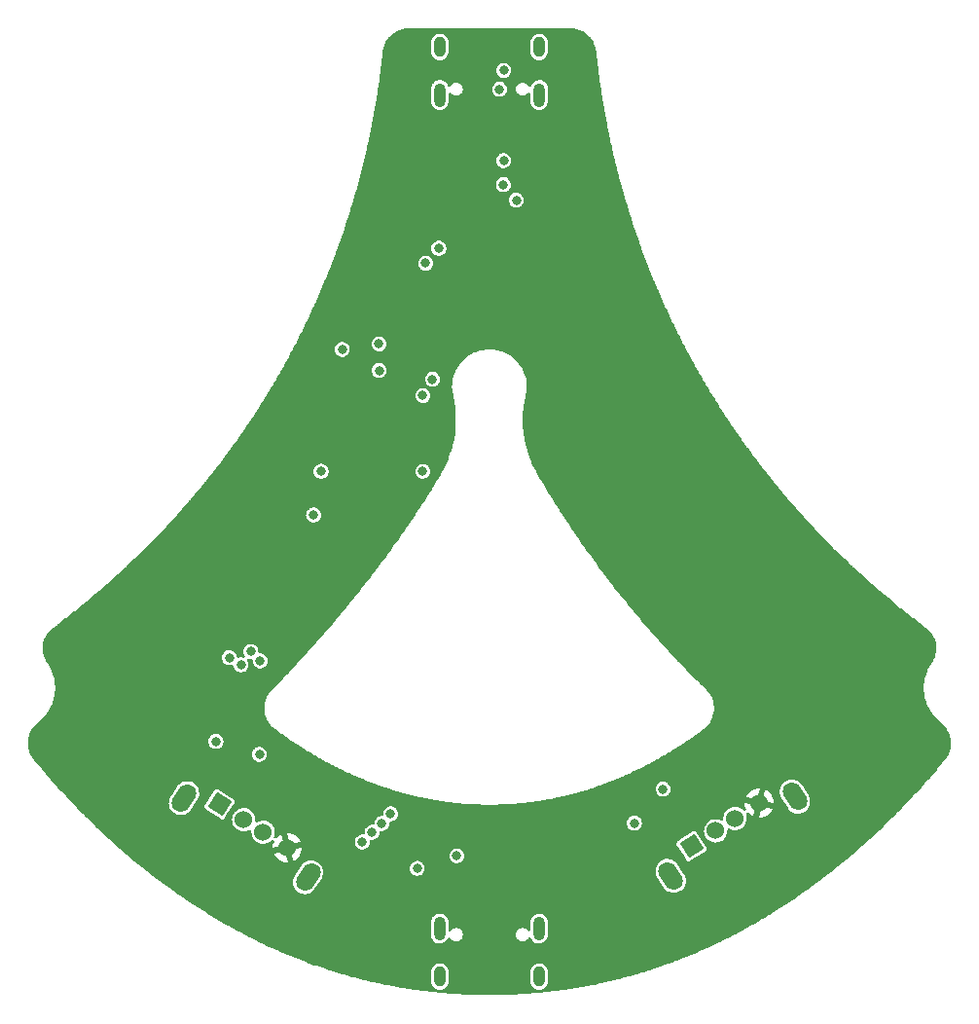
<source format=gbr>
%TF.GenerationSoftware,KiCad,Pcbnew,(6.0.8)*%
%TF.CreationDate,2022-12-04T22:26:40-08:00*%
%TF.ProjectId,Anduril USB Hub,416e6475-7269-46c2-9055-534220487562,rev?*%
%TF.SameCoordinates,Original*%
%TF.FileFunction,Copper,L2,Inr*%
%TF.FilePolarity,Positive*%
%FSLAX46Y46*%
G04 Gerber Fmt 4.6, Leading zero omitted, Abs format (unit mm)*
G04 Created by KiCad (PCBNEW (6.0.8)) date 2022-12-04 22:26:40*
%MOMM*%
%LPD*%
G01*
G04 APERTURE LIST*
G04 Aperture macros list*
%AMHorizOval*
0 Thick line with rounded ends*
0 $1 width*
0 $2 $3 position (X,Y) of the first rounded end (center of the circle)*
0 $4 $5 position (X,Y) of the second rounded end (center of the circle)*
0 Add line between two ends*
20,1,$1,$2,$3,$4,$5,0*
0 Add two circle primitives to create the rounded ends*
1,1,$1,$2,$3*
1,1,$1,$4,$5*%
%AMRotRect*
0 Rectangle, with rotation*
0 The origin of the aperture is its center*
0 $1 length*
0 $2 width*
0 $3 Rotation angle, in degrees counterclockwise*
0 Add horizontal line*
21,1,$1,$2,0,0,$3*%
G04 Aperture macros list end*
%TA.AperFunction,ComponentPad*%
%ADD10RotRect,1.524000X1.524000X32.500000*%
%TD*%
%TA.AperFunction,ComponentPad*%
%ADD11C,1.524000*%
%TD*%
%TA.AperFunction,ComponentPad*%
%ADD12HorizOval,1.600000X-0.268650X0.421696X0.268650X-0.421696X0*%
%TD*%
%TA.AperFunction,ComponentPad*%
%ADD13O,1.000000X2.100000*%
%TD*%
%TA.AperFunction,ComponentPad*%
%ADD14O,1.000000X1.800000*%
%TD*%
%TA.AperFunction,ComponentPad*%
%ADD15RotRect,1.524000X1.524000X327.500000*%
%TD*%
%TA.AperFunction,ComponentPad*%
%ADD16HorizOval,1.600000X-0.268650X-0.421696X0.268650X0.421696X0*%
%TD*%
%TA.AperFunction,ViaPad*%
%ADD17C,0.800000*%
%TD*%
%TA.AperFunction,ViaPad*%
%ADD18C,0.700000*%
%TD*%
G04 APERTURE END LIST*
D10*
%TO.N,Net-(F4-Pad1)*%
%TO.C,J4*%
X129968048Y-102118948D03*
D11*
%TO.N,Net-(J4-Pad2)*%
X132076527Y-100775699D03*
%TO.N,Net-(J4-Pad3)*%
X133763310Y-99701100D03*
%TO.N,GND*%
X135871788Y-98357851D03*
D12*
%TO.N,unconnected-(J4-Pad5)*%
X138962383Y-97811752D03*
X128166972Y-104689187D03*
%TD*%
D13*
%TO.N,unconnected-(J3-PadS1)*%
%TO.C,J3*%
X116708342Y-109276379D03*
X108068342Y-109276379D03*
D14*
X108068342Y-113456379D03*
X116708342Y-113456379D03*
%TD*%
D15*
%TO.N,Net-(F2-Pad1)*%
%TO.C,J2*%
X88904897Y-98473916D03*
D11*
%TO.N,Net-(J2-Pad2)*%
X91013376Y-99817165D03*
%TO.N,Net-(J2-Pad3)*%
X92700159Y-100891764D03*
%TO.N,GND*%
X94808637Y-102235013D03*
D16*
%TO.N,unconnected-(J2-Pad5)*%
X85814302Y-97927817D03*
X96609713Y-104805252D03*
%TD*%
D14*
%TO.N,unconnected-(J1-PadS1)*%
%TO.C,J1*%
X116708342Y-32606379D03*
D13*
X116708342Y-36786379D03*
X108068342Y-36786379D03*
D14*
X108068342Y-32606379D03*
%TD*%
D17*
%TO.N,+5V*%
X106838342Y-51406379D03*
X109550000Y-102950000D03*
X107988342Y-50106379D03*
X113600000Y-44575000D03*
X114725000Y-45925000D03*
X92375000Y-94125000D03*
X106100000Y-104050000D03*
X97088342Y-73306379D03*
X113625000Y-42475000D03*
X125000000Y-100100000D03*
X127500000Y-97150000D03*
X88600000Y-93000000D03*
%TO.N,P2 D-*%
X89775000Y-85725000D03*
X101325000Y-101750000D03*
%TO.N,P2 D+*%
X90775000Y-86350000D03*
X102175000Y-100900000D03*
%TO.N,P3 D-*%
X91625000Y-85175000D03*
X103025000Y-100125000D03*
%TO.N,P3 D+*%
X92450000Y-86000000D03*
X103800000Y-99300000D03*
%TO.N,VDD12*%
X107438342Y-61506379D03*
X99584578Y-58902614D03*
%TO.N,VDD33*%
X106588342Y-69506379D03*
X102788342Y-60731879D03*
X102776195Y-58419732D03*
X97738342Y-69506379D03*
X106588342Y-62906379D03*
D18*
%TO.N,GND*%
X100750000Y-66425000D03*
D17*
X108288342Y-55606379D03*
D18*
X102075000Y-67750000D03*
D17*
X106825000Y-107350000D03*
X93038342Y-66006379D03*
X103838342Y-53606379D03*
X115625000Y-106975000D03*
X87675000Y-94675000D03*
X107625000Y-40400000D03*
X113888342Y-54556379D03*
X93513342Y-76206379D03*
X107288342Y-57756379D03*
D18*
X102075000Y-65100000D03*
D17*
X106050000Y-105950000D03*
D18*
X103400000Y-66450000D03*
D17*
X110938342Y-53456379D03*
X105688342Y-72206379D03*
D18*
X102075000Y-63775000D03*
D17*
X91438342Y-76206379D03*
X134900000Y-96900000D03*
X101238342Y-53806379D03*
D18*
X100750000Y-65100000D03*
X102075000Y-66425000D03*
D17*
X116100000Y-38900000D03*
D18*
X100725000Y-67750000D03*
X99425000Y-63775000D03*
D17*
X93488342Y-70956879D03*
X92550000Y-99250000D03*
D18*
X99425000Y-66450000D03*
D17*
X116600000Y-45925000D03*
X108438342Y-63406379D03*
X89388342Y-76156379D03*
X110550000Y-43625000D03*
D18*
X103400000Y-63775000D03*
D17*
X108138342Y-68256379D03*
X132300000Y-99200000D03*
X95638342Y-76206379D03*
X117750000Y-44575000D03*
X96204428Y-66432419D03*
D18*
X103400000Y-65100000D03*
X99425000Y-67750000D03*
X103400000Y-67750000D03*
D17*
X90138342Y-69456379D03*
X109060342Y-38956379D03*
X111738342Y-54556379D03*
X114700000Y-104550000D03*
D18*
X100750000Y-63775000D03*
D17*
X126100000Y-101700000D03*
D18*
X99425000Y-65125000D03*
D17*
%TO.N,Net-(J1-PadA5)*%
X113632342Y-34640879D03*
X113269958Y-36278879D03*
%TD*%
%TA.AperFunction,Conductor*%
%TO.N,GND*%
G36*
X119444100Y-30986205D02*
G01*
X119444501Y-30986285D01*
X119444503Y-30986285D01*
X119456672Y-30988701D01*
X119468840Y-30986276D01*
X119481252Y-30986272D01*
X119481252Y-30986659D01*
X119491814Y-30985940D01*
X119672716Y-30996991D01*
X119724271Y-31000140D01*
X119739612Y-31002027D01*
X119995591Y-31049603D01*
X120010586Y-31053355D01*
X120258797Y-31131912D01*
X120273221Y-31137471D01*
X120509962Y-31245838D01*
X120523596Y-31253122D01*
X120745278Y-31389657D01*
X120757917Y-31398555D01*
X120961213Y-31561206D01*
X120972668Y-31571585D01*
X121154520Y-31757908D01*
X121164617Y-31769611D01*
X121322285Y-31976798D01*
X121330871Y-31989645D01*
X121429538Y-32158916D01*
X121461984Y-32214580D01*
X121468933Y-32228382D01*
X121571523Y-32467698D01*
X121576724Y-32482234D01*
X121626647Y-32654398D01*
X121649236Y-32732297D01*
X121652622Y-32747379D01*
X121689591Y-32977226D01*
X121689918Y-32987893D01*
X121690292Y-32987856D01*
X121691508Y-33000208D01*
X121690290Y-33012558D01*
X121693892Y-33024435D01*
X121694106Y-33025142D01*
X121698897Y-33049102D01*
X121716126Y-33220426D01*
X121716085Y-33220869D01*
X121718585Y-33244876D01*
X121721019Y-33269080D01*
X121721149Y-33269504D01*
X121721152Y-33269524D01*
X121740251Y-33452930D01*
X121740259Y-33453011D01*
X121740260Y-33453038D01*
X121740221Y-33453479D01*
X121742830Y-33477707D01*
X121745326Y-33501673D01*
X121745457Y-33502097D01*
X121765204Y-33685445D01*
X121765166Y-33685884D01*
X121767827Y-33709800D01*
X121770440Y-33734065D01*
X121770573Y-33734487D01*
X121770575Y-33734502D01*
X121790950Y-33917645D01*
X121790913Y-33918090D01*
X121793689Y-33942266D01*
X121796211Y-33964935D01*
X121796357Y-33966251D01*
X121796491Y-33966673D01*
X121812120Y-34102798D01*
X121817498Y-34149644D01*
X121817499Y-34149650D01*
X121817499Y-34149652D01*
X121817464Y-34150092D01*
X121820313Y-34174168D01*
X121823077Y-34198239D01*
X121823212Y-34198659D01*
X121844846Y-34381456D01*
X121844813Y-34381895D01*
X121847738Y-34405894D01*
X121850594Y-34430024D01*
X121850728Y-34430436D01*
X121850733Y-34430465D01*
X121872987Y-34613043D01*
X121872989Y-34613065D01*
X121872958Y-34613498D01*
X121875971Y-34637521D01*
X121878907Y-34661609D01*
X121879044Y-34662027D01*
X121901925Y-34844461D01*
X121901895Y-34844902D01*
X121905022Y-34869152D01*
X121908012Y-34892993D01*
X121908147Y-34893400D01*
X121908150Y-34893417D01*
X121931649Y-35075657D01*
X121931651Y-35075677D01*
X121931623Y-35076107D01*
X121931785Y-35077328D01*
X121931785Y-35077331D01*
X121931908Y-35078256D01*
X121934801Y-35100098D01*
X121937906Y-35124179D01*
X121938046Y-35124594D01*
X121962165Y-35306682D01*
X121962139Y-35307114D01*
X121965381Y-35330958D01*
X121968588Y-35355167D01*
X121968729Y-35355580D01*
X121968731Y-35355594D01*
X121987664Y-35494834D01*
X121993462Y-35537472D01*
X121993464Y-35537492D01*
X121993439Y-35537926D01*
X121996812Y-35562106D01*
X122000055Y-35585957D01*
X122000196Y-35586365D01*
X122000196Y-35586367D01*
X122025544Y-35768096D01*
X122025546Y-35768113D01*
X122025523Y-35768538D01*
X122025696Y-35769748D01*
X122025697Y-35769759D01*
X122025703Y-35769798D01*
X122028955Y-35792544D01*
X122032304Y-35816551D01*
X122032442Y-35816947D01*
X122032446Y-35816969D01*
X122058405Y-35998526D01*
X122058406Y-35998533D01*
X122058384Y-35998956D01*
X122058557Y-36000136D01*
X122058558Y-36000148D01*
X122061846Y-36022593D01*
X122061907Y-36023020D01*
X122065151Y-36045709D01*
X122065155Y-36045728D01*
X122065329Y-36046947D01*
X122065474Y-36047358D01*
X122092043Y-36228747D01*
X122092022Y-36229179D01*
X122095632Y-36253254D01*
X122098381Y-36272017D01*
X122099132Y-36277147D01*
X122099276Y-36277552D01*
X122126453Y-36458779D01*
X122126434Y-36459205D01*
X122130081Y-36482971D01*
X122133707Y-36507154D01*
X122133851Y-36507553D01*
X122133854Y-36507569D01*
X122161631Y-36688601D01*
X122161633Y-36688617D01*
X122161615Y-36689041D01*
X122161801Y-36690228D01*
X122161802Y-36690235D01*
X122163451Y-36700745D01*
X122165395Y-36713131D01*
X122169052Y-36736965D01*
X122169198Y-36737366D01*
X122197581Y-36918251D01*
X122197565Y-36918680D01*
X122201426Y-36942755D01*
X122205165Y-36966583D01*
X122205310Y-36966978D01*
X122205313Y-36966990D01*
X122234293Y-37147689D01*
X122234295Y-37147705D01*
X122234280Y-37148129D01*
X122238225Y-37172209D01*
X122242042Y-37196008D01*
X122242188Y-37196402D01*
X122242190Y-37196412D01*
X122271769Y-37376951D01*
X122271771Y-37376967D01*
X122271758Y-37377384D01*
X122275759Y-37401301D01*
X122279681Y-37425240D01*
X122279830Y-37425637D01*
X122310006Y-37606024D01*
X122309994Y-37606450D01*
X122314092Y-37630455D01*
X122318078Y-37654280D01*
X122318228Y-37654675D01*
X122348998Y-37834899D01*
X122348988Y-37835324D01*
X122353180Y-37859392D01*
X122357233Y-37883131D01*
X122357383Y-37883522D01*
X122359092Y-37893334D01*
X122388742Y-38063573D01*
X122388745Y-38063595D01*
X122388736Y-38064008D01*
X122392984Y-38087928D01*
X122397140Y-38111789D01*
X122397291Y-38112180D01*
X122429241Y-38292082D01*
X122429234Y-38292502D01*
X122430918Y-38301806D01*
X122433519Y-38316175D01*
X122433593Y-38316585D01*
X122437797Y-38340257D01*
X122437949Y-38340647D01*
X122470487Y-38520393D01*
X122470481Y-38520808D01*
X122470694Y-38521964D01*
X122470695Y-38521970D01*
X122474095Y-38540404D01*
X122474852Y-38544509D01*
X122479202Y-38568538D01*
X122479354Y-38568923D01*
X122479359Y-38568946D01*
X122480500Y-38575130D01*
X122512477Y-38748512D01*
X122512473Y-38748926D01*
X122516923Y-38772616D01*
X122521352Y-38796630D01*
X122521505Y-38797016D01*
X122521509Y-38797031D01*
X122555210Y-38976441D01*
X122555207Y-38976858D01*
X122559777Y-39000753D01*
X122564244Y-39024534D01*
X122564399Y-39024919D01*
X122598684Y-39204188D01*
X122598682Y-39204602D01*
X122598906Y-39205755D01*
X122598907Y-39205759D01*
X122600342Y-39213132D01*
X122603330Y-39228481D01*
X122607876Y-39252252D01*
X122608031Y-39252634D01*
X122642894Y-39431751D01*
X122642894Y-39432160D01*
X122647562Y-39455735D01*
X122652243Y-39479782D01*
X122652398Y-39480160D01*
X122652404Y-39480184D01*
X122675125Y-39594921D01*
X122687839Y-39659124D01*
X122687840Y-39659532D01*
X122692604Y-39683184D01*
X122697345Y-39707127D01*
X122697503Y-39707509D01*
X122733515Y-39886312D01*
X122733517Y-39886721D01*
X122738371Y-39910424D01*
X122743177Y-39934287D01*
X122743332Y-39934659D01*
X122743338Y-39934682D01*
X122779915Y-40113297D01*
X122779918Y-40113316D01*
X122779922Y-40113725D01*
X122784909Y-40137684D01*
X122789737Y-40161261D01*
X122789894Y-40161634D01*
X122827050Y-40340145D01*
X122827055Y-40340552D01*
X122832045Y-40364141D01*
X122837022Y-40388054D01*
X122837183Y-40388433D01*
X122874911Y-40566794D01*
X122874917Y-40567205D01*
X122879986Y-40590788D01*
X122885037Y-40614667D01*
X122885201Y-40615049D01*
X122923506Y-40793261D01*
X122923514Y-40793674D01*
X122928689Y-40817373D01*
X122933790Y-40841105D01*
X122933952Y-40841480D01*
X122933956Y-40841495D01*
X122972836Y-41019546D01*
X122972845Y-41019962D01*
X122978129Y-41043785D01*
X122983276Y-41067357D01*
X122983439Y-41067730D01*
X122983442Y-41067740D01*
X122986721Y-41082522D01*
X123022902Y-41245653D01*
X123022912Y-41246067D01*
X123028268Y-41269850D01*
X123033498Y-41293429D01*
X123033662Y-41293804D01*
X123033665Y-41293813D01*
X123073697Y-41471565D01*
X123073700Y-41471583D01*
X123073712Y-41471988D01*
X123073972Y-41473123D01*
X123073974Y-41473137D01*
X123079075Y-41495442D01*
X123079168Y-41495851D01*
X123084193Y-41518167D01*
X123084197Y-41518180D01*
X123084452Y-41519314D01*
X123084618Y-41519688D01*
X123084621Y-41519700D01*
X123125232Y-41697310D01*
X123125234Y-41697322D01*
X123125247Y-41697728D01*
X123130718Y-41721302D01*
X123136141Y-41745018D01*
X123136309Y-41745393D01*
X123136312Y-41745405D01*
X123177501Y-41922872D01*
X123177515Y-41923285D01*
X123180987Y-41938025D01*
X123183075Y-41946890D01*
X123183169Y-41947295D01*
X123187524Y-41966058D01*
X123188564Y-41970541D01*
X123188734Y-41970918D01*
X123230502Y-42148249D01*
X123230518Y-42148660D01*
X123236146Y-42172210D01*
X123241721Y-42195879D01*
X123241891Y-42196250D01*
X123241896Y-42196268D01*
X123284235Y-42373434D01*
X123284237Y-42373446D01*
X123284254Y-42373851D01*
X123289939Y-42397301D01*
X123295611Y-42421034D01*
X123295784Y-42421411D01*
X123338706Y-42598450D01*
X123338724Y-42598861D01*
X123344497Y-42622340D01*
X123350235Y-42646006D01*
X123350406Y-42646376D01*
X123350411Y-42646392D01*
X123370156Y-42726689D01*
X123393907Y-42823276D01*
X123393927Y-42823688D01*
X123394211Y-42824826D01*
X123399723Y-42846930D01*
X123399822Y-42847332D01*
X123405308Y-42869642D01*
X123405311Y-42869651D01*
X123405592Y-42870795D01*
X123405767Y-42871170D01*
X123449843Y-43047921D01*
X123449864Y-43048331D01*
X123455788Y-43071761D01*
X123461683Y-43095402D01*
X123461859Y-43095776D01*
X123506510Y-43272383D01*
X123506533Y-43272795D01*
X123512559Y-43296304D01*
X123518505Y-43319824D01*
X123518682Y-43320197D01*
X123563911Y-43496661D01*
X123563935Y-43497075D01*
X123570069Y-43520687D01*
X123576061Y-43544065D01*
X123576236Y-43544429D01*
X123576242Y-43544448D01*
X123576789Y-43546554D01*
X123622046Y-43720762D01*
X123622071Y-43721171D01*
X123628219Y-43744524D01*
X123634350Y-43768124D01*
X123634529Y-43768493D01*
X123634533Y-43768507D01*
X123680908Y-43944659D01*
X123680912Y-43944679D01*
X123680938Y-43945085D01*
X123687183Y-43968498D01*
X123693370Y-43991997D01*
X123693551Y-43992368D01*
X123740510Y-44168406D01*
X123740538Y-44168818D01*
X123746869Y-44192245D01*
X123753123Y-44215689D01*
X123753303Y-44216054D01*
X123753308Y-44216071D01*
X123768264Y-44271412D01*
X123800842Y-44391957D01*
X123800871Y-44392369D01*
X123807291Y-44415820D01*
X123813609Y-44439199D01*
X123813792Y-44439568D01*
X123861905Y-44615323D01*
X123861936Y-44615735D01*
X123868443Y-44639203D01*
X123874827Y-44662525D01*
X123875010Y-44662891D01*
X123923701Y-44838513D01*
X123923733Y-44838920D01*
X123930241Y-44862099D01*
X123936775Y-44885667D01*
X123936959Y-44886032D01*
X123936966Y-44886053D01*
X123986228Y-45061511D01*
X123986261Y-45061923D01*
X123992921Y-45085352D01*
X123996100Y-45096673D01*
X123999456Y-45108627D01*
X123999640Y-45108989D01*
X123999644Y-45109001D01*
X124002729Y-45119853D01*
X124049486Y-45284331D01*
X124049521Y-45284743D01*
X124049843Y-45285862D01*
X124049847Y-45285879D01*
X124056188Y-45307910D01*
X124056301Y-45308305D01*
X124057706Y-45313245D01*
X124062868Y-45331404D01*
X124063053Y-45331765D01*
X124063059Y-45331783D01*
X124113475Y-45506965D01*
X124113477Y-45506975D01*
X124113513Y-45507381D01*
X124120313Y-45530723D01*
X124127012Y-45554000D01*
X124127200Y-45554365D01*
X124178199Y-45729425D01*
X124178236Y-45729837D01*
X124178566Y-45730956D01*
X124185149Y-45753284D01*
X124185263Y-45753676D01*
X124191559Y-45775288D01*
X124191562Y-45775298D01*
X124191887Y-45776412D01*
X124192075Y-45776774D01*
X124243653Y-45951700D01*
X124243691Y-45952110D01*
X124250600Y-45975264D01*
X124257493Y-45998641D01*
X124257680Y-45998998D01*
X124257686Y-45999014D01*
X124309833Y-46173781D01*
X124309836Y-46173794D01*
X124309876Y-46174201D01*
X124316915Y-46197514D01*
X124323829Y-46220687D01*
X124324020Y-46221048D01*
X124324022Y-46221055D01*
X124376749Y-46395697D01*
X124376753Y-46395712D01*
X124376793Y-46396110D01*
X124383825Y-46419129D01*
X124390896Y-46442551D01*
X124391088Y-46442912D01*
X124391094Y-46442929D01*
X124444396Y-46617424D01*
X124444398Y-46617434D01*
X124444440Y-46617836D01*
X124451585Y-46640958D01*
X124458694Y-46664231D01*
X124458887Y-46664589D01*
X124458888Y-46664592D01*
X124512770Y-46838962D01*
X124512773Y-46838976D01*
X124512817Y-46839380D01*
X124520083Y-46862625D01*
X124527222Y-46885729D01*
X124527415Y-46886087D01*
X124527418Y-46886094D01*
X124581876Y-47060323D01*
X124581881Y-47060341D01*
X124581925Y-47060743D01*
X124589248Y-47083908D01*
X124596480Y-47107045D01*
X124596675Y-47107404D01*
X124596678Y-47107411D01*
X124651715Y-47281507D01*
X124651719Y-47281521D01*
X124651764Y-47281922D01*
X124659156Y-47305046D01*
X124666469Y-47328177D01*
X124666663Y-47328530D01*
X124666671Y-47328551D01*
X124722279Y-47502494D01*
X124722286Y-47502520D01*
X124722333Y-47502921D01*
X124729828Y-47526107D01*
X124737188Y-47549128D01*
X124737383Y-47549480D01*
X124737390Y-47549498D01*
X124793583Y-47723326D01*
X124793586Y-47723335D01*
X124793634Y-47723739D01*
X124801167Y-47746785D01*
X124808638Y-47769896D01*
X124808835Y-47770251D01*
X124808841Y-47770265D01*
X124865612Y-47943947D01*
X124865619Y-47943972D01*
X124865669Y-47944378D01*
X124873353Y-47967628D01*
X124880823Y-47990483D01*
X124881023Y-47990839D01*
X124938388Y-48164423D01*
X124938440Y-48164831D01*
X124946123Y-48187827D01*
X124953744Y-48210889D01*
X124953945Y-48211243D01*
X124953949Y-48211254D01*
X125011889Y-48384681D01*
X125011894Y-48384697D01*
X125011946Y-48385104D01*
X125012322Y-48386217D01*
X125019667Y-48407967D01*
X125019797Y-48408354D01*
X125027399Y-48431108D01*
X125027601Y-48431463D01*
X125027606Y-48431475D01*
X125086131Y-48604771D01*
X125086136Y-48604788D01*
X125086190Y-48605192D01*
X125086568Y-48606298D01*
X125086571Y-48606310D01*
X125094009Y-48628100D01*
X125094141Y-48628489D01*
X125101417Y-48650034D01*
X125101423Y-48650048D01*
X125101794Y-48651148D01*
X125101995Y-48651498D01*
X125102001Y-48651513D01*
X125161113Y-48824683D01*
X125161117Y-48824695D01*
X125161172Y-48825100D01*
X125169079Y-48848020D01*
X125176924Y-48871001D01*
X125177129Y-48871356D01*
X125177134Y-48871368D01*
X125196878Y-48928595D01*
X125236836Y-49044415D01*
X125236893Y-49044822D01*
X125237279Y-49045929D01*
X125244763Y-49067396D01*
X125244897Y-49067782D01*
X125252411Y-49089562D01*
X125252416Y-49089574D01*
X125252795Y-49090673D01*
X125253003Y-49091029D01*
X125253008Y-49091042D01*
X125313293Y-49263951D01*
X125313296Y-49263960D01*
X125313354Y-49264363D01*
X125321383Y-49287150D01*
X125329405Y-49310159D01*
X125329616Y-49310518D01*
X125334001Y-49322964D01*
X125390493Y-49483297D01*
X125390497Y-49483309D01*
X125390556Y-49483717D01*
X125398749Y-49506729D01*
X125406758Y-49529461D01*
X125406967Y-49529814D01*
X125468440Y-49702481D01*
X125468501Y-49702889D01*
X125476670Y-49725600D01*
X125484851Y-49748578D01*
X125485063Y-49748933D01*
X125485069Y-49748946D01*
X125547126Y-49921466D01*
X125547189Y-49921876D01*
X125547592Y-49922986D01*
X125547593Y-49922988D01*
X125555396Y-49944460D01*
X125555534Y-49944842D01*
X125560128Y-49957613D01*
X125563689Y-49967511D01*
X125563901Y-49967863D01*
X125563905Y-49967872D01*
X125572520Y-49991577D01*
X125626557Y-50140268D01*
X125626621Y-50140677D01*
X125627028Y-50141785D01*
X125627029Y-50141789D01*
X125634907Y-50163248D01*
X125635049Y-50163636D01*
X125642862Y-50185135D01*
X125642866Y-50185144D01*
X125643271Y-50186259D01*
X125643486Y-50186614D01*
X125706732Y-50358882D01*
X125706798Y-50359295D01*
X125715290Y-50382193D01*
X125723597Y-50404819D01*
X125723812Y-50405171D01*
X125787656Y-50577318D01*
X125787723Y-50577726D01*
X125796202Y-50600360D01*
X125804671Y-50623196D01*
X125804888Y-50623549D01*
X125804889Y-50623552D01*
X125869322Y-50795556D01*
X125869326Y-50795569D01*
X125869394Y-50795973D01*
X125878003Y-50818727D01*
X125886491Y-50841385D01*
X125886709Y-50841737D01*
X125951743Y-51013621D01*
X125951814Y-51014036D01*
X125960542Y-51036876D01*
X125969060Y-51059389D01*
X125969279Y-51059740D01*
X125990595Y-51115521D01*
X126034916Y-51231504D01*
X126034922Y-51231522D01*
X126034993Y-51231930D01*
X126043759Y-51254644D01*
X126052388Y-51277225D01*
X126052610Y-51277578D01*
X126118859Y-51449240D01*
X126118933Y-51449657D01*
X126127860Y-51472561D01*
X126136478Y-51494893D01*
X126136699Y-51495242D01*
X126203550Y-51666773D01*
X126203554Y-51666784D01*
X126203627Y-51667191D01*
X126212555Y-51689877D01*
X126221322Y-51712373D01*
X126221545Y-51712722D01*
X126288991Y-51884111D01*
X126289066Y-51884518D01*
X126297951Y-51906878D01*
X126306908Y-51929640D01*
X126307132Y-51929989D01*
X126307139Y-51930005D01*
X126375159Y-52101194D01*
X126375165Y-52101213D01*
X126375241Y-52101614D01*
X126375680Y-52102709D01*
X126375682Y-52102714D01*
X126384179Y-52123896D01*
X126384333Y-52124281D01*
X126392795Y-52145578D01*
X126392799Y-52145587D01*
X126393233Y-52146679D01*
X126393455Y-52147022D01*
X126393465Y-52147045D01*
X126462061Y-52318039D01*
X126462067Y-52318056D01*
X126462144Y-52318459D01*
X126462586Y-52319550D01*
X126462589Y-52319559D01*
X126471161Y-52340725D01*
X126471316Y-52341110D01*
X126479840Y-52362359D01*
X126479846Y-52362371D01*
X126480284Y-52363464D01*
X126480509Y-52363808D01*
X126480518Y-52363828D01*
X126549682Y-52534611D01*
X126549689Y-52534631D01*
X126549767Y-52535034D01*
X126558933Y-52557454D01*
X126568055Y-52579979D01*
X126568284Y-52580328D01*
X126638020Y-52750907D01*
X126638101Y-52751315D01*
X126638550Y-52752404D01*
X126638555Y-52752417D01*
X126647275Y-52773546D01*
X126647435Y-52773935D01*
X126656538Y-52796202D01*
X126656765Y-52796545D01*
X126656771Y-52796559D01*
X126727054Y-52966873D01*
X126727058Y-52966884D01*
X126727139Y-52967288D01*
X126727593Y-52968378D01*
X126736313Y-52989313D01*
X126736473Y-52989697D01*
X126744434Y-53008988D01*
X126745722Y-53012110D01*
X126745953Y-53012456D01*
X126816788Y-53182517D01*
X126816871Y-53182925D01*
X126826261Y-53205262D01*
X126835602Y-53227687D01*
X126835831Y-53228029D01*
X126835838Y-53228043D01*
X126907198Y-53397786D01*
X126907205Y-53397806D01*
X126907289Y-53398210D01*
X126916789Y-53420601D01*
X126926167Y-53442908D01*
X126926400Y-53443253D01*
X126998299Y-53612712D01*
X126998386Y-53613122D01*
X127007980Y-53635528D01*
X127017411Y-53657756D01*
X127017642Y-53658094D01*
X127017644Y-53658099D01*
X127090061Y-53827224D01*
X127090065Y-53827235D01*
X127090152Y-53827639D01*
X127099781Y-53849923D01*
X127109324Y-53872210D01*
X127109560Y-53872555D01*
X127182488Y-54041329D01*
X127182492Y-54041340D01*
X127182580Y-54041743D01*
X127192226Y-54063865D01*
X127201898Y-54086248D01*
X127202138Y-54086595D01*
X127275570Y-54255000D01*
X127275661Y-54255411D01*
X127285459Y-54277680D01*
X127295127Y-54299851D01*
X127295363Y-54300190D01*
X127295370Y-54300205D01*
X127369291Y-54468206D01*
X127369295Y-54468216D01*
X127369386Y-54468620D01*
X127379215Y-54490761D01*
X127389000Y-54512998D01*
X127389238Y-54513338D01*
X127389243Y-54513348D01*
X127463660Y-54680971D01*
X127463665Y-54680983D01*
X127463756Y-54681383D01*
X127473721Y-54703630D01*
X127483519Y-54725701D01*
X127483757Y-54726039D01*
X127558684Y-54893323D01*
X127558691Y-54893340D01*
X127558784Y-54893742D01*
X127568753Y-54915805D01*
X127578691Y-54937992D01*
X127578933Y-54938333D01*
X127654374Y-55105289D01*
X127654469Y-55105691D01*
X127664462Y-55127615D01*
X127674522Y-55149877D01*
X127674760Y-55150210D01*
X127674770Y-55150229D01*
X127750711Y-55316827D01*
X127750713Y-55316832D01*
X127750809Y-55317235D01*
X127760958Y-55339306D01*
X127771007Y-55361352D01*
X127771251Y-55361690D01*
X127847708Y-55527967D01*
X127847806Y-55528369D01*
X127848303Y-55529441D01*
X127848304Y-55529443D01*
X127857902Y-55550138D01*
X127858038Y-55550431D01*
X127868150Y-55572422D01*
X127868395Y-55572760D01*
X127945358Y-55738695D01*
X127945457Y-55739098D01*
X127955673Y-55760935D01*
X127965945Y-55783082D01*
X127966193Y-55783421D01*
X128043661Y-55949014D01*
X128043763Y-55949421D01*
X128052069Y-55967023D01*
X128053993Y-55971101D01*
X128054170Y-55971477D01*
X128062620Y-55989538D01*
X128064397Y-55993337D01*
X128064643Y-55993672D01*
X128142623Y-56158934D01*
X128142725Y-56159336D01*
X128143229Y-56160394D01*
X128143231Y-56160400D01*
X128153044Y-56181020D01*
X128153106Y-56181150D01*
X128163503Y-56203184D01*
X128163752Y-56203520D01*
X128242237Y-56368443D01*
X128242340Y-56368844D01*
X128242850Y-56369907D01*
X128242851Y-56369909D01*
X128252708Y-56390446D01*
X128252888Y-56390824D01*
X128260307Y-56406413D01*
X128263263Y-56412625D01*
X128263513Y-56412961D01*
X128342505Y-56577548D01*
X128342609Y-56577948D01*
X128343122Y-56579008D01*
X128343125Y-56579015D01*
X128352958Y-56599330D01*
X128353139Y-56599705D01*
X128363159Y-56620584D01*
X128363164Y-56620593D01*
X128363675Y-56621658D01*
X128363924Y-56621990D01*
X128363934Y-56622008D01*
X128443426Y-56786246D01*
X128443531Y-56786646D01*
X128454075Y-56808250D01*
X128464741Y-56830286D01*
X128464991Y-56830616D01*
X128465002Y-56830637D01*
X128502235Y-56906920D01*
X128544998Y-56994535D01*
X128545106Y-56994939D01*
X128555837Y-57016742D01*
X128566461Y-57038509D01*
X128566713Y-57038841D01*
X128647223Y-57202420D01*
X128647333Y-57202826D01*
X128647859Y-57203886D01*
X128647863Y-57203895D01*
X128655214Y-57218706D01*
X128658189Y-57224700D01*
X128668832Y-57246325D01*
X128669084Y-57246654D01*
X128750102Y-57409903D01*
X128750213Y-57410308D01*
X128761148Y-57432160D01*
X128771855Y-57453735D01*
X128772108Y-57454063D01*
X128853633Y-57616983D01*
X128853744Y-57617384D01*
X128864662Y-57639024D01*
X128875529Y-57660741D01*
X128875785Y-57661070D01*
X128957814Y-57823657D01*
X128957926Y-57824057D01*
X128968861Y-57845553D01*
X128979853Y-57867341D01*
X128980112Y-57867672D01*
X129062646Y-58029927D01*
X129062760Y-58030325D01*
X129073766Y-58051787D01*
X129084830Y-58073537D01*
X129085089Y-58073866D01*
X129168127Y-58235788D01*
X129168243Y-58236189D01*
X129179390Y-58257750D01*
X129190456Y-58279328D01*
X129190715Y-58279655D01*
X129274258Y-58441245D01*
X129274376Y-58441648D01*
X129285665Y-58463308D01*
X129296732Y-58484714D01*
X129296990Y-58485038D01*
X129381038Y-58646300D01*
X129381042Y-58646309D01*
X129381159Y-58646704D01*
X129392427Y-58668152D01*
X129395463Y-58673976D01*
X129403656Y-58689696D01*
X129403915Y-58690018D01*
X129403922Y-58690031D01*
X129429758Y-58739205D01*
X129488468Y-58850952D01*
X129488473Y-58850963D01*
X129488591Y-58851357D01*
X129499895Y-58872701D01*
X129511229Y-58894274D01*
X129511490Y-58894598D01*
X129511496Y-58894608D01*
X129596551Y-59055208D01*
X129596672Y-59055608D01*
X129608128Y-59077069D01*
X129619452Y-59098450D01*
X129619715Y-59098772D01*
X129705280Y-59259057D01*
X129705401Y-59259453D01*
X129716834Y-59280702D01*
X129728322Y-59302221D01*
X129728585Y-59302542D01*
X129728592Y-59302555D01*
X129755995Y-59353482D01*
X129814648Y-59462487D01*
X129814656Y-59462505D01*
X129814778Y-59462898D01*
X129826326Y-59484191D01*
X129837839Y-59505588D01*
X129838101Y-59505905D01*
X129838110Y-59505920D01*
X129904998Y-59629254D01*
X129924679Y-59665543D01*
X129924803Y-59665938D01*
X129936396Y-59687147D01*
X129948006Y-59708555D01*
X129948273Y-59708876D01*
X130035347Y-59868179D01*
X130035473Y-59868577D01*
X130047205Y-59889874D01*
X130058816Y-59911116D01*
X130059083Y-59911435D01*
X130146662Y-60070413D01*
X130146667Y-60070423D01*
X130146792Y-60070814D01*
X130147361Y-60071838D01*
X130147363Y-60071843D01*
X130153400Y-60082716D01*
X130158510Y-60091920D01*
X130170275Y-60113277D01*
X130170541Y-60113594D01*
X130170547Y-60113603D01*
X130258620Y-60272240D01*
X130258629Y-60272258D01*
X130258756Y-60272649D01*
X130259330Y-60273675D01*
X130259333Y-60273681D01*
X130260389Y-60275568D01*
X130270611Y-60293838D01*
X130282379Y-60315034D01*
X130282648Y-60315352D01*
X130371237Y-60473686D01*
X130371367Y-60474082D01*
X130383315Y-60495273D01*
X130395130Y-60516390D01*
X130395399Y-60516705D01*
X130427893Y-60574336D01*
X130484491Y-60674720D01*
X130484622Y-60675114D01*
X130496564Y-60696133D01*
X130508523Y-60717343D01*
X130508793Y-60717657D01*
X130508800Y-60717669D01*
X130598389Y-60875349D01*
X130598522Y-60875745D01*
X130610605Y-60896851D01*
X130610730Y-60897071D01*
X130621976Y-60916864D01*
X130621982Y-60916873D01*
X130622563Y-60917896D01*
X130622834Y-60918209D01*
X130712934Y-61075582D01*
X130713067Y-61075974D01*
X130713652Y-61076988D01*
X130713654Y-61076992D01*
X130714330Y-61078164D01*
X130725168Y-61096950D01*
X130737246Y-61118046D01*
X130737512Y-61118352D01*
X130737521Y-61118366D01*
X130828117Y-61275405D01*
X130828124Y-61275418D01*
X130828255Y-61275802D01*
X130828838Y-61276804D01*
X130828839Y-61276807D01*
X130840303Y-61296529D01*
X130840509Y-61296886D01*
X130851975Y-61316761D01*
X130851983Y-61316774D01*
X130852573Y-61317796D01*
X130852847Y-61318108D01*
X130943951Y-61474840D01*
X130944087Y-61475232D01*
X130944681Y-61476247D01*
X130944683Y-61476250D01*
X130945439Y-61477540D01*
X130956323Y-61496124D01*
X130968542Y-61517145D01*
X130968814Y-61517453D01*
X130968822Y-61517466D01*
X131060420Y-61673864D01*
X131060428Y-61673879D01*
X131060562Y-61674261D01*
X131061152Y-61675261D01*
X131061161Y-61675278D01*
X131072731Y-61694884D01*
X131072943Y-61695244D01*
X131084551Y-61715065D01*
X131084560Y-61715078D01*
X131085154Y-61716093D01*
X131085428Y-61716401D01*
X131085438Y-61716417D01*
X131177542Y-61872499D01*
X131177680Y-61872889D01*
X131190046Y-61893689D01*
X131202410Y-61914641D01*
X131202682Y-61914946D01*
X131202693Y-61914962D01*
X131295294Y-62070716D01*
X131295301Y-62070730D01*
X131295441Y-62071120D01*
X131296046Y-62072129D01*
X131296047Y-62072132D01*
X131308011Y-62092105D01*
X131320308Y-62112789D01*
X131320584Y-62113095D01*
X131413706Y-62268562D01*
X131413846Y-62268950D01*
X131426321Y-62289622D01*
X131438849Y-62310538D01*
X131439129Y-62310847D01*
X131532751Y-62465990D01*
X131532893Y-62466380D01*
X131545490Y-62487100D01*
X131558033Y-62507886D01*
X131558313Y-62508193D01*
X131620141Y-62609893D01*
X131652434Y-62663011D01*
X131652441Y-62663024D01*
X131652583Y-62663410D01*
X131653195Y-62664410D01*
X131653202Y-62664422D01*
X131665169Y-62683961D01*
X131665385Y-62684315D01*
X131677249Y-62703830D01*
X131677859Y-62704833D01*
X131678133Y-62705132D01*
X131678143Y-62705146D01*
X131772766Y-62859645D01*
X131772773Y-62859659D01*
X131772916Y-62860041D01*
X131785638Y-62880661D01*
X131798328Y-62901381D01*
X131798610Y-62901687D01*
X131893747Y-63055884D01*
X131893893Y-63056273D01*
X131906709Y-63076893D01*
X131919440Y-63097528D01*
X131919722Y-63097832D01*
X132015365Y-63251718D01*
X132015512Y-63252104D01*
X132016136Y-63253101D01*
X132016139Y-63253106D01*
X132028192Y-63272357D01*
X132028413Y-63272711D01*
X132040568Y-63292269D01*
X132040573Y-63292276D01*
X132041195Y-63293277D01*
X132041477Y-63293578D01*
X132041487Y-63293592D01*
X132137622Y-63447143D01*
X132137627Y-63447153D01*
X132137774Y-63447535D01*
X132138397Y-63448522D01*
X132138401Y-63448530D01*
X132150674Y-63467989D01*
X132150897Y-63468345D01*
X132162961Y-63487616D01*
X132162966Y-63487624D01*
X132163592Y-63488623D01*
X132163875Y-63488924D01*
X132163880Y-63488931D01*
X132178439Y-63512016D01*
X132260527Y-63642178D01*
X132260678Y-63642568D01*
X132261311Y-63643564D01*
X132261313Y-63643568D01*
X132265549Y-63650236D01*
X132273766Y-63663170D01*
X132286631Y-63683570D01*
X132286913Y-63683868D01*
X132286918Y-63683875D01*
X132384074Y-63836813D01*
X132384225Y-63837199D01*
X132397297Y-63857628D01*
X132410312Y-63878116D01*
X132410595Y-63878413D01*
X132410603Y-63878424D01*
X132508256Y-64031040D01*
X132508263Y-64031052D01*
X132508414Y-64031433D01*
X132521547Y-64051810D01*
X132534635Y-64072264D01*
X132534923Y-64072564D01*
X132633092Y-64224879D01*
X132633246Y-64225265D01*
X132646480Y-64245652D01*
X132652258Y-64254616D01*
X132659602Y-64266011D01*
X132659890Y-64266308D01*
X132758563Y-64418310D01*
X132758720Y-64418700D01*
X132772152Y-64439243D01*
X132785209Y-64459357D01*
X132785495Y-64459651D01*
X132884681Y-64611349D01*
X132884837Y-64611732D01*
X132898179Y-64631993D01*
X132911460Y-64652305D01*
X132911750Y-64652600D01*
X133011439Y-64803985D01*
X133011596Y-64804368D01*
X133024985Y-64824555D01*
X133038350Y-64844851D01*
X133038638Y-64845143D01*
X133038644Y-64845151D01*
X133138835Y-64996214D01*
X133138839Y-64996220D01*
X133138997Y-64996602D01*
X133152460Y-65016757D01*
X133165885Y-65036999D01*
X133166176Y-65037292D01*
X133166182Y-65037300D01*
X133266878Y-65188052D01*
X133266882Y-65188059D01*
X133267040Y-65188436D01*
X133267695Y-65189410D01*
X133267700Y-65189418D01*
X133280383Y-65208272D01*
X133280612Y-65208613D01*
X133289277Y-65221585D01*
X133294060Y-65228745D01*
X133294355Y-65229040D01*
X133395563Y-65379489D01*
X133395725Y-65379872D01*
X133409383Y-65400031D01*
X133422877Y-65420091D01*
X133423170Y-65420382D01*
X133524891Y-65570527D01*
X133525053Y-65570908D01*
X133538718Y-65590937D01*
X133552337Y-65611039D01*
X133552632Y-65611330D01*
X133654858Y-65761162D01*
X133655022Y-65761544D01*
X133668824Y-65781633D01*
X133682438Y-65801586D01*
X133682730Y-65801872D01*
X133682738Y-65801882D01*
X133693531Y-65817592D01*
X133785463Y-65951395D01*
X133785471Y-65951409D01*
X133785633Y-65951781D01*
X133799370Y-65971635D01*
X133813179Y-65991733D01*
X133813475Y-65992022D01*
X133813481Y-65992030D01*
X133825317Y-66009136D01*
X133916720Y-66141238D01*
X133916886Y-66141617D01*
X133930755Y-66161522D01*
X133941554Y-66177129D01*
X133944564Y-66181480D01*
X133944861Y-66181767D01*
X134048612Y-66330674D01*
X134048780Y-66331055D01*
X134062812Y-66351055D01*
X134076588Y-66370826D01*
X134076882Y-66371109D01*
X134076889Y-66371118D01*
X134181142Y-66519706D01*
X134181150Y-66519719D01*
X134181317Y-66520094D01*
X134195413Y-66540045D01*
X134209255Y-66559774D01*
X134209552Y-66560058D01*
X134314327Y-66708356D01*
X134314495Y-66708731D01*
X134328486Y-66728398D01*
X134342563Y-66748322D01*
X134342864Y-66748608D01*
X134448146Y-66896597D01*
X134448315Y-66896970D01*
X134462331Y-66916536D01*
X134462443Y-66916693D01*
X134475823Y-66935502D01*
X134475831Y-66935512D01*
X134476511Y-66936468D01*
X134476813Y-66936753D01*
X134493472Y-66960009D01*
X134582598Y-67084427D01*
X134582606Y-67084439D01*
X134582776Y-67084811D01*
X134596973Y-67104494D01*
X134611101Y-67124216D01*
X134611399Y-67124495D01*
X134611406Y-67124504D01*
X134717700Y-67271869D01*
X134717712Y-67271887D01*
X134717879Y-67272251D01*
X134718560Y-67273189D01*
X134718568Y-67273201D01*
X134731928Y-67291597D01*
X134732166Y-67291925D01*
X134745647Y-67310615D01*
X134745654Y-67310624D01*
X134746333Y-67311565D01*
X134746632Y-67311843D01*
X134746647Y-67311862D01*
X134788094Y-67368930D01*
X134853451Y-67458919D01*
X134853624Y-67459292D01*
X134867889Y-67478799D01*
X134882206Y-67498512D01*
X134882511Y-67498794D01*
X134989834Y-67645556D01*
X134990011Y-67645933D01*
X135004550Y-67665679D01*
X135018722Y-67685059D01*
X135019023Y-67685335D01*
X135126868Y-67831805D01*
X135127042Y-67832174D01*
X135127734Y-67833107D01*
X135127737Y-67833112D01*
X135141221Y-67851302D01*
X135141460Y-67851625D01*
X135149334Y-67862318D01*
X135155879Y-67871207D01*
X135156184Y-67871485D01*
X135156196Y-67871500D01*
X135264534Y-68017640D01*
X135264540Y-68017648D01*
X135264715Y-68018015D01*
X135279149Y-68037353D01*
X135293680Y-68056954D01*
X135293983Y-68057230D01*
X135293991Y-68057239D01*
X135330520Y-68106178D01*
X135402854Y-68203087D01*
X135403032Y-68203457D01*
X135417517Y-68222732D01*
X135432123Y-68242300D01*
X135432425Y-68242572D01*
X135432441Y-68242591D01*
X135541803Y-68388115D01*
X135541810Y-68388126D01*
X135541990Y-68388495D01*
X135556724Y-68407968D01*
X135571211Y-68427246D01*
X135571516Y-68427519D01*
X135681413Y-68572768D01*
X135681592Y-68573135D01*
X135696156Y-68592254D01*
X135710937Y-68611790D01*
X135711246Y-68612065D01*
X135711253Y-68612074D01*
X135738376Y-68647679D01*
X135821650Y-68756999D01*
X135821655Y-68757007D01*
X135821837Y-68757375D01*
X135836662Y-68776706D01*
X135851309Y-68795934D01*
X135851614Y-68796203D01*
X135851622Y-68796213D01*
X135962542Y-68940846D01*
X135962725Y-68941214D01*
X135963444Y-68942145D01*
X135977364Y-68960174D01*
X135977613Y-68960498D01*
X135991597Y-68978733D01*
X135991607Y-68978745D01*
X135992322Y-68979677D01*
X135992633Y-68979950D01*
X136104073Y-69124283D01*
X136104257Y-69124651D01*
X136119188Y-69143861D01*
X136133980Y-69163018D01*
X136134287Y-69163286D01*
X136134292Y-69163291D01*
X136166323Y-69204499D01*
X136246247Y-69307322D01*
X136246432Y-69307689D01*
X136261372Y-69326780D01*
X136276279Y-69345959D01*
X136276590Y-69346228D01*
X136389062Y-69489957D01*
X136389249Y-69490325D01*
X136404317Y-69509452D01*
X136419221Y-69528498D01*
X136419524Y-69528758D01*
X136419536Y-69528772D01*
X136532521Y-69672193D01*
X136532525Y-69672198D01*
X136532710Y-69672559D01*
X136547826Y-69691620D01*
X136562807Y-69710636D01*
X136563114Y-69710898D01*
X136563123Y-69710909D01*
X136656165Y-69828228D01*
X136676628Y-69854031D01*
X136676816Y-69854395D01*
X136691908Y-69873298D01*
X136707035Y-69892373D01*
X136707347Y-69892639D01*
X136707353Y-69892645D01*
X136821363Y-70035450D01*
X136821376Y-70035468D01*
X136821564Y-70035828D01*
X136822296Y-70036738D01*
X136822299Y-70036743D01*
X136836671Y-70054625D01*
X136836929Y-70054947D01*
X136851179Y-70072797D01*
X136851188Y-70072807D01*
X136851908Y-70073709D01*
X136852220Y-70073972D01*
X136966766Y-70216498D01*
X136966957Y-70216861D01*
X136982240Y-70235751D01*
X136997423Y-70254643D01*
X136997735Y-70254904D01*
X136997740Y-70254910D01*
X137112809Y-70397139D01*
X137113002Y-70397504D01*
X137128437Y-70416457D01*
X137143591Y-70435187D01*
X137143904Y-70435448D01*
X137182537Y-70482884D01*
X137259513Y-70577400D01*
X137259521Y-70577411D01*
X137259712Y-70577769D01*
X137275110Y-70596551D01*
X137290422Y-70615352D01*
X137290738Y-70615613D01*
X137406886Y-70757287D01*
X137407079Y-70757645D01*
X137422462Y-70776285D01*
X137437913Y-70795132D01*
X137438230Y-70795392D01*
X137554906Y-70936775D01*
X137555100Y-70937133D01*
X137555842Y-70938026D01*
X137570375Y-70955521D01*
X137570635Y-70955835D01*
X137586054Y-70974519D01*
X137586373Y-70974780D01*
X137703575Y-71115866D01*
X137703770Y-71116223D01*
X137719248Y-71134733D01*
X137734846Y-71153510D01*
X137735165Y-71153769D01*
X137852885Y-71294550D01*
X137853084Y-71294912D01*
X137868854Y-71313647D01*
X137884280Y-71332096D01*
X137884596Y-71332350D01*
X138002845Y-71472839D01*
X138003040Y-71473191D01*
X138018537Y-71491483D01*
X138034357Y-71510278D01*
X138034679Y-71510536D01*
X138153433Y-71650705D01*
X138153632Y-71651061D01*
X138154384Y-71651943D01*
X138154388Y-71651948D01*
X138163493Y-71662625D01*
X138169345Y-71669487D01*
X138185068Y-71688045D01*
X138185385Y-71688298D01*
X138185392Y-71688305D01*
X138304641Y-71828139D01*
X138304656Y-71828159D01*
X138304855Y-71828512D01*
X138320811Y-71847101D01*
X138336412Y-71865395D01*
X138336729Y-71865645D01*
X138456507Y-72005187D01*
X138456707Y-72005539D01*
X138472485Y-72023801D01*
X138488382Y-72042321D01*
X138488704Y-72042574D01*
X138527202Y-72087132D01*
X138608966Y-72181768D01*
X138608982Y-72181789D01*
X138609182Y-72182139D01*
X138625177Y-72200532D01*
X138640975Y-72218817D01*
X138641295Y-72219067D01*
X138727152Y-72317794D01*
X138762061Y-72357936D01*
X138762076Y-72357954D01*
X138762276Y-72358303D01*
X138763035Y-72359170D01*
X138763042Y-72359179D01*
X138778213Y-72376512D01*
X138778479Y-72376817D01*
X138793428Y-72394007D01*
X138793438Y-72394017D01*
X138794189Y-72394881D01*
X138794507Y-72395127D01*
X138794515Y-72395136D01*
X138915779Y-72533678D01*
X138915985Y-72534032D01*
X138932093Y-72552315D01*
X138948013Y-72570504D01*
X138948335Y-72570752D01*
X139070098Y-72708962D01*
X139070304Y-72709313D01*
X139086413Y-72727480D01*
X139102452Y-72745685D01*
X139102772Y-72745930D01*
X139102782Y-72745940D01*
X139121922Y-72767525D01*
X139221436Y-72879748D01*
X139225018Y-72883788D01*
X139225027Y-72883799D01*
X139225230Y-72884145D01*
X139241321Y-72902174D01*
X139257494Y-72920413D01*
X139257815Y-72920657D01*
X139257822Y-72920664D01*
X139380671Y-73058309D01*
X139380685Y-73058327D01*
X139380993Y-73058844D01*
X139382125Y-73060100D01*
X139396995Y-73076601D01*
X139397399Y-73077052D01*
X139412019Y-73093434D01*
X139412026Y-73093441D01*
X139413138Y-73094687D01*
X139413618Y-73095048D01*
X139413630Y-73095061D01*
X139543628Y-73239318D01*
X139693219Y-73405317D01*
X139693244Y-73405348D01*
X139693653Y-73406024D01*
X139695116Y-73407627D01*
X139695117Y-73407628D01*
X139709420Y-73423298D01*
X139709840Y-73423761D01*
X139725732Y-73441396D01*
X139726374Y-73441875D01*
X139726403Y-73441904D01*
X140007890Y-73750294D01*
X140007919Y-73750329D01*
X140008334Y-73751006D01*
X140009813Y-73752606D01*
X140009824Y-73752619D01*
X140024321Y-73768300D01*
X140024842Y-73768866D01*
X140040641Y-73786175D01*
X140041277Y-73786643D01*
X140041310Y-73786676D01*
X140324583Y-74093089D01*
X140324614Y-74093126D01*
X140325030Y-74093795D01*
X140326514Y-74095380D01*
X140326520Y-74095387D01*
X140341050Y-74110906D01*
X140341592Y-74111489D01*
X140356071Y-74127150D01*
X140356079Y-74127157D01*
X140357562Y-74128762D01*
X140358206Y-74129230D01*
X140358231Y-74129254D01*
X140641901Y-74432219D01*
X140643284Y-74433696D01*
X140643313Y-74433730D01*
X140643735Y-74434399D01*
X140645228Y-74435973D01*
X140645231Y-74435977D01*
X140659862Y-74451406D01*
X140660409Y-74451987D01*
X140675001Y-74467572D01*
X140675014Y-74467584D01*
X140676491Y-74469162D01*
X140677133Y-74469622D01*
X140677162Y-74469650D01*
X140898613Y-74703186D01*
X140963990Y-74772131D01*
X140964015Y-74772160D01*
X140964441Y-74772826D01*
X140980907Y-74789972D01*
X140981174Y-74790253D01*
X140997418Y-74807383D01*
X140998065Y-74807841D01*
X140998077Y-74807852D01*
X141235600Y-75055192D01*
X141286687Y-75108390D01*
X141286714Y-75108421D01*
X141287142Y-75109080D01*
X141288645Y-75110626D01*
X141288655Y-75110637D01*
X141303518Y-75125921D01*
X141304066Y-75126488D01*
X141318834Y-75141866D01*
X141318845Y-75141876D01*
X141320339Y-75143432D01*
X141320985Y-75143883D01*
X141321007Y-75143903D01*
X141608302Y-75439329D01*
X141611376Y-75442490D01*
X141611399Y-75442516D01*
X141611830Y-75443172D01*
X141613341Y-75444706D01*
X141628279Y-75459876D01*
X141628829Y-75460439D01*
X141643732Y-75475763D01*
X141643740Y-75475770D01*
X141645245Y-75477318D01*
X141645893Y-75477764D01*
X141645919Y-75477788D01*
X141666326Y-75498511D01*
X141938038Y-75774427D01*
X141938065Y-75774457D01*
X141938498Y-75775107D01*
X141940019Y-75776632D01*
X141940025Y-75776639D01*
X141955099Y-75791756D01*
X141955632Y-75792293D01*
X141972130Y-75809046D01*
X141972776Y-75809485D01*
X141972805Y-75809511D01*
X142266680Y-76104220D01*
X142266704Y-76104246D01*
X142267140Y-76104893D01*
X142268667Y-76106405D01*
X142283802Y-76121395D01*
X142284358Y-76121949D01*
X142285593Y-76123187D01*
X142300986Y-76138624D01*
X142301633Y-76139058D01*
X142301664Y-76139086D01*
X142318590Y-76155849D01*
X142488001Y-76323633D01*
X142597281Y-76431864D01*
X142597308Y-76431893D01*
X142597749Y-76432537D01*
X142599277Y-76434032D01*
X142599281Y-76434036D01*
X142614667Y-76449086D01*
X142615110Y-76449522D01*
X142631809Y-76466060D01*
X142632456Y-76466488D01*
X142632479Y-76466509D01*
X142929853Y-76757383D01*
X142929878Y-76757410D01*
X142930318Y-76758045D01*
X142931853Y-76759528D01*
X142947175Y-76774331D01*
X142947732Y-76774872D01*
X142964588Y-76791359D01*
X142965235Y-76791782D01*
X142965264Y-76791807D01*
X143264372Y-77080771D01*
X143264394Y-77080795D01*
X143264839Y-77081427D01*
X143266381Y-77082898D01*
X143281822Y-77097632D01*
X143282385Y-77098173D01*
X143297779Y-77113046D01*
X143297798Y-77113063D01*
X143299318Y-77114531D01*
X143299967Y-77114949D01*
X143299997Y-77114975D01*
X143600844Y-77402043D01*
X143600856Y-77402055D01*
X143601307Y-77402689D01*
X143618589Y-77418978D01*
X143618951Y-77419321D01*
X143634463Y-77434123D01*
X143634472Y-77434130D01*
X143635994Y-77435583D01*
X143636642Y-77435994D01*
X143636670Y-77436018D01*
X143718792Y-77513417D01*
X143903286Y-77687301D01*
X143939236Y-77721184D01*
X143939263Y-77721212D01*
X143939714Y-77721837D01*
X143957036Y-77737963D01*
X143957506Y-77738404D01*
X143974607Y-77754521D01*
X143975254Y-77754925D01*
X143975286Y-77754953D01*
X144059793Y-77833625D01*
X144279581Y-78038239D01*
X144279602Y-78038260D01*
X144280054Y-78038879D01*
X144281598Y-78040299D01*
X144281604Y-78040305D01*
X144297368Y-78054802D01*
X144297928Y-78055320D01*
X144313609Y-78069918D01*
X144313615Y-78069923D01*
X144315150Y-78071352D01*
X144315801Y-78071755D01*
X144315827Y-78071777D01*
X144406443Y-78155106D01*
X144621843Y-78353187D01*
X144621863Y-78353208D01*
X144622318Y-78353822D01*
X144623868Y-78355230D01*
X144623875Y-78355237D01*
X144639727Y-78369636D01*
X144640297Y-78370157D01*
X144646486Y-78375848D01*
X144657616Y-78386084D01*
X144658269Y-78386482D01*
X144658294Y-78386502D01*
X144665182Y-78392759D01*
X144966018Y-78666039D01*
X144966043Y-78666064D01*
X144966500Y-78666674D01*
X144984181Y-78682540D01*
X144984598Y-78682917D01*
X145000453Y-78697320D01*
X145000458Y-78697324D01*
X145001998Y-78698723D01*
X145002648Y-78699114D01*
X145002667Y-78699129D01*
X145312125Y-78976827D01*
X145312136Y-78976838D01*
X145312595Y-78977442D01*
X145330185Y-78993035D01*
X145330601Y-78993406D01*
X145348289Y-79009279D01*
X145348940Y-79009664D01*
X145348969Y-79009688D01*
X145660114Y-79285515D01*
X145660134Y-79285534D01*
X145660594Y-79286133D01*
X145678391Y-79301720D01*
X145678836Y-79302112D01*
X145696486Y-79317758D01*
X145697135Y-79318138D01*
X145697168Y-79318164D01*
X145998814Y-79582337D01*
X146009997Y-79592131D01*
X146010029Y-79592162D01*
X146010490Y-79592754D01*
X146016400Y-79597867D01*
X146028418Y-79608266D01*
X146028987Y-79608762D01*
X146045017Y-79622801D01*
X146046576Y-79624166D01*
X146047224Y-79624539D01*
X146047253Y-79624562D01*
X146361783Y-79896697D01*
X146361817Y-79896730D01*
X146362277Y-79897313D01*
X146363846Y-79898654D01*
X146363849Y-79898657D01*
X146380246Y-79912673D01*
X146380752Y-79913109D01*
X146398555Y-79928512D01*
X146399208Y-79928883D01*
X146399229Y-79928900D01*
X146421404Y-79947855D01*
X146676842Y-80166200D01*
X146715464Y-80199214D01*
X146715482Y-80199231D01*
X146715948Y-80199816D01*
X146733991Y-80215054D01*
X146734453Y-80215447D01*
X146752417Y-80230802D01*
X146753065Y-80231165D01*
X146753093Y-80231187D01*
X147071008Y-80499675D01*
X147071030Y-80499695D01*
X147071496Y-80500273D01*
X147073071Y-80501587D01*
X147089566Y-80515351D01*
X147090140Y-80515832D01*
X147108152Y-80531044D01*
X147108804Y-80531404D01*
X147108823Y-80531419D01*
X147413439Y-80785592D01*
X147428418Y-80798090D01*
X147428448Y-80798118D01*
X147428914Y-80798688D01*
X147430488Y-80799986D01*
X147430495Y-80799992D01*
X147447049Y-80813640D01*
X147447622Y-80814115D01*
X147464177Y-80827929D01*
X147464193Y-80827941D01*
X147465757Y-80829246D01*
X147466408Y-80829601D01*
X147466435Y-80829622D01*
X147772585Y-81082018D01*
X147787703Y-81094482D01*
X147787725Y-81094502D01*
X147788196Y-81095071D01*
X147789774Y-81096357D01*
X147789778Y-81096360D01*
X147806428Y-81109923D01*
X147806999Y-81110391D01*
X147823654Y-81124122D01*
X147823670Y-81124134D01*
X147825224Y-81125415D01*
X147825867Y-81125761D01*
X147825902Y-81125787D01*
X148148840Y-81388843D01*
X148148866Y-81388867D01*
X148149334Y-81389426D01*
X148150902Y-81390688D01*
X148150903Y-81390689D01*
X148167669Y-81404184D01*
X148168074Y-81404512D01*
X148186544Y-81419556D01*
X148187193Y-81419900D01*
X148187222Y-81419921D01*
X148511832Y-81681191D01*
X148511850Y-81681207D01*
X148512321Y-81681764D01*
X148513902Y-81683021D01*
X148513905Y-81683024D01*
X148530673Y-81696359D01*
X148531250Y-81696820D01*
X148549711Y-81711679D01*
X148550361Y-81712018D01*
X148550384Y-81712034D01*
X148746549Y-81868043D01*
X148876637Y-81971502D01*
X148876679Y-81971539D01*
X148877150Y-81972089D01*
X148895885Y-81986812D01*
X148896392Y-81987214D01*
X148913148Y-82000540D01*
X148913160Y-82000549D01*
X148914721Y-82001790D01*
X148915363Y-82002121D01*
X148915388Y-82002138D01*
X149240358Y-82257516D01*
X149243310Y-82259836D01*
X149243340Y-82259862D01*
X149243815Y-82260410D01*
X149245398Y-82261639D01*
X149262445Y-82274877D01*
X149263019Y-82275325D01*
X149281562Y-82289897D01*
X149282206Y-82290224D01*
X149282229Y-82290240D01*
X149611803Y-82546168D01*
X149611832Y-82546192D01*
X149612308Y-82546735D01*
X149613893Y-82547952D01*
X149613901Y-82547958D01*
X149631143Y-82561188D01*
X149631722Y-82561635D01*
X149645009Y-82571953D01*
X149650229Y-82576007D01*
X149650871Y-82576328D01*
X149650897Y-82576347D01*
X149955289Y-82809921D01*
X149982120Y-82830510D01*
X149982147Y-82830533D01*
X149982624Y-82831070D01*
X150001604Y-82845462D01*
X150001977Y-82845747D01*
X150016431Y-82856838D01*
X150020718Y-82860128D01*
X150021362Y-82860446D01*
X150021378Y-82860457D01*
X150344260Y-83105294D01*
X150362137Y-83121798D01*
X150370997Y-83131726D01*
X150382172Y-83137117D01*
X150392085Y-83144588D01*
X150391892Y-83144844D01*
X150400784Y-83150634D01*
X150570570Y-83295070D01*
X150581309Y-83305359D01*
X150751772Y-83489164D01*
X150761227Y-83500650D01*
X150832003Y-83597800D01*
X150886814Y-83673036D01*
X150908839Y-83703269D01*
X150916869Y-83715782D01*
X151032759Y-83922252D01*
X151039571Y-83934388D01*
X151046072Y-83947765D01*
X151056942Y-83973960D01*
X151142152Y-84179315D01*
X151147032Y-84193368D01*
X151215146Y-84434612D01*
X151218335Y-84449137D01*
X151257542Y-84696749D01*
X151258997Y-84711551D01*
X151268563Y-84957396D01*
X151268744Y-84962054D01*
X151268443Y-84976921D01*
X151257763Y-85111395D01*
X151248596Y-85226816D01*
X151246545Y-85241551D01*
X151197380Y-85487369D01*
X151193606Y-85501759D01*
X151133863Y-85684769D01*
X151118127Y-85732975D01*
X151115812Y-85740065D01*
X151110370Y-85753906D01*
X151026799Y-85934370D01*
X151005024Y-85981390D01*
X150997986Y-85994497D01*
X150890189Y-86169598D01*
X150881220Y-86184166D01*
X150874358Y-86192659D01*
X150874611Y-86192836D01*
X150874272Y-86193319D01*
X150873983Y-86193550D01*
X150867280Y-86203168D01*
X150858604Y-86211473D01*
X150858589Y-86211507D01*
X150858560Y-86211535D01*
X150856753Y-86215644D01*
X150851750Y-86223575D01*
X150851749Y-86223576D01*
X150669093Y-86513127D01*
X150669086Y-86513139D01*
X150667494Y-86515663D01*
X150661952Y-86526652D01*
X150527350Y-86793542D01*
X150505773Y-86836324D01*
X150375421Y-87170967D01*
X150374600Y-87173867D01*
X150374598Y-87173874D01*
X150330717Y-87328936D01*
X150277630Y-87516530D01*
X150213293Y-87869854D01*
X150213039Y-87872860D01*
X150213038Y-87872864D01*
X150193938Y-88098499D01*
X150183000Y-88227708D01*
X150183588Y-88280116D01*
X150186945Y-88579473D01*
X150187027Y-88586819D01*
X150202257Y-88728779D01*
X150216112Y-88857915D01*
X150225337Y-88943904D01*
X150225945Y-88946865D01*
X150225946Y-88946871D01*
X150281950Y-89219581D01*
X150297581Y-89295696D01*
X150403097Y-89638979D01*
X150404248Y-89641749D01*
X150404250Y-89641754D01*
X150533597Y-89952992D01*
X150540921Y-89970614D01*
X150542342Y-89973281D01*
X150706155Y-90280741D01*
X150709792Y-90287568D01*
X150908166Y-90586942D01*
X151134229Y-90865999D01*
X151385914Y-91122186D01*
X151657601Y-91350376D01*
X151660522Y-91353682D01*
X151660573Y-91353707D01*
X151660611Y-91353750D01*
X151671623Y-91359123D01*
X151680286Y-91365729D01*
X151681569Y-91366650D01*
X151681797Y-91366824D01*
X151681558Y-91367137D01*
X151690224Y-91372854D01*
X151868666Y-91526962D01*
X151879832Y-91537885D01*
X152056178Y-91733206D01*
X152065907Y-91745427D01*
X152207800Y-91948298D01*
X152216727Y-91961062D01*
X152224870Y-91974393D01*
X152347853Y-92207042D01*
X152354283Y-92221277D01*
X152447536Y-92467358D01*
X152452155Y-92482281D01*
X152514240Y-92738002D01*
X152516977Y-92753381D01*
X152546943Y-93014813D01*
X152547757Y-93030412D01*
X152547038Y-93102855D01*
X152545177Y-93290354D01*
X152545145Y-93293555D01*
X152544022Y-93309130D01*
X152509426Y-93565804D01*
X152508870Y-93569926D01*
X152505829Y-93585244D01*
X152454326Y-93780390D01*
X152438675Y-93839693D01*
X152433760Y-93854520D01*
X152337288Y-94094599D01*
X152335643Y-94098692D01*
X152328932Y-94112795D01*
X152201725Y-94342286D01*
X152201354Y-94342955D01*
X152192951Y-94356117D01*
X152117975Y-94458908D01*
X152053848Y-94546823D01*
X152046752Y-94554299D01*
X152047092Y-94554581D01*
X152039171Y-94564135D01*
X152029538Y-94571960D01*
X152023634Y-94582875D01*
X152023633Y-94582876D01*
X152023590Y-94582955D01*
X152009659Y-94603552D01*
X151888322Y-94749516D01*
X151888073Y-94749814D01*
X151743136Y-94923080D01*
X151742886Y-94923378D01*
X151596837Y-95096881D01*
X151596584Y-95097180D01*
X151450488Y-95269648D01*
X151450266Y-95269911D01*
X151303333Y-95442276D01*
X151155774Y-95614284D01*
X151007600Y-95785913D01*
X150859074Y-95956860D01*
X150710088Y-96127243D01*
X150709825Y-96127543D01*
X150560300Y-96297454D01*
X150560034Y-96297755D01*
X150502927Y-96362233D01*
X150434645Y-96439328D01*
X150410228Y-96466896D01*
X150409961Y-96467197D01*
X150271389Y-96622651D01*
X150259121Y-96636413D01*
X150116007Y-96795929D01*
X150108315Y-96804502D01*
X150108044Y-96804803D01*
X149956199Y-96972959D01*
X149956002Y-96973177D01*
X149803875Y-97140556D01*
X149650831Y-97307853D01*
X149572727Y-97392676D01*
X149497624Y-97474239D01*
X149497345Y-97474541D01*
X149343850Y-97640153D01*
X149343570Y-97640454D01*
X149189150Y-97805977D01*
X149188867Y-97806279D01*
X149113110Y-97886951D01*
X149035235Y-97969878D01*
X149034445Y-97970719D01*
X149034161Y-97971021D01*
X148878730Y-98135447D01*
X148878444Y-98135749D01*
X148722331Y-98299808D01*
X148722042Y-98300109D01*
X148574881Y-98453739D01*
X148565684Y-98463340D01*
X148408455Y-98626392D01*
X148250647Y-98788956D01*
X148201731Y-98839010D01*
X148092402Y-98950883D01*
X148092107Y-98951184D01*
X147933557Y-99112341D01*
X147933258Y-99112644D01*
X147890716Y-99155595D01*
X147773971Y-99273461D01*
X147614033Y-99433852D01*
X147613890Y-99433995D01*
X147453297Y-99593956D01*
X147452993Y-99594257D01*
X147292349Y-99753187D01*
X147292044Y-99753488D01*
X147286553Y-99758884D01*
X147130366Y-99912356D01*
X147079457Y-99962039D01*
X146968446Y-100070376D01*
X146968135Y-100070678D01*
X146805651Y-100228161D01*
X146805338Y-100228463D01*
X146642241Y-100385451D01*
X146641925Y-100385754D01*
X146478450Y-100542016D01*
X146478132Y-100542319D01*
X146314080Y-100698042D01*
X146313760Y-100698345D01*
X146149201Y-100853458D01*
X146148879Y-100853761D01*
X145983519Y-101008536D01*
X145983193Y-101008839D01*
X145817854Y-101162503D01*
X145817527Y-101162806D01*
X145651128Y-101316361D01*
X145650885Y-101316585D01*
X145483836Y-101469642D01*
X145328297Y-101611135D01*
X145316463Y-101621900D01*
X145316128Y-101622203D01*
X145148271Y-101773804D01*
X145147935Y-101774107D01*
X145025905Y-101883525D01*
X144979466Y-101925164D01*
X144973969Y-101930057D01*
X144810314Y-102075734D01*
X144809971Y-102076038D01*
X144749701Y-102129295D01*
X144640415Y-102225865D01*
X144470037Y-102375317D01*
X144299200Y-102524069D01*
X144127610Y-102672372D01*
X144054802Y-102734830D01*
X143956107Y-102819495D01*
X143955753Y-102819798D01*
X143783259Y-102966667D01*
X143610247Y-103112871D01*
X143609886Y-103113174D01*
X143437058Y-103258118D01*
X143436696Y-103258421D01*
X143411090Y-103279733D01*
X143262331Y-103403545D01*
X143133607Y-103509864D01*
X143088017Y-103547519D01*
X143087650Y-103547821D01*
X142912878Y-103691067D01*
X142912507Y-103691370D01*
X142737032Y-103834081D01*
X142736659Y-103834383D01*
X142560747Y-103976340D01*
X142560372Y-103976641D01*
X142383724Y-104118081D01*
X142383407Y-104118334D01*
X142206177Y-104259128D01*
X142094061Y-104347490D01*
X142028374Y-104399260D01*
X142027991Y-104399561D01*
X141849875Y-104538827D01*
X141683043Y-104668233D01*
X141671093Y-104677502D01*
X141670688Y-104677815D01*
X141473689Y-104829343D01*
X141473266Y-104829667D01*
X141276146Y-104979965D01*
X141275718Y-104980290D01*
X141202137Y-105035898D01*
X141077651Y-105129977D01*
X140879024Y-105278752D01*
X140878742Y-105278962D01*
X140679419Y-105426921D01*
X140679142Y-105427126D01*
X140526479Y-105539426D01*
X140479492Y-105573990D01*
X140479049Y-105574314D01*
X140281240Y-105718500D01*
X140279035Y-105720107D01*
X140278622Y-105720407D01*
X140077416Y-105865723D01*
X139877486Y-106008782D01*
X139876028Y-106009825D01*
X139875574Y-106010149D01*
X139673359Y-106153492D01*
X139672901Y-106153815D01*
X139526645Y-106256518D01*
X139471706Y-106295097D01*
X139470619Y-106295860D01*
X139470199Y-106296153D01*
X139274307Y-106432408D01*
X139266832Y-106437607D01*
X139266367Y-106437929D01*
X139062768Y-106578190D01*
X139062299Y-106578512D01*
X138857821Y-106718022D01*
X138857351Y-106718341D01*
X138664285Y-106848785D01*
X138652154Y-106856981D01*
X138651778Y-106857233D01*
X138471804Y-106977641D01*
X138446248Y-106994739D01*
X138445783Y-106995049D01*
X138430287Y-107005314D01*
X138239530Y-107131675D01*
X138239046Y-107131994D01*
X138032262Y-107267606D01*
X138031775Y-107267924D01*
X138024405Y-107272709D01*
X137824098Y-107402755D01*
X137660295Y-107508024D01*
X137615820Y-107536606D01*
X137615325Y-107536923D01*
X137406778Y-107669577D01*
X137406302Y-107669879D01*
X137196645Y-107801866D01*
X137196377Y-107802034D01*
X137140602Y-107836781D01*
X136986158Y-107932997D01*
X136985652Y-107933310D01*
X136775071Y-108063122D01*
X136774562Y-108063434D01*
X136725154Y-108093569D01*
X136563186Y-108192357D01*
X136562790Y-108192597D01*
X136350609Y-108320628D01*
X136350226Y-108320858D01*
X136137499Y-108447836D01*
X135947824Y-108559823D01*
X135924183Y-108573781D01*
X135923712Y-108574058D01*
X135921575Y-108575306D01*
X135709514Y-108699135D01*
X135708988Y-108699440D01*
X135621142Y-108750169D01*
X135494623Y-108823230D01*
X135494349Y-108823387D01*
X135279058Y-108946323D01*
X135278591Y-108946588D01*
X135275885Y-108948116D01*
X135062799Y-109068420D01*
X135062260Y-109068723D01*
X134845681Y-109189601D01*
X134845138Y-109189902D01*
X134628191Y-109309588D01*
X134627715Y-109309849D01*
X134472790Y-109394324D01*
X134410354Y-109428368D01*
X134409818Y-109428658D01*
X134233295Y-109523776D01*
X134192028Y-109546012D01*
X134191529Y-109546280D01*
X134060941Y-109615810D01*
X133973093Y-109662584D01*
X133972539Y-109662877D01*
X133967844Y-109665347D01*
X133786435Y-109760781D01*
X133753859Y-109777918D01*
X133753337Y-109778191D01*
X133748243Y-109780838D01*
X133534352Y-109891996D01*
X133533791Y-109892286D01*
X133314059Y-110005085D01*
X133313494Y-110005373D01*
X133093521Y-110116900D01*
X133092953Y-110117186D01*
X132872410Y-110227606D01*
X132871873Y-110227874D01*
X132651016Y-110337058D01*
X132650540Y-110337292D01*
X132429124Y-110445356D01*
X132428676Y-110445574D01*
X132345615Y-110485590D01*
X132206825Y-110552454D01*
X132206244Y-110552731D01*
X131984299Y-110658263D01*
X131983715Y-110658540D01*
X131922644Y-110687195D01*
X131760936Y-110763070D01*
X131760615Y-110763219D01*
X131676459Y-110802180D01*
X131537525Y-110866500D01*
X131536934Y-110866772D01*
X131313482Y-110968822D01*
X131312890Y-110969090D01*
X131089431Y-111069755D01*
X131088836Y-111070022D01*
X130864580Y-111169652D01*
X130863982Y-111169916D01*
X130639081Y-111268439D01*
X130638480Y-111268700D01*
X130413710Y-111365776D01*
X130413106Y-111366035D01*
X130187684Y-111462001D01*
X130187079Y-111462257D01*
X129961147Y-111557051D01*
X129960537Y-111557305D01*
X129864814Y-111596878D01*
X129733967Y-111650973D01*
X129733594Y-111651126D01*
X129506764Y-111743511D01*
X129506312Y-111743694D01*
X129278771Y-111834977D01*
X129278215Y-111835198D01*
X129050430Y-111925188D01*
X128821939Y-112014067D01*
X128821628Y-112014187D01*
X128750204Y-112041536D01*
X128592882Y-112101775D01*
X128592258Y-112102012D01*
X128547897Y-112118729D01*
X128363337Y-112188279D01*
X128362856Y-112188458D01*
X128313751Y-112206666D01*
X128133341Y-112273560D01*
X128132713Y-112273791D01*
X128043743Y-112306244D01*
X127902945Y-112357602D01*
X127902481Y-112357770D01*
X127671869Y-112440496D01*
X127440794Y-112521999D01*
X127440261Y-112522185D01*
X127209149Y-112602313D01*
X127208515Y-112602531D01*
X126976729Y-112681503D01*
X126976257Y-112681661D01*
X126744215Y-112759331D01*
X126743708Y-112759500D01*
X126511042Y-112835988D01*
X126510473Y-112836173D01*
X126277664Y-112911320D01*
X126277017Y-112911527D01*
X126202329Y-112935191D01*
X126043646Y-112985467D01*
X126043223Y-112985600D01*
X125809071Y-113058397D01*
X125808836Y-113058469D01*
X125574577Y-113129909D01*
X125573922Y-113130107D01*
X125338935Y-113200377D01*
X125338279Y-113200571D01*
X125220977Y-113234956D01*
X125103310Y-113269448D01*
X125102904Y-113269566D01*
X124867161Y-113337280D01*
X124866500Y-113337468D01*
X124630389Y-113403896D01*
X124629728Y-113404080D01*
X124393428Y-113469174D01*
X124392765Y-113469355D01*
X124155766Y-113533252D01*
X124155099Y-113533430D01*
X124113624Y-113544369D01*
X123917414Y-113596118D01*
X123917081Y-113596205D01*
X123679203Y-113657550D01*
X123678690Y-113657682D01*
X123594180Y-113678982D01*
X123439995Y-113717844D01*
X123439325Y-113718011D01*
X123333504Y-113744067D01*
X123200562Y-113776801D01*
X123200113Y-113776910D01*
X123050833Y-113812798D01*
X122960647Y-113834479D01*
X122959973Y-113834638D01*
X122720192Y-113890891D01*
X122719580Y-113891034D01*
X122479119Y-113946053D01*
X122478669Y-113946155D01*
X122374759Y-113969330D01*
X122237888Y-113999856D01*
X122237210Y-114000005D01*
X121996087Y-114052390D01*
X121995409Y-114052535D01*
X121753943Y-114103604D01*
X121753263Y-114103746D01*
X121511087Y-114153573D01*
X121510607Y-114153670D01*
X121455081Y-114164775D01*
X121268264Y-114202138D01*
X121267582Y-114202273D01*
X121181219Y-114219050D01*
X121024514Y-114249492D01*
X121024075Y-114249576D01*
X120780473Y-114295503D01*
X120780102Y-114295572D01*
X120536260Y-114340149D01*
X120535769Y-114340238D01*
X120403392Y-114363682D01*
X120291814Y-114383442D01*
X120291127Y-114383562D01*
X120046687Y-114425459D01*
X120046002Y-114425574D01*
X119801723Y-114466059D01*
X119801038Y-114466171D01*
X119556524Y-114505312D01*
X119555839Y-114505420D01*
X119311138Y-114543211D01*
X119310453Y-114543315D01*
X119267183Y-114549754D01*
X119065543Y-114579759D01*
X119065183Y-114579812D01*
X118980677Y-114591913D01*
X118820105Y-114614906D01*
X118819422Y-114615002D01*
X118680606Y-114634104D01*
X118574480Y-114648707D01*
X118573836Y-114648794D01*
X118328576Y-114681175D01*
X118327892Y-114681263D01*
X118160348Y-114702451D01*
X118082857Y-114712250D01*
X118082280Y-114712322D01*
X117840005Y-114741617D01*
X117836647Y-114742023D01*
X117835965Y-114742104D01*
X117590440Y-114770432D01*
X117589812Y-114770503D01*
X117542438Y-114775707D01*
X117343948Y-114797512D01*
X117343267Y-114797584D01*
X117097878Y-114823192D01*
X117097197Y-114823262D01*
X116866804Y-114846040D01*
X116797045Y-114832837D01*
X116790302Y-114826450D01*
X116734931Y-114857367D01*
X116718703Y-114859959D01*
X116604623Y-114870613D01*
X116603944Y-114870675D01*
X116357673Y-114892331D01*
X116357336Y-114892360D01*
X116110614Y-114912712D01*
X116110295Y-114912737D01*
X115863752Y-114931735D01*
X115863280Y-114931770D01*
X115616608Y-114949444D01*
X115616034Y-114949483D01*
X115369329Y-114965827D01*
X115368866Y-114965856D01*
X115269269Y-114971918D01*
X115122068Y-114980877D01*
X115121396Y-114980916D01*
X115007552Y-114987235D01*
X114874427Y-114994623D01*
X114874045Y-114994643D01*
X114761439Y-115000289D01*
X114627002Y-115007029D01*
X114626333Y-115007061D01*
X114531429Y-115011313D01*
X114378949Y-115018144D01*
X114378595Y-115018159D01*
X114131261Y-115027922D01*
X114130740Y-115027942D01*
X113883383Y-115036392D01*
X113883053Y-115036403D01*
X113635079Y-115043561D01*
X113634567Y-115043575D01*
X113386933Y-115049415D01*
X113386500Y-115049424D01*
X113252011Y-115051888D01*
X113138668Y-115053964D01*
X113138007Y-115053974D01*
X112890428Y-115057210D01*
X112889768Y-115057217D01*
X112764959Y-115058195D01*
X112641513Y-115059161D01*
X112641216Y-115059163D01*
X112455711Y-115059647D01*
X112393050Y-115059810D01*
X112392394Y-115059810D01*
X112328203Y-115059643D01*
X112144086Y-115059162D01*
X112143789Y-115059160D01*
X112014523Y-115058148D01*
X111895852Y-115057218D01*
X111895194Y-115057211D01*
X111647861Y-115053981D01*
X111647200Y-115053971D01*
X111550096Y-115052193D01*
X111399731Y-115049440D01*
X111399338Y-115049432D01*
X111288441Y-115046818D01*
X111152310Y-115043609D01*
X111151649Y-115043592D01*
X110904739Y-115036473D01*
X110904074Y-115036452D01*
X110657307Y-115028034D01*
X110656641Y-115028009D01*
X110410560Y-115018311D01*
X110409894Y-115018283D01*
X110163778Y-115007279D01*
X110163110Y-115007248D01*
X110019142Y-115000045D01*
X109916864Y-114994928D01*
X109916415Y-114994903D01*
X109670910Y-114981312D01*
X109670241Y-114981274D01*
X109424504Y-114966358D01*
X109423833Y-114966315D01*
X109178556Y-114950112D01*
X109178098Y-114950081D01*
X109080234Y-114943091D01*
X108933059Y-114932580D01*
X108932387Y-114932530D01*
X108736730Y-114917503D01*
X108687559Y-114913727D01*
X108687010Y-114913684D01*
X108612318Y-114907545D01*
X108442332Y-114893574D01*
X108441659Y-114893516D01*
X108254068Y-114877085D01*
X108197131Y-114872098D01*
X108196623Y-114872052D01*
X108142766Y-114867043D01*
X108089351Y-114862074D01*
X108023376Y-114835849D01*
X107984849Y-114782025D01*
X107949278Y-114822378D01*
X107880990Y-114841800D01*
X107869725Y-114841199D01*
X107757582Y-114830161D01*
X107708153Y-114825295D01*
X107707477Y-114825227D01*
X107463567Y-114799890D01*
X107462892Y-114799818D01*
X107313839Y-114783522D01*
X107219494Y-114773207D01*
X107219018Y-114773153D01*
X106975492Y-114745199D01*
X106974934Y-114745133D01*
X106847808Y-114729843D01*
X106732044Y-114715919D01*
X106731368Y-114715836D01*
X106663054Y-114707245D01*
X106488570Y-114685302D01*
X106488161Y-114685249D01*
X106245282Y-114653366D01*
X106244918Y-114653318D01*
X106046088Y-114626122D01*
X106002379Y-114620143D01*
X106001703Y-114620048D01*
X105854423Y-114599089D01*
X105759647Y-114585602D01*
X105759170Y-114585533D01*
X105541574Y-114553360D01*
X105517186Y-114549754D01*
X105516511Y-114549652D01*
X105386379Y-114529690D01*
X105274857Y-114512582D01*
X105274330Y-114512499D01*
X105032944Y-114474126D01*
X105032508Y-114474056D01*
X104862475Y-114446077D01*
X104791083Y-114434329D01*
X104790408Y-114434216D01*
X104642032Y-114408971D01*
X104549279Y-114393189D01*
X104548948Y-114393132D01*
X104307935Y-114350774D01*
X104307293Y-114350659D01*
X104066912Y-114307059D01*
X104066236Y-114306935D01*
X103825904Y-114261988D01*
X103825230Y-114261860D01*
X103699798Y-114237694D01*
X103585053Y-114215587D01*
X103584721Y-114215522D01*
X103344614Y-114167900D01*
X103344334Y-114167843D01*
X103104378Y-114118888D01*
X103103786Y-114118765D01*
X103074647Y-114112654D01*
X102864419Y-114068565D01*
X102863974Y-114068471D01*
X102728084Y-114039196D01*
X102624773Y-114016940D01*
X102624101Y-114016793D01*
X102385134Y-113963944D01*
X102384544Y-113963812D01*
X102231062Y-113928988D01*
X102145639Y-113909606D01*
X102144966Y-113909451D01*
X102105209Y-113900201D01*
X107317842Y-113900201D01*
X107332999Y-114030207D01*
X107335495Y-114037084D01*
X107335496Y-114037087D01*
X107383995Y-114170698D01*
X107392711Y-114194710D01*
X107488665Y-114341064D01*
X107615714Y-114461419D01*
X107767044Y-114549318D01*
X107774049Y-114551440D01*
X107774050Y-114551440D01*
X107918584Y-114595215D01*
X107977982Y-114634104D01*
X107996569Y-114675737D01*
X108013848Y-114645639D01*
X108076872Y-114612952D01*
X108094642Y-114611796D01*
X108094589Y-114610824D01*
X108101894Y-114610429D01*
X108109204Y-114610882D01*
X108116420Y-114609642D01*
X108116422Y-114609642D01*
X108274467Y-114582485D01*
X108274469Y-114582484D01*
X108281682Y-114581245D01*
X108442715Y-114512725D01*
X108452703Y-114505375D01*
X108506033Y-114466128D01*
X108583666Y-114408996D01*
X108588405Y-114403418D01*
X108588408Y-114403415D01*
X108692235Y-114281203D01*
X108692238Y-114281199D01*
X108696974Y-114275624D01*
X108756710Y-114158638D01*
X108773234Y-114126279D01*
X108773235Y-114126277D01*
X108776561Y-114119763D01*
X108779136Y-114109242D01*
X108805902Y-113999856D01*
X108818157Y-113949773D01*
X108818842Y-113938731D01*
X108818842Y-113900201D01*
X115957842Y-113900201D01*
X115972999Y-114030207D01*
X115975495Y-114037084D01*
X115975496Y-114037087D01*
X116023995Y-114170698D01*
X116032711Y-114194710D01*
X116128665Y-114341064D01*
X116255714Y-114461419D01*
X116407044Y-114549318D01*
X116574535Y-114600046D01*
X116704687Y-114608120D01*
X116714789Y-114608747D01*
X116773927Y-114630170D01*
X116807186Y-114603834D01*
X116833068Y-114596472D01*
X116921682Y-114581245D01*
X117082715Y-114512725D01*
X117092703Y-114505375D01*
X117146033Y-114466128D01*
X117223666Y-114408996D01*
X117228405Y-114403418D01*
X117228408Y-114403415D01*
X117332235Y-114281203D01*
X117332238Y-114281199D01*
X117336974Y-114275624D01*
X117396710Y-114158638D01*
X117413234Y-114126279D01*
X117413235Y-114126277D01*
X117416561Y-114119763D01*
X117419136Y-114109242D01*
X117445902Y-113999856D01*
X117458157Y-113949773D01*
X117458842Y-113938731D01*
X117458842Y-113012557D01*
X117447039Y-112911320D01*
X117444533Y-112889823D01*
X117444533Y-112889821D01*
X117443685Y-112882551D01*
X117435292Y-112859427D01*
X117386470Y-112724927D01*
X117383973Y-112718048D01*
X117288019Y-112571694D01*
X117160970Y-112451339D01*
X117009640Y-112363440D01*
X116842149Y-112312712D01*
X116667480Y-112301876D01*
X116660264Y-112303116D01*
X116660262Y-112303116D01*
X116502217Y-112330273D01*
X116502215Y-112330274D01*
X116495002Y-112331513D01*
X116333969Y-112400033D01*
X116193018Y-112503762D01*
X116188279Y-112509340D01*
X116188276Y-112509343D01*
X116084449Y-112631555D01*
X116084446Y-112631559D01*
X116079710Y-112637134D01*
X116045534Y-112704064D01*
X116017327Y-112759304D01*
X116000123Y-112792995D01*
X115998384Y-112800100D01*
X115998383Y-112800104D01*
X115983891Y-112859331D01*
X115958527Y-112962985D01*
X115957842Y-112974027D01*
X115957842Y-113900201D01*
X108818842Y-113900201D01*
X108818842Y-113012557D01*
X108807039Y-112911320D01*
X108804533Y-112889823D01*
X108804533Y-112889821D01*
X108803685Y-112882551D01*
X108795292Y-112859427D01*
X108746470Y-112724927D01*
X108743973Y-112718048D01*
X108648019Y-112571694D01*
X108520970Y-112451339D01*
X108369640Y-112363440D01*
X108202149Y-112312712D01*
X108027480Y-112301876D01*
X108020264Y-112303116D01*
X108020262Y-112303116D01*
X107862217Y-112330273D01*
X107862215Y-112330274D01*
X107855002Y-112331513D01*
X107693969Y-112400033D01*
X107553018Y-112503762D01*
X107548279Y-112509340D01*
X107548276Y-112509343D01*
X107444449Y-112631555D01*
X107444446Y-112631559D01*
X107439710Y-112637134D01*
X107405534Y-112704064D01*
X107377327Y-112759304D01*
X107360123Y-112792995D01*
X107358384Y-112800100D01*
X107358383Y-112800104D01*
X107343891Y-112859331D01*
X107318527Y-112962985D01*
X107317842Y-112974027D01*
X107317842Y-113900201D01*
X102105209Y-113900201D01*
X101906514Y-113853972D01*
X101905845Y-113853814D01*
X101667825Y-113797064D01*
X101667154Y-113796903D01*
X101428912Y-113738719D01*
X101428413Y-113738596D01*
X101190347Y-113679075D01*
X101189981Y-113678982D01*
X100952314Y-113618178D01*
X100951700Y-113618020D01*
X100867875Y-113596085D01*
X100714231Y-113555880D01*
X100713565Y-113555703D01*
X100476626Y-113492315D01*
X100475960Y-113492136D01*
X100238960Y-113427341D01*
X100238296Y-113427157D01*
X100001641Y-113361063D01*
X100000978Y-113360876D01*
X99764406Y-113293408D01*
X99763745Y-113293217D01*
X99527410Y-113224420D01*
X99526750Y-113224226D01*
X99324128Y-113164041D01*
X99290838Y-113154153D01*
X99290314Y-113153996D01*
X99081791Y-113090818D01*
X99054199Y-113082458D01*
X99053544Y-113082257D01*
X98818071Y-113009512D01*
X98817416Y-113009308D01*
X98582056Y-112935191D01*
X98581402Y-112934983D01*
X98440673Y-112889823D01*
X98346149Y-112859490D01*
X98345791Y-112859374D01*
X98110503Y-112782455D01*
X98110314Y-112782393D01*
X97875666Y-112704269D01*
X97875055Y-112704064D01*
X97792345Y-112676027D01*
X97640495Y-112624552D01*
X97640236Y-112624464D01*
X97405798Y-112543572D01*
X97405195Y-112543362D01*
X97344885Y-112522185D01*
X97171582Y-112461332D01*
X97171145Y-112461178D01*
X96937554Y-112377731D01*
X96936920Y-112377502D01*
X96703639Y-112292737D01*
X96703003Y-112292504D01*
X96499092Y-112217166D01*
X96470658Y-112206661D01*
X96470035Y-112206429D01*
X96450695Y-112199165D01*
X96237955Y-112119259D01*
X96237461Y-112119072D01*
X96005882Y-112030668D01*
X96005253Y-112030426D01*
X95774549Y-111940939D01*
X95773921Y-111940694D01*
X95543393Y-111849853D01*
X95542769Y-111849605D01*
X95313173Y-111757715D01*
X95312552Y-111757465D01*
X95083095Y-111664213D01*
X95082476Y-111663959D01*
X95051536Y-111651193D01*
X94853649Y-111569545D01*
X94853470Y-111569470D01*
X94624835Y-111473718D01*
X94624578Y-111473610D01*
X94478260Y-111411423D01*
X94396744Y-111376777D01*
X94396134Y-111376516D01*
X94245223Y-111311437D01*
X94169074Y-111278598D01*
X94168625Y-111278403D01*
X93941746Y-111179150D01*
X93941188Y-111178904D01*
X93715173Y-111078614D01*
X93714574Y-111078346D01*
X93489123Y-110976898D01*
X93488526Y-110976628D01*
X93263268Y-110873855D01*
X93262914Y-110873692D01*
X93038038Y-110769679D01*
X92870777Y-110691264D01*
X92813826Y-110664564D01*
X92813239Y-110664287D01*
X92589599Y-110558031D01*
X92589330Y-110557902D01*
X92366142Y-110450453D01*
X92143269Y-110341744D01*
X92142792Y-110341509D01*
X91920953Y-110231900D01*
X91920379Y-110231615D01*
X91699067Y-110120862D01*
X91698496Y-110120575D01*
X91623670Y-110082654D01*
X91477368Y-110008509D01*
X91477075Y-110008359D01*
X91256665Y-109895251D01*
X91256364Y-109895096D01*
X91208447Y-109870201D01*
X107317842Y-109870201D01*
X107332999Y-110000207D01*
X107335495Y-110007084D01*
X107335496Y-110007087D01*
X107376207Y-110119242D01*
X107392711Y-110164710D01*
X107488665Y-110311064D01*
X107615714Y-110431419D01*
X107767044Y-110519318D01*
X107934535Y-110570046D01*
X108109204Y-110580882D01*
X108116420Y-110579642D01*
X108116422Y-110579642D01*
X108274467Y-110552485D01*
X108274469Y-110552484D01*
X108281682Y-110551245D01*
X108442715Y-110482725D01*
X108583666Y-110378996D01*
X108588405Y-110373418D01*
X108588408Y-110373415D01*
X108692235Y-110251203D01*
X108692238Y-110251199D01*
X108696974Y-110245624D01*
X108760681Y-110120862D01*
X108772688Y-110097349D01*
X108821482Y-110045776D01*
X108890412Y-110028770D01*
X108957593Y-110051731D01*
X108993226Y-110090775D01*
X108995644Y-110096612D01*
X109087891Y-110216830D01*
X109208109Y-110309077D01*
X109348106Y-110367066D01*
X109460622Y-110381879D01*
X109536062Y-110381879D01*
X109648578Y-110367066D01*
X109788575Y-110309077D01*
X109908793Y-110216830D01*
X110001040Y-110096612D01*
X110059029Y-109956615D01*
X110078808Y-109806379D01*
X114697876Y-109806379D01*
X114717655Y-109956615D01*
X114775644Y-110096612D01*
X114867891Y-110216830D01*
X114988109Y-110309077D01*
X115128106Y-110367066D01*
X115240622Y-110381879D01*
X115316062Y-110381879D01*
X115428578Y-110367066D01*
X115568575Y-110309077D01*
X115688793Y-110216830D01*
X115762576Y-110120675D01*
X115776012Y-110103165D01*
X115776013Y-110103163D01*
X115781040Y-110096612D01*
X115784200Y-110088983D01*
X115784648Y-110088207D01*
X115836031Y-110039215D01*
X115905745Y-110025780D01*
X115971656Y-110052168D01*
X116012205Y-110108217D01*
X116032711Y-110164710D01*
X116128665Y-110311064D01*
X116255714Y-110431419D01*
X116407044Y-110519318D01*
X116574535Y-110570046D01*
X116749204Y-110580882D01*
X116756420Y-110579642D01*
X116756422Y-110579642D01*
X116914467Y-110552485D01*
X116914469Y-110552484D01*
X116921682Y-110551245D01*
X117082715Y-110482725D01*
X117223666Y-110378996D01*
X117228405Y-110373418D01*
X117228408Y-110373415D01*
X117332235Y-110251203D01*
X117332238Y-110251199D01*
X117336974Y-110245624D01*
X117400681Y-110120862D01*
X117413234Y-110096279D01*
X117413235Y-110096277D01*
X117416561Y-110089763D01*
X117425761Y-110052168D01*
X117456822Y-109925227D01*
X117458157Y-109919773D01*
X117458842Y-109908731D01*
X117458842Y-108682557D01*
X117443685Y-108552551D01*
X117425955Y-108503704D01*
X117386470Y-108394927D01*
X117383973Y-108388048D01*
X117288019Y-108241694D01*
X117160970Y-108121339D01*
X117009640Y-108033440D01*
X116842149Y-107982712D01*
X116667480Y-107971876D01*
X116660264Y-107973116D01*
X116660262Y-107973116D01*
X116502217Y-108000273D01*
X116502215Y-108000274D01*
X116495002Y-108001513D01*
X116333969Y-108070033D01*
X116193018Y-108173762D01*
X116188279Y-108179340D01*
X116188276Y-108179343D01*
X116084449Y-108301555D01*
X116084446Y-108301559D01*
X116079710Y-108307134D01*
X116076382Y-108313652D01*
X116007864Y-108447836D01*
X116000123Y-108462995D01*
X115998384Y-108470100D01*
X115998383Y-108470104D01*
X115990110Y-108503915D01*
X115958527Y-108632985D01*
X115957842Y-108644027D01*
X115957842Y-109375376D01*
X115937840Y-109443497D01*
X115884184Y-109489990D01*
X115813910Y-109500094D01*
X115749330Y-109470600D01*
X115731880Y-109452080D01*
X115693819Y-109402478D01*
X115688793Y-109395928D01*
X115568575Y-109303681D01*
X115428578Y-109245692D01*
X115316062Y-109230879D01*
X115240622Y-109230879D01*
X115128106Y-109245692D01*
X114988109Y-109303681D01*
X114867891Y-109395928D01*
X114775644Y-109516146D01*
X114717655Y-109656143D01*
X114697876Y-109806379D01*
X110078808Y-109806379D01*
X110059029Y-109656143D01*
X110001040Y-109516146D01*
X109908793Y-109395928D01*
X109788575Y-109303681D01*
X109648578Y-109245692D01*
X109536062Y-109230879D01*
X109460622Y-109230879D01*
X109348106Y-109245692D01*
X109208109Y-109303681D01*
X109087891Y-109395928D01*
X109082865Y-109402478D01*
X109044804Y-109452080D01*
X108987466Y-109493947D01*
X108916595Y-109498169D01*
X108854693Y-109463405D01*
X108821411Y-109400692D01*
X108818842Y-109375376D01*
X108818842Y-108682557D01*
X108803685Y-108552551D01*
X108785955Y-108503704D01*
X108746470Y-108394927D01*
X108743973Y-108388048D01*
X108648019Y-108241694D01*
X108520970Y-108121339D01*
X108369640Y-108033440D01*
X108202149Y-107982712D01*
X108027480Y-107971876D01*
X108020264Y-107973116D01*
X108020262Y-107973116D01*
X107862217Y-108000273D01*
X107862215Y-108000274D01*
X107855002Y-108001513D01*
X107693969Y-108070033D01*
X107553018Y-108173762D01*
X107548279Y-108179340D01*
X107548276Y-108179343D01*
X107444449Y-108301555D01*
X107444446Y-108301559D01*
X107439710Y-108307134D01*
X107436382Y-108313652D01*
X107367864Y-108447836D01*
X107360123Y-108462995D01*
X107358384Y-108470100D01*
X107358383Y-108470104D01*
X107350110Y-108503915D01*
X107318527Y-108632985D01*
X107317842Y-108644027D01*
X107317842Y-109870201D01*
X91208447Y-109870201D01*
X91085603Y-109806379D01*
X91036442Y-109780838D01*
X91035881Y-109780545D01*
X90816847Y-109665347D01*
X90816290Y-109665053D01*
X90597198Y-109548423D01*
X90596645Y-109548126D01*
X90517721Y-109505606D01*
X90378629Y-109430671D01*
X90378316Y-109430501D01*
X90160436Y-109311720D01*
X90159889Y-109311420D01*
X89942681Y-109191607D01*
X89942138Y-109191306D01*
X89725577Y-109070454D01*
X89725039Y-109070152D01*
X89589206Y-108993475D01*
X89508626Y-108947988D01*
X89292957Y-108824851D01*
X89292516Y-108824597D01*
X89077775Y-108700603D01*
X89077248Y-108700297D01*
X88863178Y-108575306D01*
X88862654Y-108574998D01*
X88649162Y-108448959D01*
X88648756Y-108448718D01*
X88435641Y-108321516D01*
X88223100Y-108193274D01*
X88222854Y-108193125D01*
X88011019Y-108063925D01*
X87799890Y-107933779D01*
X87799574Y-107933583D01*
X87798634Y-107932997D01*
X87589155Y-107802498D01*
X87588855Y-107802311D01*
X87379091Y-107670259D01*
X87169826Y-107537147D01*
X87169409Y-107536881D01*
X86960895Y-107402877D01*
X86752624Y-107267656D01*
X86545221Y-107131631D01*
X86338509Y-106994695D01*
X86338145Y-106994452D01*
X86142654Y-106863656D01*
X86132204Y-106856664D01*
X86131777Y-106856377D01*
X86121807Y-106849640D01*
X85926602Y-106717742D01*
X85926129Y-106717421D01*
X85888176Y-106691525D01*
X85721325Y-106577678D01*
X85517065Y-106436948D01*
X85516621Y-106436640D01*
X85313513Y-106295353D01*
X85313051Y-106295031D01*
X85128383Y-106165343D01*
X85109967Y-106152410D01*
X84907374Y-106008782D01*
X84705516Y-105864325D01*
X84705091Y-105864019D01*
X84678095Y-105844519D01*
X84504060Y-105718810D01*
X84503634Y-105718500D01*
X84303482Y-105572585D01*
X84303039Y-105572261D01*
X84225843Y-105515467D01*
X84103131Y-105425187D01*
X84102796Y-105424938D01*
X83903333Y-105276851D01*
X83903072Y-105276657D01*
X83863768Y-105247212D01*
X95285674Y-105247212D01*
X95298450Y-105355968D01*
X95302645Y-105391674D01*
X95309710Y-105451819D01*
X95311603Y-105457679D01*
X95311603Y-105457680D01*
X95348717Y-105572585D01*
X95373030Y-105647860D01*
X95376030Y-105653251D01*
X95376031Y-105653252D01*
X95470222Y-105822481D01*
X95470225Y-105822485D01*
X95473222Y-105827870D01*
X95606470Y-105984990D01*
X95767698Y-106113236D01*
X95950765Y-106207725D01*
X96148698Y-106264855D01*
X96154829Y-106265381D01*
X96154831Y-106265381D01*
X96347818Y-106281926D01*
X96347823Y-106281926D01*
X96353959Y-106282452D01*
X96558729Y-106259845D01*
X96564607Y-106257992D01*
X96564610Y-106257991D01*
X96648383Y-106231577D01*
X96755207Y-106197896D01*
X96814079Y-106165665D01*
X96930502Y-106101925D01*
X96930503Y-106101924D01*
X96935912Y-106098963D01*
X96941534Y-106094262D01*
X97089233Y-105970767D01*
X97089235Y-105970765D01*
X97093958Y-105966816D01*
X97097823Y-105962026D01*
X97097827Y-105962022D01*
X97193057Y-105844001D01*
X97195272Y-105841256D01*
X97648509Y-105129817D01*
X97790549Y-104906859D01*
X97790551Y-104906855D01*
X97792200Y-104904267D01*
X97861841Y-104766998D01*
X97917588Y-104568670D01*
X97919941Y-104538781D01*
X97933268Y-104369436D01*
X97933752Y-104363291D01*
X97909716Y-104158685D01*
X97896602Y-104118081D01*
X97872396Y-104043138D01*
X105444758Y-104043138D01*
X105462035Y-104199633D01*
X105516143Y-104347490D01*
X105520380Y-104353796D01*
X105520382Y-104353799D01*
X105537824Y-104379755D01*
X105603958Y-104478172D01*
X105621820Y-104494425D01*
X105670567Y-104538781D01*
X105720410Y-104584135D01*
X105727085Y-104587759D01*
X105852099Y-104655637D01*
X105852101Y-104655638D01*
X105858776Y-104659262D01*
X105866125Y-104661190D01*
X106003719Y-104697287D01*
X106003721Y-104697287D01*
X106011069Y-104699215D01*
X106094380Y-104700524D01*
X106160898Y-104701569D01*
X106160901Y-104701569D01*
X106168495Y-104701688D01*
X106321968Y-104666538D01*
X106462625Y-104595795D01*
X106532349Y-104536245D01*
X106576574Y-104498474D01*
X106576576Y-104498471D01*
X106582348Y-104493542D01*
X106674224Y-104365683D01*
X106727766Y-104232493D01*
X126843319Y-104232493D01*
X126856614Y-104438078D01*
X126879005Y-104522228D01*
X126898721Y-104596325D01*
X126909587Y-104637164D01*
X126980566Y-104782049D01*
X126982455Y-104785014D01*
X126982456Y-104785016D01*
X127562204Y-105695038D01*
X127577494Y-105719039D01*
X127579389Y-105721456D01*
X127579392Y-105721460D01*
X127666515Y-105832572D01*
X127672470Y-105840167D01*
X127828656Y-105974508D01*
X127834019Y-105977542D01*
X127834020Y-105977543D01*
X127930068Y-106031885D01*
X128007961Y-106075955D01*
X128013802Y-106077887D01*
X128013805Y-106077888D01*
X128086488Y-106101925D01*
X128203556Y-106140641D01*
X128407990Y-106166105D01*
X128414130Y-106165665D01*
X128414135Y-106165665D01*
X128527120Y-106157565D01*
X128613477Y-106151375D01*
X128619421Y-106149749D01*
X128806239Y-106098641D01*
X128806241Y-106098640D01*
X128812189Y-106097013D01*
X128860504Y-106072924D01*
X128991041Y-106007841D01*
X128991044Y-106007839D01*
X128996558Y-106005090D01*
X129068933Y-105949153D01*
X129154685Y-105882877D01*
X129154688Y-105882875D01*
X129159561Y-105879108D01*
X129163608Y-105874468D01*
X129163612Y-105874465D01*
X129290937Y-105728509D01*
X129290937Y-105728508D01*
X129294989Y-105723864D01*
X129298062Y-105718520D01*
X129394609Y-105550619D01*
X129394610Y-105550617D01*
X129397684Y-105545271D01*
X129438415Y-105424938D01*
X129461760Y-105355968D01*
X129461761Y-105355964D01*
X129463735Y-105350132D01*
X129490625Y-105145882D01*
X129477330Y-104940296D01*
X129424357Y-104741210D01*
X129384211Y-104659262D01*
X129354929Y-104599488D01*
X129354925Y-104599481D01*
X129353379Y-104596325D01*
X128756451Y-103659335D01*
X128685018Y-103568233D01*
X128665274Y-103543053D01*
X128665273Y-103543052D01*
X128661474Y-103538207D01*
X128505288Y-103403866D01*
X128499925Y-103400832D01*
X128499921Y-103400829D01*
X128331342Y-103305452D01*
X128325983Y-103302420D01*
X128320141Y-103300488D01*
X128320139Y-103300487D01*
X128136240Y-103239668D01*
X128136237Y-103239667D01*
X128130388Y-103237733D01*
X127925954Y-103212269D01*
X127919814Y-103212709D01*
X127919809Y-103212709D01*
X127806907Y-103220803D01*
X127720468Y-103226999D01*
X127714525Y-103228625D01*
X127714524Y-103228625D01*
X127527704Y-103279733D01*
X127527699Y-103279735D01*
X127521755Y-103281361D01*
X127516239Y-103284111D01*
X127516237Y-103284112D01*
X127342898Y-103370536D01*
X127342896Y-103370537D01*
X127337387Y-103373284D01*
X127332518Y-103377047D01*
X127332515Y-103377049D01*
X127179259Y-103495497D01*
X127179256Y-103495500D01*
X127174383Y-103499266D01*
X127038956Y-103654510D01*
X127035883Y-103659853D01*
X127035883Y-103659854D01*
X126965282Y-103782634D01*
X126936261Y-103833103D01*
X126934284Y-103838944D01*
X126890429Y-103968507D01*
X126870209Y-104028242D01*
X126869404Y-104034355D01*
X126869404Y-104034356D01*
X126867254Y-104050688D01*
X126843319Y-104232493D01*
X106727766Y-104232493D01*
X106732950Y-104219598D01*
X106755134Y-104063723D01*
X106755278Y-104050000D01*
X106736363Y-103893694D01*
X106713468Y-103833103D01*
X106683394Y-103753514D01*
X106683393Y-103753511D01*
X106680710Y-103746412D01*
X106591531Y-103616657D01*
X106531448Y-103563125D01*
X106479648Y-103516972D01*
X106479645Y-103516970D01*
X106473976Y-103511919D01*
X106442961Y-103495497D01*
X106341543Y-103441799D01*
X106341544Y-103441799D01*
X106334831Y-103438245D01*
X106263743Y-103420389D01*
X106189498Y-103401740D01*
X106189496Y-103401740D01*
X106182128Y-103399889D01*
X106174530Y-103399849D01*
X106174528Y-103399849D01*
X106107319Y-103399497D01*
X106024684Y-103399065D01*
X106017305Y-103400837D01*
X106017301Y-103400837D01*
X105878967Y-103434048D01*
X105878963Y-103434049D01*
X105871588Y-103435820D01*
X105864843Y-103439301D01*
X105864844Y-103439301D01*
X105754497Y-103496255D01*
X105731679Y-103508032D01*
X105725957Y-103513024D01*
X105725955Y-103513025D01*
X105618759Y-103606538D01*
X105618756Y-103606541D01*
X105613034Y-103611533D01*
X105582829Y-103654510D01*
X105558761Y-103688756D01*
X105522501Y-103740348D01*
X105465309Y-103887039D01*
X105461398Y-103916749D01*
X105453513Y-103976641D01*
X105444758Y-104043138D01*
X97872396Y-104043138D01*
X97848291Y-103968507D01*
X97846397Y-103962643D01*
X97808507Y-103894568D01*
X97749205Y-103788023D01*
X97749202Y-103788019D01*
X97746205Y-103782634D01*
X97639012Y-103656237D01*
X97616943Y-103630214D01*
X97616942Y-103630213D01*
X97612957Y-103625514D01*
X97509290Y-103543053D01*
X97456553Y-103501104D01*
X97456552Y-103501103D01*
X97451729Y-103497267D01*
X97268661Y-103402779D01*
X97262747Y-103401072D01*
X97262742Y-103401070D01*
X97154526Y-103369835D01*
X97070728Y-103345648D01*
X96978585Y-103337749D01*
X96871608Y-103328578D01*
X96871604Y-103328578D01*
X96865467Y-103328052D01*
X96660697Y-103350658D01*
X96464219Y-103412607D01*
X96458815Y-103415565D01*
X96458814Y-103415566D01*
X96288916Y-103508583D01*
X96288913Y-103508585D01*
X96283514Y-103511541D01*
X96278790Y-103515491D01*
X96141583Y-103630214D01*
X96125468Y-103643688D01*
X96121603Y-103648478D01*
X96121599Y-103648482D01*
X96052490Y-103734131D01*
X96024154Y-103769248D01*
X95713817Y-104256379D01*
X95431205Y-104699992D01*
X95427226Y-104706237D01*
X95357585Y-104843506D01*
X95301838Y-105041834D01*
X95301355Y-105047974D01*
X95301354Y-105047978D01*
X95294913Y-105129817D01*
X95285674Y-105247212D01*
X83863768Y-105247212D01*
X83704530Y-105127918D01*
X83704138Y-105127623D01*
X83506173Y-104977988D01*
X83505744Y-104977663D01*
X83456745Y-104940296D01*
X83308112Y-104826948D01*
X83307729Y-104826654D01*
X83204413Y-104747168D01*
X83111059Y-104675347D01*
X83110655Y-104675035D01*
X82931934Y-104536380D01*
X82931549Y-104536080D01*
X82753330Y-104396705D01*
X82752947Y-104396404D01*
X82731827Y-104379755D01*
X82575316Y-104256379D01*
X82397801Y-104115335D01*
X82221265Y-103973961D01*
X82220913Y-103973678D01*
X82200569Y-103957258D01*
X82044779Y-103831520D01*
X81869503Y-103688947D01*
X81869134Y-103688646D01*
X81694299Y-103545329D01*
X81693931Y-103545026D01*
X81649815Y-103508583D01*
X81519685Y-103401088D01*
X81519664Y-103401070D01*
X81519608Y-103401024D01*
X81519374Y-103400829D01*
X81345755Y-103256306D01*
X81182771Y-103119598D01*
X81172479Y-103110965D01*
X81172119Y-103110662D01*
X81083949Y-103036143D01*
X80999385Y-102964672D01*
X80827177Y-102818024D01*
X80826941Y-102817822D01*
X80754003Y-102755243D01*
X93653925Y-102755243D01*
X93654696Y-102765453D01*
X93702261Y-102867457D01*
X93707739Y-102876943D01*
X93828885Y-103049959D01*
X93835939Y-103058366D01*
X93985282Y-103207709D01*
X93993690Y-103214765D01*
X94166702Y-103335909D01*
X94176198Y-103341392D01*
X94367630Y-103430658D01*
X94377922Y-103434404D01*
X94581946Y-103489072D01*
X94592741Y-103490975D01*
X94803159Y-103509385D01*
X94812958Y-103509384D01*
X94825992Y-103504286D01*
X94826833Y-103490622D01*
X94619555Y-102555655D01*
X94611888Y-102541744D01*
X94610269Y-102540869D01*
X94602408Y-102540900D01*
X93666276Y-102748435D01*
X93653925Y-102755243D01*
X80754003Y-102755243D01*
X80655352Y-102670603D01*
X80654999Y-102670299D01*
X80635582Y-102653514D01*
X80485621Y-102523885D01*
X80484070Y-102522544D01*
X80483720Y-102522240D01*
X80418981Y-102465861D01*
X80381685Y-102433381D01*
X95114493Y-102433381D01*
X95114524Y-102441242D01*
X95322060Y-103377374D01*
X95328868Y-103389725D01*
X95339078Y-103388954D01*
X95441076Y-103341392D01*
X95450572Y-103335909D01*
X95623584Y-103214765D01*
X95631992Y-103207709D01*
X95781335Y-103058366D01*
X95788389Y-103049959D01*
X95863185Y-102943138D01*
X108894758Y-102943138D01*
X108912035Y-103099633D01*
X108966143Y-103247490D01*
X108970380Y-103253796D01*
X108970382Y-103253799D01*
X109005092Y-103305452D01*
X109053958Y-103378172D01*
X109086616Y-103407888D01*
X109164167Y-103478454D01*
X109170410Y-103484135D01*
X109228160Y-103515491D01*
X109302099Y-103555637D01*
X109302101Y-103555638D01*
X109308776Y-103559262D01*
X109316125Y-103561190D01*
X109453719Y-103597287D01*
X109453721Y-103597287D01*
X109461069Y-103599215D01*
X109544380Y-103600524D01*
X109610898Y-103601569D01*
X109610901Y-103601569D01*
X109618495Y-103601688D01*
X109771968Y-103566538D01*
X109912625Y-103495795D01*
X109938869Y-103473381D01*
X110026574Y-103398474D01*
X110026576Y-103398471D01*
X110032348Y-103393542D01*
X110124224Y-103265683D01*
X110182950Y-103119598D01*
X110190578Y-103065997D01*
X110204553Y-102967807D01*
X110204553Y-102967804D01*
X110205134Y-102963723D01*
X110205278Y-102950000D01*
X110186363Y-102793694D01*
X110140618Y-102672633D01*
X110133394Y-102653514D01*
X110133393Y-102653511D01*
X110130710Y-102646412D01*
X110041531Y-102516657D01*
X109979853Y-102461704D01*
X109929648Y-102416972D01*
X109929645Y-102416970D01*
X109923976Y-102411919D01*
X109915574Y-102407470D01*
X109824525Y-102359262D01*
X109784831Y-102338245D01*
X109768122Y-102334048D01*
X109639498Y-102301740D01*
X109639496Y-102301740D01*
X109632128Y-102299889D01*
X109624530Y-102299849D01*
X109624528Y-102299849D01*
X109557319Y-102299497D01*
X109474684Y-102299065D01*
X109467305Y-102300837D01*
X109467301Y-102300837D01*
X109328967Y-102334048D01*
X109328963Y-102334049D01*
X109321588Y-102335820D01*
X109181679Y-102408032D01*
X109175957Y-102413024D01*
X109175955Y-102413025D01*
X109068759Y-102506538D01*
X109068756Y-102506541D01*
X109063034Y-102511533D01*
X109024269Y-102566689D01*
X108988061Y-102618209D01*
X108972501Y-102640348D01*
X108915309Y-102787039D01*
X108911036Y-102819495D01*
X108898189Y-102917080D01*
X108894758Y-102943138D01*
X95863185Y-102943138D01*
X95909535Y-102876943D01*
X95915013Y-102867457D01*
X96004282Y-102676020D01*
X96008028Y-102665728D01*
X96062696Y-102461704D01*
X96064599Y-102450909D01*
X96083009Y-102240491D01*
X96083008Y-102230692D01*
X96077910Y-102217658D01*
X96064246Y-102216817D01*
X95129279Y-102424095D01*
X95115368Y-102431762D01*
X95114493Y-102433381D01*
X80381685Y-102433381D01*
X80313350Y-102373871D01*
X80262100Y-102328908D01*
X80143315Y-102224693D01*
X80142971Y-102224390D01*
X79973812Y-102074889D01*
X79973469Y-102074585D01*
X79804652Y-101924288D01*
X79804313Y-101923984D01*
X79636393Y-101773394D01*
X79636055Y-101773090D01*
X79468413Y-101621655D01*
X79468078Y-101621352D01*
X79300445Y-101468830D01*
X79133745Y-101316064D01*
X78967354Y-101162489D01*
X78880807Y-101082038D01*
X78801570Y-101008382D01*
X78801245Y-101008079D01*
X78636317Y-100853680D01*
X78635995Y-100853378D01*
X78627810Y-100845661D01*
X78492690Y-100718276D01*
X78471287Y-100698098D01*
X78470967Y-100697795D01*
X78448203Y-100676183D01*
X78306993Y-100542120D01*
X78143165Y-100385495D01*
X77979971Y-100228391D01*
X77817142Y-100070553D01*
X77751772Y-100006749D01*
X77654901Y-99912199D01*
X77654594Y-99911898D01*
X77543742Y-99802960D01*
X89996076Y-99802960D01*
X89996592Y-99809104D01*
X90012073Y-99993463D01*
X90012691Y-100000825D01*
X90032634Y-100070376D01*
X90062598Y-100174870D01*
X90067422Y-100191695D01*
X90070241Y-100197180D01*
X90114510Y-100283317D01*
X90158184Y-100368298D01*
X90162010Y-100373125D01*
X90277691Y-100519080D01*
X90277695Y-100519085D01*
X90281520Y-100523910D01*
X90286213Y-100527904D01*
X90286214Y-100527905D01*
X90425996Y-100646867D01*
X90432733Y-100652601D01*
X90482178Y-100680235D01*
X90600683Y-100746467D01*
X90600689Y-100746470D01*
X90606061Y-100749472D01*
X90794904Y-100810830D01*
X90992069Y-100834341D01*
X90998204Y-100833869D01*
X90998206Y-100833869D01*
X91183904Y-100819580D01*
X91183909Y-100819579D01*
X91190045Y-100819107D01*
X91195975Y-100817451D01*
X91195977Y-100817451D01*
X91256398Y-100800581D01*
X91381292Y-100765710D01*
X91389639Y-100761494D01*
X91506271Y-100702579D01*
X91576093Y-100689719D01*
X91641784Y-100716649D01*
X91682487Y-100774819D01*
X91688296Y-100829090D01*
X91682859Y-100877559D01*
X91683375Y-100883703D01*
X91698362Y-101062178D01*
X91699474Y-101075424D01*
X91706489Y-101099889D01*
X91745425Y-101235673D01*
X91754205Y-101266294D01*
X91757024Y-101271779D01*
X91818372Y-101391148D01*
X91844967Y-101442897D01*
X91848793Y-101447724D01*
X91964474Y-101593679D01*
X91964478Y-101593684D01*
X91968303Y-101598509D01*
X91972996Y-101602503D01*
X91972997Y-101602504D01*
X92112779Y-101721466D01*
X92119516Y-101727200D01*
X92191552Y-101767460D01*
X92287466Y-101821066D01*
X92287472Y-101821069D01*
X92292844Y-101824071D01*
X92481687Y-101885429D01*
X92678852Y-101908940D01*
X92684987Y-101908468D01*
X92684989Y-101908468D01*
X92870687Y-101894179D01*
X92870692Y-101894178D01*
X92876828Y-101893706D01*
X92882758Y-101892050D01*
X92882760Y-101892050D01*
X92939499Y-101876208D01*
X93068075Y-101840309D01*
X93073575Y-101837531D01*
X93239808Y-101753561D01*
X93239810Y-101753560D01*
X93245309Y-101750782D01*
X93401777Y-101628536D01*
X93405803Y-101623872D01*
X93435656Y-101589287D01*
X93495309Y-101550790D01*
X93566305Y-101550655D01*
X93626104Y-101588925D01*
X93655720Y-101653449D01*
X93645232Y-101724868D01*
X93612992Y-101794006D01*
X93609246Y-101804298D01*
X93554578Y-102008322D01*
X93552675Y-102019117D01*
X93534265Y-102229535D01*
X93534266Y-102239334D01*
X93539364Y-102252368D01*
X93553028Y-102253209D01*
X94487995Y-102045931D01*
X94501906Y-102038264D01*
X94502781Y-102036645D01*
X94502750Y-102028784D01*
X94295215Y-101092652D01*
X94288407Y-101080301D01*
X94278197Y-101081072D01*
X94176193Y-101128637D01*
X94166707Y-101134115D01*
X93993691Y-101255261D01*
X93985284Y-101262315D01*
X93850762Y-101396837D01*
X93788450Y-101430863D01*
X93717635Y-101425798D01*
X93660799Y-101383251D01*
X93635988Y-101316731D01*
X93642109Y-101267970D01*
X93652853Y-101235673D01*
X93692275Y-101117167D01*
X93709678Y-100979404D01*
X94790441Y-100979404D01*
X94997719Y-101914371D01*
X95005386Y-101928282D01*
X95007005Y-101929157D01*
X95014866Y-101929126D01*
X95853806Y-101743138D01*
X100669758Y-101743138D01*
X100687035Y-101899633D01*
X100741143Y-102047490D01*
X100745380Y-102053796D01*
X100745382Y-102053799D01*
X100785709Y-102113811D01*
X100828958Y-102178172D01*
X100945410Y-102284135D01*
X100974425Y-102299889D01*
X101077099Y-102355637D01*
X101077101Y-102355638D01*
X101083776Y-102359262D01*
X101091125Y-102361190D01*
X101228719Y-102397287D01*
X101228721Y-102397287D01*
X101236069Y-102399215D01*
X101319380Y-102400524D01*
X101385898Y-102401569D01*
X101385901Y-102401569D01*
X101393495Y-102401688D01*
X101546968Y-102366538D01*
X101687625Y-102295795D01*
X101738472Y-102252368D01*
X101801574Y-102198474D01*
X101801576Y-102198471D01*
X101807348Y-102193542D01*
X101899224Y-102065683D01*
X101953745Y-101930057D01*
X128664434Y-101930057D01*
X128691435Y-101999490D01*
X129296977Y-102950000D01*
X129492169Y-103256390D01*
X129536794Y-103326438D01*
X129541070Y-103330905D01*
X129541071Y-103330906D01*
X129551109Y-103341392D01*
X129588310Y-103380252D01*
X129599667Y-103385249D01*
X129599668Y-103385250D01*
X129668169Y-103415392D01*
X129668170Y-103415392D01*
X129679526Y-103420389D01*
X129691930Y-103420660D01*
X129691932Y-103420660D01*
X129731394Y-103421520D01*
X129779157Y-103422562D01*
X129797148Y-103415566D01*
X129835043Y-103400829D01*
X129848590Y-103395561D01*
X130983360Y-102672633D01*
X131170319Y-102553527D01*
X131170320Y-102553526D01*
X131175538Y-102550202D01*
X131229352Y-102498686D01*
X131243796Y-102465861D01*
X131264492Y-102418827D01*
X131264492Y-102418826D01*
X131269489Y-102407470D01*
X131271662Y-102307839D01*
X131266979Y-102295795D01*
X131246904Y-102244174D01*
X131244661Y-102238406D01*
X130461149Y-101008539D01*
X130402627Y-100916677D01*
X130402626Y-100916676D01*
X130399302Y-100911458D01*
X130392951Y-100904823D01*
X130372732Y-100883703D01*
X130347786Y-100857644D01*
X130336429Y-100852647D01*
X130336428Y-100852646D01*
X130267927Y-100822504D01*
X130267926Y-100822504D01*
X130256570Y-100817507D01*
X130244166Y-100817236D01*
X130244164Y-100817236D01*
X130204702Y-100816376D01*
X130156939Y-100815334D01*
X130087506Y-100842335D01*
X129134906Y-101449208D01*
X128790599Y-101668556D01*
X128760558Y-101687694D01*
X128756091Y-101691970D01*
X128756090Y-101691971D01*
X128745664Y-101701952D01*
X128706744Y-101739210D01*
X128701747Y-101750567D01*
X128701746Y-101750568D01*
X128682633Y-101794006D01*
X128666607Y-101830426D01*
X128664434Y-101930057D01*
X101953745Y-101930057D01*
X101957950Y-101919598D01*
X101969234Y-101840309D01*
X101979553Y-101767807D01*
X101979553Y-101767804D01*
X101980134Y-101763723D01*
X101980278Y-101750000D01*
X101973084Y-101690554D01*
X101984758Y-101620526D01*
X102032440Y-101567924D01*
X102100150Y-101549436D01*
X102152443Y-101550258D01*
X102235898Y-101551569D01*
X102235901Y-101551569D01*
X102243495Y-101551688D01*
X102396968Y-101516538D01*
X102537625Y-101445795D01*
X102601247Y-101391457D01*
X102651574Y-101348474D01*
X102651576Y-101348471D01*
X102657348Y-101343542D01*
X102749224Y-101215683D01*
X102807950Y-101069598D01*
X102828973Y-100921882D01*
X102829553Y-100917807D01*
X102829553Y-100917804D01*
X102830134Y-100913723D01*
X102830278Y-100900000D01*
X102832180Y-100900020D01*
X102846619Y-100838403D01*
X102897617Y-100789009D01*
X102958207Y-100774563D01*
X103085897Y-100776569D01*
X103085900Y-100776569D01*
X103093495Y-100776688D01*
X103159836Y-100761494D01*
X131059227Y-100761494D01*
X131062509Y-100800581D01*
X131072846Y-100923675D01*
X131075842Y-100959359D01*
X131086057Y-100994983D01*
X131127137Y-101138245D01*
X131130573Y-101150229D01*
X131133392Y-101155714D01*
X131215954Y-101316361D01*
X131221335Y-101326832D01*
X131225161Y-101331659D01*
X131340842Y-101477614D01*
X131340846Y-101477619D01*
X131344671Y-101482444D01*
X131349364Y-101486438D01*
X131349365Y-101486439D01*
X131485743Y-101602504D01*
X131495884Y-101611135D01*
X131543051Y-101637496D01*
X131663834Y-101705001D01*
X131663840Y-101705004D01*
X131669212Y-101708006D01*
X131858055Y-101769364D01*
X132055220Y-101792875D01*
X132061355Y-101792403D01*
X132061357Y-101792403D01*
X132247055Y-101778114D01*
X132247060Y-101778113D01*
X132253196Y-101777641D01*
X132259126Y-101775985D01*
X132259128Y-101775985D01*
X132317819Y-101759598D01*
X132444443Y-101724244D01*
X132482538Y-101705001D01*
X132616176Y-101637496D01*
X132616178Y-101637495D01*
X132621677Y-101634717D01*
X132770770Y-101518233D01*
X132773289Y-101516265D01*
X132778145Y-101512471D01*
X132782171Y-101507807D01*
X132903860Y-101366829D01*
X132903861Y-101366827D01*
X132907889Y-101362161D01*
X132925217Y-101331659D01*
X132979744Y-101235673D01*
X133005967Y-101189512D01*
X133068643Y-101001102D01*
X133093529Y-100804106D01*
X133093926Y-100775699D01*
X133089442Y-100729963D01*
X133087491Y-100710066D01*
X133100751Y-100640318D01*
X133149614Y-100588812D01*
X133218566Y-100571899D01*
X133274361Y-100587783D01*
X133306096Y-100605519D01*
X133355995Y-100633407D01*
X133544838Y-100694765D01*
X133742003Y-100718276D01*
X133748138Y-100717804D01*
X133748140Y-100717804D01*
X133933838Y-100703515D01*
X133933843Y-100703514D01*
X133939979Y-100703042D01*
X133945909Y-100701386D01*
X133945911Y-100701386D01*
X134002650Y-100685544D01*
X134131226Y-100649645D01*
X134138848Y-100645795D01*
X134302959Y-100562897D01*
X134302961Y-100562896D01*
X134308460Y-100560118D01*
X134453725Y-100446625D01*
X134460072Y-100441666D01*
X134464928Y-100437872D01*
X134486552Y-100412820D01*
X134590643Y-100292230D01*
X134590644Y-100292228D01*
X134594672Y-100287562D01*
X134692750Y-100114913D01*
X134755426Y-99926503D01*
X134780312Y-99729507D01*
X134780709Y-99701100D01*
X134772079Y-99613085D01*
X135853676Y-99613085D01*
X135854643Y-99627409D01*
X135867166Y-99632222D01*
X135877266Y-99632223D01*
X136087684Y-99613813D01*
X136098479Y-99611910D01*
X136302503Y-99557242D01*
X136312795Y-99553496D01*
X136504227Y-99464230D01*
X136513723Y-99458747D01*
X136686735Y-99337603D01*
X136695143Y-99330547D01*
X136844486Y-99181204D01*
X136851540Y-99172797D01*
X136972686Y-98999781D01*
X136978164Y-98990295D01*
X137024181Y-98891611D01*
X137026298Y-98877671D01*
X137017727Y-98872066D01*
X136082480Y-98664728D01*
X136066629Y-98665798D01*
X136065153Y-98666895D01*
X136061859Y-98674031D01*
X135853676Y-99613085D01*
X134772079Y-99613085D01*
X134761333Y-99503486D01*
X134707353Y-99324697D01*
X134706812Y-99253703D01*
X134744740Y-99193686D01*
X134809094Y-99163702D01*
X134879443Y-99173270D01*
X134917070Y-99199184D01*
X135048433Y-99330547D01*
X135056841Y-99337603D01*
X135229853Y-99458747D01*
X135239349Y-99464230D01*
X135338027Y-99510244D01*
X135351967Y-99512361D01*
X135357572Y-99503790D01*
X135564911Y-98568543D01*
X135563841Y-98552692D01*
X135562745Y-98551216D01*
X135555606Y-98547922D01*
X134616554Y-98339739D01*
X134602230Y-98340706D01*
X134597417Y-98353229D01*
X134597416Y-98363329D01*
X134615826Y-98573747D01*
X134617729Y-98584542D01*
X134672397Y-98788566D01*
X134676145Y-98798863D01*
X134705336Y-98861462D01*
X134715998Y-98931654D01*
X134687019Y-98996467D01*
X134627599Y-99035323D01*
X134556605Y-99035887D01*
X134493501Y-98994351D01*
X134491988Y-98992496D01*
X134485227Y-98984206D01*
X134384519Y-98900893D01*
X134336982Y-98861567D01*
X134336979Y-98861565D01*
X134332232Y-98857638D01*
X134157568Y-98763197D01*
X133967886Y-98704481D01*
X133961761Y-98703837D01*
X133961760Y-98703837D01*
X133776542Y-98684370D01*
X133776540Y-98684370D01*
X133770413Y-98683726D01*
X133687280Y-98691292D01*
X133578807Y-98701163D01*
X133578804Y-98701164D01*
X133572668Y-98701722D01*
X133566762Y-98703460D01*
X133566758Y-98703461D01*
X133427536Y-98744437D01*
X133382186Y-98757784D01*
X133206220Y-98849777D01*
X133051473Y-98974196D01*
X133047515Y-98978913D01*
X133047513Y-98978915D01*
X133028417Y-99001673D01*
X132923840Y-99126303D01*
X132828183Y-99300304D01*
X132826322Y-99306171D01*
X132826321Y-99306173D01*
X132780732Y-99449889D01*
X132768144Y-99489571D01*
X132746010Y-99686895D01*
X132746526Y-99693039D01*
X132752875Y-99768650D01*
X132738643Y-99838205D01*
X132689066Y-99889025D01*
X132619884Y-99904974D01*
X132567388Y-99890029D01*
X132529735Y-99869670D01*
X132470785Y-99837796D01*
X132281103Y-99779080D01*
X132274978Y-99778436D01*
X132274977Y-99778436D01*
X132089759Y-99758969D01*
X132089757Y-99758969D01*
X132083630Y-99758325D01*
X132000497Y-99765891D01*
X131892024Y-99775762D01*
X131892021Y-99775763D01*
X131885885Y-99776321D01*
X131879979Y-99778059D01*
X131879975Y-99778060D01*
X131753283Y-99815348D01*
X131695403Y-99832383D01*
X131519437Y-99924376D01*
X131514637Y-99928236D01*
X131514636Y-99928236D01*
X131485031Y-99952039D01*
X131364690Y-100048795D01*
X131360732Y-100053512D01*
X131360730Y-100053514D01*
X131277513Y-100152688D01*
X131237057Y-100200902D01*
X131141400Y-100374903D01*
X131139539Y-100380770D01*
X131139538Y-100380772D01*
X131083223Y-100558300D01*
X131081361Y-100564170D01*
X131066093Y-100700283D01*
X131060576Y-100749472D01*
X131059227Y-100761494D01*
X103159836Y-100761494D01*
X103246968Y-100741538D01*
X103387625Y-100670795D01*
X103426305Y-100637759D01*
X103501574Y-100573474D01*
X103501576Y-100573471D01*
X103507348Y-100568542D01*
X103599224Y-100440683D01*
X103603573Y-100429866D01*
X103621338Y-100385674D01*
X103657950Y-100294598D01*
X103671285Y-100200902D01*
X103679553Y-100142807D01*
X103679553Y-100142804D01*
X103680134Y-100138723D01*
X103680278Y-100125000D01*
X103676422Y-100093138D01*
X124344758Y-100093138D01*
X124362035Y-100249633D01*
X124416143Y-100397490D01*
X124420380Y-100403796D01*
X124420382Y-100403799D01*
X124445828Y-100441666D01*
X124503958Y-100528172D01*
X124620410Y-100634135D01*
X124678840Y-100665860D01*
X124752099Y-100705637D01*
X124752101Y-100705638D01*
X124758776Y-100709262D01*
X124766125Y-100711190D01*
X124903719Y-100747287D01*
X124903721Y-100747287D01*
X124911069Y-100749215D01*
X124994380Y-100750524D01*
X125060898Y-100751569D01*
X125060901Y-100751569D01*
X125068495Y-100751688D01*
X125221968Y-100716538D01*
X125362625Y-100645795D01*
X125388869Y-100623381D01*
X125476574Y-100548474D01*
X125476576Y-100548471D01*
X125482348Y-100543542D01*
X125574224Y-100415683D01*
X125632950Y-100269598D01*
X125642727Y-100200902D01*
X125654553Y-100117807D01*
X125654553Y-100117804D01*
X125655134Y-100113723D01*
X125655278Y-100100000D01*
X125636363Y-99943694D01*
X125621732Y-99904974D01*
X125583394Y-99803514D01*
X125583393Y-99803511D01*
X125580710Y-99796412D01*
X125491531Y-99666657D01*
X125434319Y-99615683D01*
X125379648Y-99566972D01*
X125379645Y-99566970D01*
X125373976Y-99561919D01*
X125234831Y-99488245D01*
X125218122Y-99484048D01*
X125089498Y-99451740D01*
X125089496Y-99451740D01*
X125082128Y-99449889D01*
X125074530Y-99449849D01*
X125074528Y-99449849D01*
X125007319Y-99449497D01*
X124924684Y-99449065D01*
X124917305Y-99450837D01*
X124917301Y-99450837D01*
X124778967Y-99484048D01*
X124778963Y-99484049D01*
X124771588Y-99485820D01*
X124631679Y-99558032D01*
X124625957Y-99563024D01*
X124625955Y-99563025D01*
X124518759Y-99656538D01*
X124518756Y-99656541D01*
X124513034Y-99661533D01*
X124490891Y-99693039D01*
X124429140Y-99780902D01*
X124422501Y-99790348D01*
X124365309Y-99937039D01*
X124358508Y-99988700D01*
X124347702Y-100070777D01*
X124344758Y-100093138D01*
X103676422Y-100093138D01*
X103676258Y-100091782D01*
X103687933Y-100021753D01*
X103735615Y-99969152D01*
X103803325Y-99950664D01*
X103828354Y-99951057D01*
X103860898Y-99951569D01*
X103860901Y-99951569D01*
X103868495Y-99951688D01*
X104021968Y-99916538D01*
X104162625Y-99845795D01*
X104192022Y-99820688D01*
X104276574Y-99748474D01*
X104276576Y-99748471D01*
X104282348Y-99743542D01*
X104374224Y-99615683D01*
X104385343Y-99588025D01*
X104416610Y-99510244D01*
X104432950Y-99469598D01*
X104442216Y-99404491D01*
X104454553Y-99317807D01*
X104454553Y-99317804D01*
X104455134Y-99313723D01*
X104455278Y-99300000D01*
X104436363Y-99143694D01*
X104428009Y-99121585D01*
X104383394Y-99003514D01*
X104383393Y-99003511D01*
X104380710Y-98996412D01*
X104291531Y-98866657D01*
X104239777Y-98820546D01*
X104179648Y-98766972D01*
X104179645Y-98766970D01*
X104173976Y-98761919D01*
X104166167Y-98757784D01*
X104060284Y-98701722D01*
X104034831Y-98688245D01*
X104019404Y-98684370D01*
X103889498Y-98651740D01*
X103889496Y-98651740D01*
X103882128Y-98649889D01*
X103874530Y-98649849D01*
X103874528Y-98649849D01*
X103807319Y-98649497D01*
X103724684Y-98649065D01*
X103717305Y-98650837D01*
X103717301Y-98650837D01*
X103578967Y-98684048D01*
X103578963Y-98684049D01*
X103571588Y-98685820D01*
X103431679Y-98758032D01*
X103425957Y-98763024D01*
X103425955Y-98763025D01*
X103318759Y-98856538D01*
X103318756Y-98856541D01*
X103313034Y-98861533D01*
X103301692Y-98877671D01*
X103233872Y-98974169D01*
X103222501Y-98990348D01*
X103165309Y-99137039D01*
X103162789Y-99156182D01*
X103145899Y-99284472D01*
X103144758Y-99293138D01*
X103145592Y-99300690D01*
X103149338Y-99334628D01*
X103136931Y-99404532D01*
X103088701Y-99456631D01*
X103023440Y-99474451D01*
X103020925Y-99474438D01*
X102949684Y-99474065D01*
X102942305Y-99475837D01*
X102942301Y-99475837D01*
X102803967Y-99509048D01*
X102803963Y-99509049D01*
X102796588Y-99510820D01*
X102789843Y-99514301D01*
X102789844Y-99514301D01*
X102706647Y-99557242D01*
X102656679Y-99583032D01*
X102650957Y-99588024D01*
X102650955Y-99588025D01*
X102543759Y-99681538D01*
X102543756Y-99681541D01*
X102538034Y-99686533D01*
X102530260Y-99697594D01*
X102454429Y-99805491D01*
X102447501Y-99815348D01*
X102390309Y-99962039D01*
X102389318Y-99969568D01*
X102370812Y-100110134D01*
X102369758Y-100118138D01*
X102370549Y-100125301D01*
X102349882Y-100193050D01*
X102295742Y-100238978D01*
X102243945Y-100249820D01*
X102241085Y-100249805D01*
X102099684Y-100249065D01*
X102092305Y-100250837D01*
X102092301Y-100250837D01*
X101953967Y-100284048D01*
X101953963Y-100284049D01*
X101946588Y-100285820D01*
X101806679Y-100358032D01*
X101800957Y-100363024D01*
X101800955Y-100363025D01*
X101693759Y-100456538D01*
X101693756Y-100456541D01*
X101688034Y-100461533D01*
X101683667Y-100467747D01*
X101606120Y-100578085D01*
X101597501Y-100590348D01*
X101540309Y-100737039D01*
X101533508Y-100788700D01*
X101523251Y-100866608D01*
X101519758Y-100893138D01*
X101523129Y-100923675D01*
X101527143Y-100960034D01*
X101514737Y-101029938D01*
X101466507Y-101082038D01*
X101401245Y-101099858D01*
X101335512Y-101099514D01*
X101249684Y-101099065D01*
X101242305Y-101100837D01*
X101242301Y-101100837D01*
X101103967Y-101134048D01*
X101103963Y-101134049D01*
X101096588Y-101135820D01*
X100956679Y-101208032D01*
X100950957Y-101213024D01*
X100950955Y-101213025D01*
X100843759Y-101306538D01*
X100843756Y-101306541D01*
X100838034Y-101311533D01*
X100815538Y-101343542D01*
X100761755Y-101420067D01*
X100747501Y-101440348D01*
X100690309Y-101587039D01*
X100685695Y-101622087D01*
X100671405Y-101730629D01*
X100669758Y-101743138D01*
X95853806Y-101743138D01*
X95950998Y-101721591D01*
X95963349Y-101714783D01*
X95962578Y-101704573D01*
X95915013Y-101602569D01*
X95909535Y-101593083D01*
X95788389Y-101420067D01*
X95781335Y-101411660D01*
X95631992Y-101262317D01*
X95623584Y-101255261D01*
X95450572Y-101134117D01*
X95441076Y-101128634D01*
X95249644Y-101039368D01*
X95239352Y-101035622D01*
X95035328Y-100980954D01*
X95024533Y-100979051D01*
X94814115Y-100960641D01*
X94804316Y-100960642D01*
X94791282Y-100965740D01*
X94790441Y-100979404D01*
X93709678Y-100979404D01*
X93717161Y-100920171D01*
X93717374Y-100904949D01*
X93717509Y-100895287D01*
X93717509Y-100895283D01*
X93717558Y-100891764D01*
X93698182Y-100694150D01*
X93640791Y-100504063D01*
X93637898Y-100498622D01*
X93550466Y-100334186D01*
X93550464Y-100334183D01*
X93547572Y-100328744D01*
X93483260Y-100249889D01*
X93425970Y-100179644D01*
X93425968Y-100179642D01*
X93422076Y-100174870D01*
X93343617Y-100109963D01*
X93273831Y-100052231D01*
X93273828Y-100052229D01*
X93269081Y-100048302D01*
X93094417Y-99953861D01*
X92904735Y-99895145D01*
X92898610Y-99894501D01*
X92898609Y-99894501D01*
X92713391Y-99875034D01*
X92713389Y-99875034D01*
X92707262Y-99874390D01*
X92624129Y-99881956D01*
X92515656Y-99891827D01*
X92515653Y-99891828D01*
X92509517Y-99892386D01*
X92503611Y-99894124D01*
X92503607Y-99894125D01*
X92375128Y-99931939D01*
X92319035Y-99948448D01*
X92230594Y-99994684D01*
X92209639Y-100005639D01*
X92140004Y-100019473D01*
X92073943Y-99993463D01*
X92032431Y-99935867D01*
X92026258Y-99878185D01*
X92026737Y-99874390D01*
X92030378Y-99845572D01*
X92030587Y-99830644D01*
X92030726Y-99820688D01*
X92030726Y-99820684D01*
X92030775Y-99817165D01*
X92011399Y-99619551D01*
X91954008Y-99429464D01*
X91940649Y-99404340D01*
X91863683Y-99259587D01*
X91863681Y-99259584D01*
X91860789Y-99254145D01*
X91794829Y-99173270D01*
X91739187Y-99105045D01*
X91739185Y-99105043D01*
X91735293Y-99100271D01*
X91620664Y-99005442D01*
X91587048Y-98977632D01*
X91587045Y-98977630D01*
X91582298Y-98973703D01*
X91407634Y-98879262D01*
X91217952Y-98820546D01*
X91211827Y-98819902D01*
X91211826Y-98819902D01*
X91026608Y-98800435D01*
X91026606Y-98800435D01*
X91020479Y-98799791D01*
X90937346Y-98807357D01*
X90828873Y-98817228D01*
X90828870Y-98817229D01*
X90822734Y-98817787D01*
X90816828Y-98819525D01*
X90816824Y-98819526D01*
X90687332Y-98857638D01*
X90632252Y-98873849D01*
X90456286Y-98965842D01*
X90301539Y-99090261D01*
X90297581Y-99094978D01*
X90297579Y-99094980D01*
X90246919Y-99155354D01*
X90173906Y-99242368D01*
X90078249Y-99416369D01*
X90076388Y-99422236D01*
X90076387Y-99422238D01*
X90021820Y-99594257D01*
X90018210Y-99605636D01*
X89996076Y-99802960D01*
X77543742Y-99802960D01*
X77493285Y-99753374D01*
X77492979Y-99753073D01*
X77487047Y-99747203D01*
X77332295Y-99594084D01*
X77332035Y-99593825D01*
X77171585Y-99433983D01*
X77171283Y-99433682D01*
X77062621Y-99324697D01*
X77011101Y-99273023D01*
X76851899Y-99112265D01*
X76692710Y-98950435D01*
X76534398Y-98788411D01*
X76376489Y-98625716D01*
X76219307Y-98462684D01*
X76130327Y-98369777D01*
X84490263Y-98369777D01*
X84514299Y-98574384D01*
X84516192Y-98580244D01*
X84516192Y-98580245D01*
X84575229Y-98763025D01*
X84577619Y-98770425D01*
X84580619Y-98775816D01*
X84580620Y-98775817D01*
X84674811Y-98945046D01*
X84674814Y-98945050D01*
X84677811Y-98950435D01*
X84811059Y-99107555D01*
X84972287Y-99235801D01*
X85155354Y-99330290D01*
X85161277Y-99331999D01*
X85161278Y-99332000D01*
X85247910Y-99357005D01*
X85353287Y-99387420D01*
X85359418Y-99387946D01*
X85359420Y-99387946D01*
X85552407Y-99404491D01*
X85552412Y-99404491D01*
X85558548Y-99405017D01*
X85763318Y-99382410D01*
X85769196Y-99380557D01*
X85769199Y-99380556D01*
X85905428Y-99337603D01*
X85959796Y-99320461D01*
X85972104Y-99313723D01*
X86135091Y-99224490D01*
X86135092Y-99224489D01*
X86140501Y-99221528D01*
X86146123Y-99216827D01*
X86293822Y-99093332D01*
X86293824Y-99093330D01*
X86298547Y-99089381D01*
X86302412Y-99084591D01*
X86302416Y-99084587D01*
X86397646Y-98966566D01*
X86399861Y-98963821D01*
X86591628Y-98662807D01*
X87601283Y-98662807D01*
X87603456Y-98762438D01*
X87608453Y-98773794D01*
X87608453Y-98773795D01*
X87632328Y-98828053D01*
X87643593Y-98853654D01*
X87697407Y-98905170D01*
X87702625Y-98908494D01*
X87702626Y-98908495D01*
X87901706Y-99035323D01*
X89024355Y-99750529D01*
X89030123Y-99752772D01*
X89076148Y-99770670D01*
X89093788Y-99777530D01*
X89141551Y-99776488D01*
X89181013Y-99775628D01*
X89181015Y-99775628D01*
X89193419Y-99775357D01*
X89204775Y-99770360D01*
X89204776Y-99770360D01*
X89273277Y-99740218D01*
X89273278Y-99740217D01*
X89284635Y-99735220D01*
X89325294Y-99692747D01*
X89331874Y-99685874D01*
X89331875Y-99685873D01*
X89336151Y-99681406D01*
X89348812Y-99661533D01*
X89559673Y-99330547D01*
X90181510Y-98354458D01*
X90193227Y-98324329D01*
X90204013Y-98296592D01*
X90204013Y-98296591D01*
X90208511Y-98285025D01*
X90207322Y-98230491D01*
X90206609Y-98197800D01*
X90206609Y-98197798D01*
X90206338Y-98185394D01*
X90199804Y-98170543D01*
X90171199Y-98105536D01*
X90171198Y-98105535D01*
X90166201Y-98094178D01*
X90119952Y-98049904D01*
X90116855Y-98046939D01*
X90116854Y-98046938D01*
X90112387Y-98042662D01*
X90091608Y-98029424D01*
X89762272Y-97819614D01*
X88785439Y-97197303D01*
X88734444Y-97177472D01*
X88727573Y-97174800D01*
X88727572Y-97174800D01*
X88716006Y-97170302D01*
X88668243Y-97171344D01*
X88628781Y-97172204D01*
X88628779Y-97172204D01*
X88616375Y-97172475D01*
X88605019Y-97177472D01*
X88605018Y-97177472D01*
X88536517Y-97207614D01*
X88536516Y-97207615D01*
X88525159Y-97212612D01*
X88516577Y-97221576D01*
X88516578Y-97221576D01*
X88480152Y-97259627D01*
X88473643Y-97266426D01*
X88470319Y-97271644D01*
X88470318Y-97271645D01*
X88355905Y-97451238D01*
X87628284Y-98593374D01*
X87626041Y-98599142D01*
X87606307Y-98649889D01*
X87601283Y-98662807D01*
X86591628Y-98662807D01*
X86810605Y-98319083D01*
X86995138Y-98029424D01*
X86995140Y-98029420D01*
X86996789Y-98026832D01*
X87066430Y-97889563D01*
X87068742Y-97881340D01*
X87092367Y-97797287D01*
X87122177Y-97691235D01*
X87123251Y-97677596D01*
X87132428Y-97560991D01*
X87138341Y-97485856D01*
X87114305Y-97281250D01*
X87107695Y-97260783D01*
X87052880Y-97091072D01*
X87050986Y-97085208D01*
X87039119Y-97063887D01*
X86953794Y-96910588D01*
X86953791Y-96910584D01*
X86950794Y-96905199D01*
X86843436Y-96778607D01*
X86821532Y-96752779D01*
X86821531Y-96752778D01*
X86817546Y-96748079D01*
X86765322Y-96706538D01*
X86661142Y-96623669D01*
X86661141Y-96623668D01*
X86656318Y-96619832D01*
X86473250Y-96525344D01*
X86467336Y-96523637D01*
X86467331Y-96523635D01*
X86337176Y-96486068D01*
X86275317Y-96468213D01*
X86183174Y-96460314D01*
X86076197Y-96451143D01*
X86076193Y-96451143D01*
X86070056Y-96450617D01*
X85865286Y-96473223D01*
X85668808Y-96535172D01*
X85663404Y-96538130D01*
X85663403Y-96538131D01*
X85493505Y-96631148D01*
X85493502Y-96631150D01*
X85488103Y-96634106D01*
X85483379Y-96638056D01*
X85343823Y-96754743D01*
X85330057Y-96766253D01*
X85326192Y-96771043D01*
X85326188Y-96771047D01*
X85242330Y-96874975D01*
X85228743Y-96891813D01*
X84849399Y-97487264D01*
X84634533Y-97824536D01*
X84631815Y-97828802D01*
X84562174Y-97966071D01*
X84560506Y-97972006D01*
X84560505Y-97972008D01*
X84551343Y-98004604D01*
X84506427Y-98164399D01*
X84505944Y-98170539D01*
X84505943Y-98170543D01*
X84498722Y-98262292D01*
X84490263Y-98369777D01*
X76130327Y-98369777D01*
X76062258Y-98298704D01*
X75906207Y-98134682D01*
X75750445Y-97969878D01*
X75595264Y-97804602D01*
X75440658Y-97638853D01*
X75378584Y-97571866D01*
X75286751Y-97472765D01*
X75286473Y-97472464D01*
X75174105Y-97350410D01*
X75132975Y-97305734D01*
X74980038Y-97138526D01*
X74827436Y-96970596D01*
X74791558Y-96930857D01*
X74675672Y-96802499D01*
X74675402Y-96802199D01*
X74524326Y-96633781D01*
X74524056Y-96633479D01*
X74523538Y-96632897D01*
X74373455Y-96464503D01*
X74222941Y-96294534D01*
X74212716Y-96282913D01*
X74073365Y-96124536D01*
X74073102Y-96124237D01*
X73923991Y-95953682D01*
X73852526Y-95871415D01*
X73775588Y-95782847D01*
X73775327Y-95782547D01*
X73627032Y-95610744D01*
X73626775Y-95610444D01*
X73479655Y-95438918D01*
X73479398Y-95438618D01*
X73332471Y-95266228D01*
X73332216Y-95265928D01*
X73185709Y-95092938D01*
X73185457Y-95092639D01*
X73184707Y-95091747D01*
X73062520Y-94946561D01*
X73039983Y-94919782D01*
X73039732Y-94919483D01*
X72894256Y-94745532D01*
X72894006Y-94745233D01*
X72880195Y-94728614D01*
X72772865Y-94599468D01*
X72758936Y-94578868D01*
X72758897Y-94578795D01*
X72758896Y-94578793D01*
X72752993Y-94567878D01*
X72743361Y-94560052D01*
X72735442Y-94550497D01*
X72735755Y-94550237D01*
X72728473Y-94542564D01*
X72649802Y-94434678D01*
X72589555Y-94352057D01*
X72581152Y-94338891D01*
X72576393Y-94330303D01*
X72458829Y-94118138D01*
X91719758Y-94118138D01*
X91737035Y-94274633D01*
X91791143Y-94422490D01*
X91795380Y-94428796D01*
X91795382Y-94428799D01*
X91814664Y-94457493D01*
X91878958Y-94553172D01*
X91907117Y-94578795D01*
X91972391Y-94638189D01*
X91995410Y-94659135D01*
X92027871Y-94676760D01*
X92127099Y-94730637D01*
X92127101Y-94730638D01*
X92133776Y-94734262D01*
X92141125Y-94736190D01*
X92278719Y-94772287D01*
X92278721Y-94772287D01*
X92286069Y-94774215D01*
X92369380Y-94775524D01*
X92435898Y-94776569D01*
X92435901Y-94776569D01*
X92443495Y-94776688D01*
X92596968Y-94741538D01*
X92737625Y-94670795D01*
X92778636Y-94635768D01*
X92851574Y-94573474D01*
X92851576Y-94573471D01*
X92857348Y-94568542D01*
X92949224Y-94440683D01*
X93007950Y-94294598D01*
X93014953Y-94245393D01*
X93029553Y-94142807D01*
X93029553Y-94142804D01*
X93030134Y-94138723D01*
X93030278Y-94125000D01*
X93028898Y-94113592D01*
X93023214Y-94066629D01*
X93011363Y-93968694D01*
X92984106Y-93896559D01*
X92958394Y-93828514D01*
X92958393Y-93828511D01*
X92955710Y-93821412D01*
X92866531Y-93691657D01*
X92781600Y-93615986D01*
X92754648Y-93591972D01*
X92754645Y-93591970D01*
X92748976Y-93586919D01*
X92609831Y-93513245D01*
X92518200Y-93490229D01*
X92464498Y-93476740D01*
X92464496Y-93476740D01*
X92457128Y-93474889D01*
X92449530Y-93474849D01*
X92449528Y-93474849D01*
X92382319Y-93474497D01*
X92299684Y-93474065D01*
X92292305Y-93475837D01*
X92292301Y-93475837D01*
X92153967Y-93509048D01*
X92153963Y-93509049D01*
X92146588Y-93510820D01*
X92139843Y-93514301D01*
X92139844Y-93514301D01*
X92017041Y-93577684D01*
X92006679Y-93583032D01*
X92000957Y-93588024D01*
X92000955Y-93588025D01*
X91893759Y-93681538D01*
X91893756Y-93681541D01*
X91888034Y-93686533D01*
X91861151Y-93724783D01*
X91831252Y-93767326D01*
X91797501Y-93815348D01*
X91740309Y-93962039D01*
X91739318Y-93969568D01*
X91721000Y-94108705D01*
X91719758Y-94118138D01*
X72458829Y-94118138D01*
X72453600Y-94108702D01*
X72446893Y-94094599D01*
X72446422Y-94093425D01*
X72348808Y-93850409D01*
X72343896Y-93835583D01*
X72342032Y-93828514D01*
X72305933Y-93691657D01*
X72276778Y-93581125D01*
X72273738Y-93565804D01*
X72256445Y-93437377D01*
X72238619Y-93304993D01*
X72237499Y-93289419D01*
X72237197Y-93258496D01*
X72236021Y-93138432D01*
X72234923Y-93026271D01*
X72235739Y-93010673D01*
X72237751Y-92993138D01*
X87944758Y-92993138D01*
X87962035Y-93149633D01*
X88016143Y-93297490D01*
X88020380Y-93303796D01*
X88020382Y-93303799D01*
X88042317Y-93336441D01*
X88103958Y-93428172D01*
X88220410Y-93534135D01*
X88227085Y-93537759D01*
X88352099Y-93605637D01*
X88352101Y-93605638D01*
X88358776Y-93609262D01*
X88366125Y-93611190D01*
X88503719Y-93647287D01*
X88503721Y-93647287D01*
X88511069Y-93649215D01*
X88594380Y-93650524D01*
X88660898Y-93651569D01*
X88660901Y-93651569D01*
X88668495Y-93651688D01*
X88821968Y-93616538D01*
X88962625Y-93545795D01*
X89005650Y-93509048D01*
X89076574Y-93448474D01*
X89076576Y-93448471D01*
X89082348Y-93443542D01*
X89174224Y-93315683D01*
X89181637Y-93297244D01*
X89202147Y-93246223D01*
X89232950Y-93169598D01*
X89248337Y-93061484D01*
X89254553Y-93017807D01*
X89254553Y-93017804D01*
X89255134Y-93013723D01*
X89255278Y-93000000D01*
X89253501Y-92985311D01*
X89249787Y-92954628D01*
X89236363Y-92843694D01*
X89218734Y-92797041D01*
X89183394Y-92703514D01*
X89183393Y-92703511D01*
X89180710Y-92696412D01*
X89091531Y-92566657D01*
X89027254Y-92509388D01*
X88979648Y-92466972D01*
X88979645Y-92466970D01*
X88973976Y-92461919D01*
X88834831Y-92388245D01*
X88764595Y-92370603D01*
X88689498Y-92351740D01*
X88689496Y-92351740D01*
X88682128Y-92349889D01*
X88674530Y-92349849D01*
X88674528Y-92349849D01*
X88607319Y-92349497D01*
X88524684Y-92349065D01*
X88517305Y-92350837D01*
X88517301Y-92350837D01*
X88378967Y-92384048D01*
X88378963Y-92384049D01*
X88371588Y-92385820D01*
X88360004Y-92391799D01*
X88239067Y-92454219D01*
X88231679Y-92458032D01*
X88225957Y-92463024D01*
X88225955Y-92463025D01*
X88118759Y-92556538D01*
X88118756Y-92556541D01*
X88113034Y-92561533D01*
X88108667Y-92567747D01*
X88033740Y-92674357D01*
X88022501Y-92690348D01*
X87965309Y-92837039D01*
X87964318Y-92844568D01*
X87945769Y-92985462D01*
X87944758Y-92993138D01*
X72237751Y-92993138D01*
X72255665Y-92837039D01*
X72265742Y-92749232D01*
X72268479Y-92733867D01*
X72330605Y-92478129D01*
X72335220Y-92463228D01*
X72428512Y-92217145D01*
X72434943Y-92202912D01*
X72539750Y-92004712D01*
X72557960Y-91970276D01*
X72566103Y-91956949D01*
X72716963Y-91741319D01*
X72726693Y-91729100D01*
X72903066Y-91533802D01*
X72914234Y-91522880D01*
X72938955Y-91501536D01*
X73092698Y-91368795D01*
X73101562Y-91362949D01*
X73101315Y-91362624D01*
X73101740Y-91362301D01*
X73102031Y-91362190D01*
X73111454Y-91354992D01*
X73122316Y-91349694D01*
X73122362Y-91349642D01*
X73122427Y-91349610D01*
X73125358Y-91346293D01*
X73392200Y-91122186D01*
X73394773Y-91120025D01*
X73397071Y-91118095D01*
X73648790Y-90861886D01*
X73874885Y-90582804D01*
X74064423Y-90296780D01*
X74071623Y-90285915D01*
X74071625Y-90285911D01*
X74073288Y-90283402D01*
X74214193Y-90018953D01*
X92813697Y-90018953D01*
X92813800Y-90022807D01*
X92820915Y-90290086D01*
X92821029Y-90294386D01*
X92861906Y-90566868D01*
X92935719Y-90832328D01*
X92937197Y-90835888D01*
X92937198Y-90835891D01*
X92981743Y-90943186D01*
X93041365Y-91086800D01*
X93177266Y-91326483D01*
X93341392Y-91547797D01*
X93531291Y-91747436D01*
X93740568Y-91919492D01*
X93743755Y-91922930D01*
X93755359Y-91928260D01*
X93776673Y-91940712D01*
X93801623Y-91958783D01*
X93916961Y-92042323D01*
X93917085Y-92042456D01*
X93936878Y-92056749D01*
X93956779Y-92071163D01*
X93956943Y-92071238D01*
X93956951Y-92071244D01*
X94107659Y-92180071D01*
X94107890Y-92180318D01*
X94127698Y-92194541D01*
X94147393Y-92208763D01*
X94147700Y-92208903D01*
X94298876Y-92317455D01*
X94298885Y-92317462D01*
X94299220Y-92317818D01*
X94300346Y-92318620D01*
X94300355Y-92318627D01*
X94318641Y-92331649D01*
X94319043Y-92331936D01*
X94337438Y-92345145D01*
X94337443Y-92345148D01*
X94338568Y-92345956D01*
X94339014Y-92346158D01*
X94339026Y-92346167D01*
X94373339Y-92370603D01*
X94490750Y-92454219D01*
X94490772Y-92454236D01*
X94491213Y-92454700D01*
X94492676Y-92455730D01*
X94492679Y-92455733D01*
X94510642Y-92468387D01*
X94511149Y-92468746D01*
X94530436Y-92482482D01*
X94531022Y-92482746D01*
X94531035Y-92482754D01*
X94683196Y-92589947D01*
X94683217Y-92589963D01*
X94683568Y-92590329D01*
X94703492Y-92604244D01*
X94723135Y-92618082D01*
X94723602Y-92618289D01*
X94747997Y-92635326D01*
X94748006Y-92635333D01*
X94748368Y-92635708D01*
X94768278Y-92649491D01*
X94788034Y-92663289D01*
X94788512Y-92663498D01*
X94941474Y-92769391D01*
X94942012Y-92769940D01*
X94943751Y-92771128D01*
X94943752Y-92771129D01*
X94961412Y-92783196D01*
X94962043Y-92783630D01*
X94981415Y-92797041D01*
X94982111Y-92797342D01*
X94982143Y-92797362D01*
X95135762Y-92902332D01*
X95135794Y-92902356D01*
X95136335Y-92902902D01*
X95156027Y-92916181D01*
X95156571Y-92916551D01*
X95175893Y-92929754D01*
X95176600Y-92930055D01*
X95176616Y-92930065D01*
X95330765Y-93034015D01*
X95330789Y-93034033D01*
X95331340Y-93034582D01*
X95333119Y-93035766D01*
X95333130Y-93035774D01*
X95351098Y-93047731D01*
X95351735Y-93048157D01*
X95371054Y-93061184D01*
X95371762Y-93061481D01*
X95371791Y-93061498D01*
X95526453Y-93164411D01*
X95526476Y-93164428D01*
X95527031Y-93164973D01*
X95534077Y-93169598D01*
X95546646Y-93177849D01*
X95547304Y-93178284D01*
X95566899Y-93191323D01*
X95567622Y-93191620D01*
X95567646Y-93191635D01*
X95716603Y-93289419D01*
X95722606Y-93293360D01*
X95722625Y-93293373D01*
X95723000Y-93293740D01*
X95743336Y-93306969D01*
X95763435Y-93320163D01*
X95763916Y-93320358D01*
X95763927Y-93320364D01*
X95788640Y-93336441D01*
X95788651Y-93336449D01*
X95789027Y-93336812D01*
X95809299Y-93349878D01*
X95829567Y-93363063D01*
X95830056Y-93363258D01*
X95830064Y-93363263D01*
X95985736Y-93463603D01*
X95985769Y-93463626D01*
X95986332Y-93464165D01*
X95988155Y-93465324D01*
X95988158Y-93465326D01*
X96006047Y-93476698D01*
X96006702Y-93477116D01*
X96026561Y-93489916D01*
X96027296Y-93490206D01*
X96027336Y-93490229D01*
X96183717Y-93589633D01*
X96183759Y-93589663D01*
X96184336Y-93590207D01*
X96186182Y-93591364D01*
X96186192Y-93591371D01*
X96204390Y-93602777D01*
X96205063Y-93603202D01*
X96224719Y-93615696D01*
X96225461Y-93615983D01*
X96225485Y-93615998D01*
X96278309Y-93649105D01*
X96382423Y-93714359D01*
X96382457Y-93714383D01*
X96383042Y-93714927D01*
X96384909Y-93716080D01*
X96384914Y-93716084D01*
X96403054Y-93727292D01*
X96403740Y-93727719D01*
X96423577Y-93740152D01*
X96424328Y-93740438D01*
X96424352Y-93740451D01*
X96488992Y-93780390D01*
X96581832Y-93837753D01*
X96581865Y-93837776D01*
X96582457Y-93838319D01*
X96584342Y-93839467D01*
X96584348Y-93839471D01*
X96602385Y-93850455D01*
X96603082Y-93850882D01*
X96623143Y-93863277D01*
X96623896Y-93863558D01*
X96623944Y-93863584D01*
X96781951Y-93959808D01*
X96781984Y-93959830D01*
X96782583Y-93960373D01*
X96802853Y-93972537D01*
X96803076Y-93972672D01*
X96823420Y-93985061D01*
X96824184Y-93985341D01*
X96824225Y-93985363D01*
X96982783Y-94080514D01*
X96982819Y-94080538D01*
X96983425Y-94081081D01*
X96985351Y-94082220D01*
X96985362Y-94082227D01*
X97003586Y-94093001D01*
X97004299Y-94093425D01*
X97022489Y-94104342D01*
X97022504Y-94104350D01*
X97024412Y-94105495D01*
X97025182Y-94105771D01*
X97025208Y-94105784D01*
X97184332Y-94199865D01*
X97184369Y-94199889D01*
X97184986Y-94200434D01*
X97186928Y-94201565D01*
X97186934Y-94201569D01*
X97197652Y-94207811D01*
X97205375Y-94212309D01*
X97205845Y-94212585D01*
X97226124Y-94224574D01*
X97226900Y-94224846D01*
X97226938Y-94224866D01*
X97386613Y-94317858D01*
X97386647Y-94317880D01*
X97387272Y-94318425D01*
X97407732Y-94330159D01*
X97408206Y-94330434D01*
X97428558Y-94342286D01*
X97429338Y-94342554D01*
X97429377Y-94342574D01*
X97589611Y-94434474D01*
X97589653Y-94434501D01*
X97590285Y-94435044D01*
X97610892Y-94446681D01*
X97611311Y-94446919D01*
X97631721Y-94458625D01*
X97632513Y-94458891D01*
X97632532Y-94458901D01*
X97793246Y-94549657D01*
X97793263Y-94549667D01*
X97793798Y-94550122D01*
X97814560Y-94561694D01*
X97815021Y-94561953D01*
X97833928Y-94572630D01*
X97833937Y-94572635D01*
X97835615Y-94573582D01*
X97836274Y-94573799D01*
X97836306Y-94573815D01*
X97929819Y-94625934D01*
X97929863Y-94625961D01*
X97930508Y-94626502D01*
X97951266Y-94637889D01*
X97951614Y-94638081D01*
X97972210Y-94649560D01*
X97973012Y-94649819D01*
X97973052Y-94649838D01*
X98203043Y-94775993D01*
X98203114Y-94776036D01*
X98203986Y-94776754D01*
X98206626Y-94778171D01*
X98224182Y-94787594D01*
X98225191Y-94788141D01*
X98242728Y-94797761D01*
X98242736Y-94797765D01*
X98245356Y-94799202D01*
X98246434Y-94799542D01*
X98246506Y-94799577D01*
X98477843Y-94923746D01*
X98477910Y-94923786D01*
X98478796Y-94924502D01*
X98481470Y-94925906D01*
X98481472Y-94925907D01*
X98499042Y-94935131D01*
X98500060Y-94935671D01*
X98517683Y-94945130D01*
X98517690Y-94945133D01*
X98520350Y-94946561D01*
X98521441Y-94946894D01*
X98521523Y-94946932D01*
X98753990Y-95068970D01*
X98754043Y-95069001D01*
X98754951Y-95069722D01*
X98757666Y-95071115D01*
X98757681Y-95071124D01*
X98775347Y-95080189D01*
X98776390Y-95080730D01*
X98793984Y-95089967D01*
X98793993Y-95089971D01*
X98796688Y-95091386D01*
X98797793Y-95091713D01*
X98797863Y-95091745D01*
X98900100Y-95144212D01*
X99031476Y-95211633D01*
X99031550Y-95211675D01*
X99032466Y-95212388D01*
X99052997Y-95222683D01*
X99053948Y-95223166D01*
X99074382Y-95233652D01*
X99075507Y-95233973D01*
X99075566Y-95233999D01*
X99281069Y-95337043D01*
X99310343Y-95351721D01*
X99310418Y-95351763D01*
X99311350Y-95352474D01*
X99332025Y-95362598D01*
X99332886Y-95363024D01*
X99353445Y-95373333D01*
X99354579Y-95373645D01*
X99354650Y-95373676D01*
X99475937Y-95433064D01*
X99590590Y-95489204D01*
X99590671Y-95489248D01*
X99591618Y-95489956D01*
X99611963Y-95499678D01*
X99612235Y-95499808D01*
X99613276Y-95500311D01*
X99633890Y-95510405D01*
X99635033Y-95510708D01*
X99635115Y-95510743D01*
X99872237Y-95624058D01*
X99872318Y-95624101D01*
X99873282Y-95624808D01*
X99894091Y-95634508D01*
X99895034Y-95634952D01*
X99915729Y-95644842D01*
X99916886Y-95645137D01*
X99916965Y-95645170D01*
X100028160Y-95696999D01*
X100155288Y-95756255D01*
X100155377Y-95756301D01*
X100156354Y-95757003D01*
X100159238Y-95758313D01*
X100159239Y-95758314D01*
X100177215Y-95766482D01*
X100178320Y-95766991D01*
X100198975Y-95776618D01*
X100200148Y-95776905D01*
X100200216Y-95776932D01*
X100364506Y-95851579D01*
X100439763Y-95885773D01*
X100439855Y-95885820D01*
X100440846Y-95886517D01*
X100443758Y-95887806D01*
X100443764Y-95887809D01*
X100461764Y-95895776D01*
X100462885Y-95896279D01*
X100483638Y-95905708D01*
X100484818Y-95905985D01*
X100484911Y-95906021D01*
X100725680Y-96012590D01*
X100725764Y-96012632D01*
X100726771Y-96013325D01*
X100747788Y-96022381D01*
X100748848Y-96022844D01*
X100754325Y-96025268D01*
X100769731Y-96032087D01*
X100770920Y-96032353D01*
X100771011Y-96032388D01*
X100908780Y-96091750D01*
X101012507Y-96136444D01*
X101013038Y-96136673D01*
X101013123Y-96136714D01*
X101014142Y-96137401D01*
X101035150Y-96146207D01*
X101036245Y-96146673D01*
X101054294Y-96154450D01*
X101054300Y-96154452D01*
X101057268Y-96155731D01*
X101058473Y-96155988D01*
X101058573Y-96156025D01*
X101171292Y-96203272D01*
X101301847Y-96257995D01*
X101301932Y-96258035D01*
X101302970Y-96258721D01*
X101305982Y-96259948D01*
X101305992Y-96259953D01*
X101324140Y-96267347D01*
X101325288Y-96267822D01*
X101346260Y-96276612D01*
X101347477Y-96276860D01*
X101347557Y-96276888D01*
X101525926Y-96349564D01*
X101592124Y-96376536D01*
X101592220Y-96376580D01*
X101593267Y-96377256D01*
X101596313Y-96378461D01*
X101596312Y-96378461D01*
X101614426Y-96385630D01*
X101615605Y-96386103D01*
X101633687Y-96393471D01*
X101633693Y-96393473D01*
X101636719Y-96394706D01*
X101637943Y-96394942D01*
X101638042Y-96394976D01*
X101883889Y-96492271D01*
X101883985Y-96492314D01*
X101885048Y-96492985D01*
X101888124Y-96494166D01*
X101888123Y-96494166D01*
X101906324Y-96501157D01*
X101907508Y-96501619D01*
X101921439Y-96507131D01*
X101928657Y-96509988D01*
X101929891Y-96510213D01*
X101929989Y-96510246D01*
X102177145Y-96605172D01*
X102177245Y-96605215D01*
X102178321Y-96605879D01*
X102181416Y-96607031D01*
X102181426Y-96607036D01*
X102199686Y-96613836D01*
X102200892Y-96614292D01*
X102219001Y-96621248D01*
X102219012Y-96621251D01*
X102222088Y-96622433D01*
X102223330Y-96622646D01*
X102223438Y-96622681D01*
X102336228Y-96664686D01*
X102448608Y-96706538D01*
X102471786Y-96715170D01*
X102471867Y-96715204D01*
X102472826Y-96715784D01*
X102475627Y-96716798D01*
X102475626Y-96716798D01*
X102494399Y-96723597D01*
X102495465Y-96723989D01*
X102517020Y-96732016D01*
X102518130Y-96732195D01*
X102518209Y-96732220D01*
X102694132Y-96795929D01*
X102694179Y-96795948D01*
X102695018Y-96796447D01*
X102716909Y-96804181D01*
X102717793Y-96804498D01*
X102737154Y-96811510D01*
X102737167Y-96811514D01*
X102739633Y-96812407D01*
X102740595Y-96812554D01*
X102740655Y-96812572D01*
X102917285Y-96874975D01*
X102917346Y-96875000D01*
X102918181Y-96875487D01*
X102920647Y-96876337D01*
X102920653Y-96876339D01*
X102940118Y-96883045D01*
X102941042Y-96883368D01*
X102960424Y-96890215D01*
X102960430Y-96890217D01*
X102962916Y-96891095D01*
X102963888Y-96891235D01*
X102963941Y-96891251D01*
X103085986Y-96933294D01*
X103141316Y-96952355D01*
X103141386Y-96952383D01*
X103142232Y-96952867D01*
X103144731Y-96953706D01*
X103144736Y-96953708D01*
X103164267Y-96960265D01*
X103165066Y-96960537D01*
X103187087Y-96968122D01*
X103188054Y-96968254D01*
X103188122Y-96968273D01*
X103366178Y-97028050D01*
X103366237Y-97028073D01*
X103367091Y-97028553D01*
X103369598Y-97029373D01*
X103369604Y-97029375D01*
X103389147Y-97035765D01*
X103390086Y-97036076D01*
X103412060Y-97043453D01*
X103413036Y-97043578D01*
X103413087Y-97043593D01*
X103591764Y-97102014D01*
X103591814Y-97102033D01*
X103592677Y-97102509D01*
X103595197Y-97103311D01*
X103595213Y-97103317D01*
X103614725Y-97109526D01*
X103615663Y-97109828D01*
X103637757Y-97117052D01*
X103638734Y-97117169D01*
X103638800Y-97117187D01*
X103817990Y-97174214D01*
X103818040Y-97174232D01*
X103818914Y-97174705D01*
X103841079Y-97181565D01*
X103841986Y-97181850D01*
X103861559Y-97188079D01*
X103861565Y-97188081D01*
X103864096Y-97188886D01*
X103865082Y-97188997D01*
X103865131Y-97189009D01*
X103941390Y-97212612D01*
X104044780Y-97244612D01*
X104044838Y-97244633D01*
X104045717Y-97245100D01*
X104048277Y-97245870D01*
X104048288Y-97245874D01*
X104067933Y-97251783D01*
X104068890Y-97252075D01*
X104088445Y-97258127D01*
X104088452Y-97258129D01*
X104091002Y-97258918D01*
X104091987Y-97259021D01*
X104092054Y-97259038D01*
X104165903Y-97281250D01*
X104272051Y-97313177D01*
X104272119Y-97313201D01*
X104273005Y-97313662D01*
X104275579Y-97314414D01*
X104275594Y-97314419D01*
X104295240Y-97320156D01*
X104296211Y-97320444D01*
X104315803Y-97326337D01*
X104315817Y-97326340D01*
X104318389Y-97327114D01*
X104319384Y-97327209D01*
X104319452Y-97327226D01*
X104414754Y-97355058D01*
X104493651Y-97378099D01*
X104499749Y-97379880D01*
X104499802Y-97379898D01*
X104500701Y-97380357D01*
X104522930Y-97386654D01*
X104523871Y-97386925D01*
X104543566Y-97392676D01*
X104543570Y-97392677D01*
X104546176Y-97393438D01*
X104547182Y-97393527D01*
X104547244Y-97393541D01*
X104653362Y-97423601D01*
X104727602Y-97444631D01*
X104727644Y-97444645D01*
X104728401Y-97445025D01*
X104750979Y-97451255D01*
X104751743Y-97451469D01*
X104772054Y-97457223D01*
X104772064Y-97457225D01*
X104774287Y-97457855D01*
X104775136Y-97457923D01*
X104775171Y-97457931D01*
X104880061Y-97486874D01*
X104880105Y-97486888D01*
X104880866Y-97487264D01*
X104887986Y-97489177D01*
X104903544Y-97493357D01*
X104904364Y-97493580D01*
X104926837Y-97499781D01*
X104927684Y-97499842D01*
X104927723Y-97499851D01*
X105108308Y-97548364D01*
X105108361Y-97548381D01*
X105109272Y-97548822D01*
X105131701Y-97554652D01*
X105132642Y-97554901D01*
X105155014Y-97560911D01*
X105156021Y-97560978D01*
X105156083Y-97560991D01*
X105336973Y-97608013D01*
X105337038Y-97608033D01*
X105337951Y-97608466D01*
X105360598Y-97614157D01*
X105361179Y-97614305D01*
X105383783Y-97620181D01*
X105384796Y-97620240D01*
X105384864Y-97620254D01*
X105565912Y-97665746D01*
X105565980Y-97665766D01*
X105566898Y-97666192D01*
X105589508Y-97671678D01*
X105590235Y-97671858D01*
X105612823Y-97677533D01*
X105613837Y-97677583D01*
X105613903Y-97677596D01*
X105668573Y-97690860D01*
X105784103Y-97718890D01*
X105795128Y-97721565D01*
X105795186Y-97721582D01*
X105796115Y-97722003D01*
X105798783Y-97722627D01*
X105798782Y-97722627D01*
X105818620Y-97727269D01*
X105819609Y-97727504D01*
X105842126Y-97732967D01*
X105843139Y-97733009D01*
X105843213Y-97733023D01*
X106024603Y-97775465D01*
X106024674Y-97775485D01*
X106025603Y-97775897D01*
X106048118Y-97780971D01*
X106049119Y-97781201D01*
X106069025Y-97785858D01*
X106069028Y-97785858D01*
X106071697Y-97786483D01*
X106072717Y-97786517D01*
X106072781Y-97786529D01*
X106254370Y-97827449D01*
X106254419Y-97827463D01*
X106255357Y-97827870D01*
X106272308Y-97831544D01*
X106278015Y-97832781D01*
X106278924Y-97832982D01*
X106301536Y-97838078D01*
X106302558Y-97838104D01*
X106302613Y-97838113D01*
X106391785Y-97857441D01*
X106484392Y-97877514D01*
X106484435Y-97877525D01*
X106485383Y-97877928D01*
X106508241Y-97882686D01*
X106508841Y-97882813D01*
X106531639Y-97887755D01*
X106532668Y-97887773D01*
X106532708Y-97887779D01*
X106714661Y-97925654D01*
X106714731Y-97925672D01*
X106715676Y-97926064D01*
X106718366Y-97926601D01*
X106718382Y-97926605D01*
X106738456Y-97930612D01*
X106739466Y-97930818D01*
X106759316Y-97934950D01*
X106759329Y-97934952D01*
X106762010Y-97935510D01*
X106763036Y-97935519D01*
X106763088Y-97935527D01*
X106945230Y-97971881D01*
X106945287Y-97971895D01*
X106946239Y-97972281D01*
X106968652Y-97976563D01*
X106968936Y-97976617D01*
X106969956Y-97976816D01*
X106992646Y-97981345D01*
X106993670Y-97981346D01*
X106993739Y-97981356D01*
X107175883Y-98016152D01*
X107175938Y-98016165D01*
X107176734Y-98016482D01*
X107179033Y-98016905D01*
X107179042Y-98016907D01*
X107199950Y-98020752D01*
X107200661Y-98020886D01*
X107223546Y-98025258D01*
X107224402Y-98025251D01*
X107224439Y-98025256D01*
X107330423Y-98044751D01*
X107330480Y-98044764D01*
X107331438Y-98045135D01*
X107334153Y-98045611D01*
X107334152Y-98045611D01*
X107354178Y-98049124D01*
X107355102Y-98049290D01*
X107377971Y-98053496D01*
X107378997Y-98053481D01*
X107379072Y-98053491D01*
X107638463Y-98098989D01*
X107638596Y-98099018D01*
X107639869Y-98099496D01*
X107643362Y-98100069D01*
X107643366Y-98100070D01*
X107662182Y-98103158D01*
X107663545Y-98103389D01*
X107682317Y-98106681D01*
X107682323Y-98106682D01*
X107685797Y-98107291D01*
X107687157Y-98107260D01*
X107687285Y-98107275D01*
X107786046Y-98123477D01*
X107947390Y-98149947D01*
X107947488Y-98149967D01*
X107948778Y-98150435D01*
X107952273Y-98150969D01*
X107952284Y-98150971D01*
X107971134Y-98153849D01*
X107972413Y-98154051D01*
X107994784Y-98157722D01*
X107996157Y-98157676D01*
X107996253Y-98157686D01*
X108256763Y-98197474D01*
X108256872Y-98197496D01*
X108258166Y-98197949D01*
X108261661Y-98198443D01*
X108261685Y-98198448D01*
X108280510Y-98201110D01*
X108281887Y-98201312D01*
X108300731Y-98204190D01*
X108300738Y-98204191D01*
X108304243Y-98204726D01*
X108305617Y-98204664D01*
X108305729Y-98204675D01*
X108459394Y-98226406D01*
X108566615Y-98241569D01*
X108566730Y-98241590D01*
X108568031Y-98242030D01*
X108586733Y-98244464D01*
X108590400Y-98244941D01*
X108591780Y-98245128D01*
X108610668Y-98247799D01*
X108610674Y-98247800D01*
X108614178Y-98248295D01*
X108615545Y-98248219D01*
X108615665Y-98248229D01*
X108740211Y-98264435D01*
X108876971Y-98282232D01*
X108877063Y-98282248D01*
X108878373Y-98282674D01*
X108900684Y-98285326D01*
X108902060Y-98285497D01*
X108921040Y-98287967D01*
X108921056Y-98287968D01*
X108924582Y-98288427D01*
X108925951Y-98288335D01*
X108926093Y-98288346D01*
X109056917Y-98303894D01*
X109187747Y-98319443D01*
X109187878Y-98319464D01*
X109189191Y-98319876D01*
X109192730Y-98320257D01*
X109192731Y-98320257D01*
X109211679Y-98322296D01*
X109213065Y-98322453D01*
X109231939Y-98324696D01*
X109231945Y-98324696D01*
X109235459Y-98325114D01*
X109236828Y-98325007D01*
X109236947Y-98325015D01*
X109499052Y-98353216D01*
X109499169Y-98353234D01*
X109500486Y-98353631D01*
X109504030Y-98353972D01*
X109504033Y-98353973D01*
X109514247Y-98354957D01*
X109522963Y-98355797D01*
X109524235Y-98355926D01*
X109546807Y-98358355D01*
X109548180Y-98358232D01*
X109548298Y-98358239D01*
X109810807Y-98383535D01*
X109810934Y-98383552D01*
X109812257Y-98383935D01*
X109815807Y-98384237D01*
X109815819Y-98384239D01*
X109834834Y-98385859D01*
X109836221Y-98385985D01*
X109855074Y-98387801D01*
X109855078Y-98387801D01*
X109858626Y-98388143D01*
X109859995Y-98388005D01*
X109860115Y-98388010D01*
X110123064Y-98410399D01*
X110123176Y-98410413D01*
X110124504Y-98410781D01*
X110128058Y-98411044D01*
X110128060Y-98411044D01*
X110137841Y-98411767D01*
X110146966Y-98412442D01*
X110148352Y-98412552D01*
X110167349Y-98414170D01*
X110167365Y-98414170D01*
X110170917Y-98414473D01*
X110172287Y-98414319D01*
X110172409Y-98414323D01*
X110435780Y-98433799D01*
X110435890Y-98433812D01*
X110437225Y-98434165D01*
X110459769Y-98435580D01*
X110461106Y-98435671D01*
X110470678Y-98436379D01*
X110480130Y-98437078D01*
X110480134Y-98437078D01*
X110483677Y-98437340D01*
X110485042Y-98437172D01*
X110485165Y-98437174D01*
X110633903Y-98446511D01*
X110748958Y-98453733D01*
X110749088Y-98453747D01*
X110750422Y-98454084D01*
X110773120Y-98455256D01*
X110774319Y-98455325D01*
X110793347Y-98456519D01*
X110793353Y-98456519D01*
X110796906Y-98456742D01*
X110798269Y-98456559D01*
X110798393Y-98456560D01*
X110885419Y-98461051D01*
X111062641Y-98470196D01*
X111062750Y-98470206D01*
X111064092Y-98470530D01*
X111086643Y-98471442D01*
X111088022Y-98471506D01*
X111110606Y-98472671D01*
X111111965Y-98472472D01*
X111112092Y-98472472D01*
X111197874Y-98475943D01*
X111376777Y-98483183D01*
X111376895Y-98483193D01*
X111378238Y-98483501D01*
X111397581Y-98484068D01*
X111400834Y-98484164D01*
X111402233Y-98484213D01*
X111406564Y-98484388D01*
X111424773Y-98485125D01*
X111426130Y-98484912D01*
X111426252Y-98484910D01*
X111565614Y-98488998D01*
X111691396Y-98492688D01*
X111691509Y-98492697D01*
X111692855Y-98492990D01*
X111696411Y-98493055D01*
X111696413Y-98493055D01*
X111715443Y-98493402D01*
X111716839Y-98493435D01*
X111735864Y-98493993D01*
X111739409Y-98494097D01*
X111740760Y-98493869D01*
X111740887Y-98493866D01*
X111860573Y-98496048D01*
X112006489Y-98498708D01*
X112006601Y-98498715D01*
X112007947Y-98498993D01*
X112030572Y-98499154D01*
X112031920Y-98499172D01*
X112054514Y-98499584D01*
X112055864Y-98499341D01*
X112055982Y-98499337D01*
X112170881Y-98500158D01*
X112321912Y-98501238D01*
X112321993Y-98501242D01*
X112323182Y-98501475D01*
X112326358Y-98501467D01*
X112326363Y-98501467D01*
X112346012Y-98501416D01*
X112347237Y-98501419D01*
X112360484Y-98501513D01*
X112370087Y-98501582D01*
X112371276Y-98501354D01*
X112371370Y-98501350D01*
X112490395Y-98501041D01*
X112559130Y-98500862D01*
X112559181Y-98500864D01*
X112560211Y-98501057D01*
X112574228Y-98500903D01*
X112583207Y-98500804D01*
X112584267Y-98500796D01*
X112591915Y-98500776D01*
X112607456Y-98500736D01*
X112608480Y-98500529D01*
X112608548Y-98500525D01*
X112694234Y-98499584D01*
X112796393Y-98498462D01*
X112796465Y-98498464D01*
X112797488Y-98498647D01*
X112800279Y-98498593D01*
X112800281Y-98498593D01*
X112805315Y-98498495D01*
X112820619Y-98498199D01*
X112821568Y-98498185D01*
X112829914Y-98498093D01*
X112841941Y-98497961D01*
X112841947Y-98497961D01*
X112844733Y-98497930D01*
X112845753Y-98497716D01*
X112845824Y-98497711D01*
X112874207Y-98497161D01*
X113033817Y-98494069D01*
X113033894Y-98494071D01*
X113034920Y-98494246D01*
X113037700Y-98494169D01*
X113037703Y-98494169D01*
X113058183Y-98493601D01*
X113059235Y-98493577D01*
X113079380Y-98493187D01*
X113079382Y-98493187D01*
X113082163Y-98493133D01*
X113083179Y-98492911D01*
X113083229Y-98492907D01*
X113104803Y-98492309D01*
X113271337Y-98487691D01*
X113271392Y-98487692D01*
X113272422Y-98487859D01*
X113275198Y-98487759D01*
X113275204Y-98487759D01*
X113283554Y-98487458D01*
X113295604Y-98487023D01*
X113296463Y-98486995D01*
X113312597Y-98486548D01*
X113316883Y-98486429D01*
X113316885Y-98486429D01*
X113319656Y-98486352D01*
X113320664Y-98486122D01*
X113320739Y-98486116D01*
X113508816Y-98479332D01*
X113508885Y-98479333D01*
X113509908Y-98479489D01*
X113533061Y-98478460D01*
X113533937Y-98478425D01*
X113542471Y-98478117D01*
X113554337Y-98477690D01*
X113554345Y-98477689D01*
X113557126Y-98477589D01*
X113558138Y-98477349D01*
X113558205Y-98477343D01*
X113616869Y-98474737D01*
X113746195Y-98468991D01*
X113746254Y-98468991D01*
X113747287Y-98469140D01*
X113770440Y-98467917D01*
X113771476Y-98467867D01*
X113791703Y-98466969D01*
X113791710Y-98466968D01*
X113794487Y-98466845D01*
X113795500Y-98466596D01*
X113795550Y-98466591D01*
X113908733Y-98460614D01*
X113983375Y-98456673D01*
X113983444Y-98456672D01*
X113984474Y-98456813D01*
X113987250Y-98456643D01*
X113987257Y-98456643D01*
X114007565Y-98455400D01*
X114008618Y-98455340D01*
X114028867Y-98454271D01*
X114028871Y-98454271D01*
X114031648Y-98454124D01*
X114032657Y-98453867D01*
X114032721Y-98453860D01*
X114034796Y-98453733D01*
X114220279Y-98442383D01*
X114220341Y-98442382D01*
X114221380Y-98442514D01*
X114244519Y-98440903D01*
X114245501Y-98440839D01*
X114250101Y-98440557D01*
X114265735Y-98439601D01*
X114265742Y-98439600D01*
X114268524Y-98439430D01*
X114269531Y-98439165D01*
X114269598Y-98439157D01*
X114382255Y-98431313D01*
X114456818Y-98426121D01*
X114456872Y-98426120D01*
X114457919Y-98426244D01*
X114460720Y-98426025D01*
X114460727Y-98426025D01*
X114480925Y-98424447D01*
X114481987Y-98424368D01*
X114484691Y-98424180D01*
X114505028Y-98422764D01*
X114506035Y-98422490D01*
X114506110Y-98422481D01*
X114634668Y-98412440D01*
X114692722Y-98407906D01*
X114692771Y-98407904D01*
X114693645Y-98408002D01*
X114696024Y-98407799D01*
X114696032Y-98407799D01*
X114716858Y-98406024D01*
X114717747Y-98405951D01*
X114741069Y-98404130D01*
X114741912Y-98403893D01*
X114741967Y-98403886D01*
X114810350Y-98398060D01*
X114850164Y-98394668D01*
X114850207Y-98394666D01*
X114851079Y-98394757D01*
X114853451Y-98394538D01*
X114853454Y-98394538D01*
X114863368Y-98393623D01*
X114874409Y-98392604D01*
X114875222Y-98392532D01*
X114882559Y-98391907D01*
X114896100Y-98390754D01*
X114896103Y-98390754D01*
X114898481Y-98390551D01*
X114899323Y-98390307D01*
X114899368Y-98390301D01*
X114965063Y-98384239D01*
X115085179Y-98373156D01*
X115085245Y-98373153D01*
X115086285Y-98373253D01*
X115109417Y-98370923D01*
X115110438Y-98370825D01*
X115130545Y-98368970D01*
X115130546Y-98368970D01*
X115133319Y-98368714D01*
X115134319Y-98368417D01*
X115134365Y-98368410D01*
X115319998Y-98349715D01*
X115320063Y-98349711D01*
X115321098Y-98349802D01*
X115344023Y-98347299D01*
X115345017Y-98347195D01*
X115352301Y-98346461D01*
X115365313Y-98345151D01*
X115365317Y-98345150D01*
X115368091Y-98344871D01*
X115369090Y-98344566D01*
X115369158Y-98344555D01*
X115554420Y-98324328D01*
X115554473Y-98324325D01*
X115555514Y-98324408D01*
X115558283Y-98324082D01*
X115558287Y-98324082D01*
X115578419Y-98321714D01*
X115579461Y-98321596D01*
X115599687Y-98319387D01*
X115599696Y-98319386D01*
X115602467Y-98319083D01*
X115603457Y-98318771D01*
X115603527Y-98318760D01*
X115649824Y-98313313D01*
X115788426Y-98297009D01*
X115788502Y-98297003D01*
X115789535Y-98297077D01*
X115792298Y-98296729D01*
X115792306Y-98296728D01*
X115812453Y-98294188D01*
X115813488Y-98294062D01*
X115833668Y-98291687D01*
X115833677Y-98291685D01*
X115836443Y-98291360D01*
X115837433Y-98291039D01*
X115837493Y-98291028D01*
X115914424Y-98281326D01*
X116022053Y-98267753D01*
X116022125Y-98267747D01*
X116023159Y-98267812D01*
X116025910Y-98267442D01*
X116025919Y-98267441D01*
X116046104Y-98264724D01*
X116047145Y-98264588D01*
X116051720Y-98264011D01*
X116070021Y-98261703D01*
X116071006Y-98261375D01*
X116071068Y-98261364D01*
X116111536Y-98255917D01*
X116255299Y-98236567D01*
X116255356Y-98236562D01*
X116256389Y-98236618D01*
X116259133Y-98236225D01*
X116259137Y-98236225D01*
X116268170Y-98234932D01*
X116279256Y-98233346D01*
X116280234Y-98233210D01*
X116300441Y-98230491D01*
X116300451Y-98230489D01*
X116303201Y-98230119D01*
X116304184Y-98229782D01*
X116304243Y-98229771D01*
X116488132Y-98203460D01*
X116488187Y-98203455D01*
X116489225Y-98203502D01*
X116512186Y-98200021D01*
X116513071Y-98199891D01*
X116533237Y-98197006D01*
X116535984Y-98196613D01*
X116536961Y-98196269D01*
X116537023Y-98196257D01*
X116720566Y-98168435D01*
X116720635Y-98168428D01*
X116721667Y-98168466D01*
X116724394Y-98168029D01*
X116724398Y-98168029D01*
X116736259Y-98166130D01*
X116744534Y-98164805D01*
X116745491Y-98164656D01*
X116748944Y-98164133D01*
X116765636Y-98161603D01*
X116765644Y-98161601D01*
X116768371Y-98161188D01*
X116769343Y-98160837D01*
X116769410Y-98160823D01*
X116854763Y-98147159D01*
X136178665Y-98147159D01*
X136179735Y-98163010D01*
X136180831Y-98164486D01*
X136187970Y-98167780D01*
X137127022Y-98375963D01*
X137141346Y-98374996D01*
X137146159Y-98362473D01*
X137146160Y-98352373D01*
X137127750Y-98141955D01*
X137125847Y-98131160D01*
X137071179Y-97927136D01*
X137067433Y-97916844D01*
X136978164Y-97725407D01*
X136972686Y-97715921D01*
X136851540Y-97542905D01*
X136844486Y-97534498D01*
X136695143Y-97385155D01*
X136686735Y-97378099D01*
X136653829Y-97355058D01*
X137638730Y-97355058D01*
X137652025Y-97560643D01*
X137673261Y-97640454D01*
X137702335Y-97749719D01*
X137704998Y-97759729D01*
X137775977Y-97904614D01*
X137777866Y-97907579D01*
X137777867Y-97907581D01*
X138359490Y-98820546D01*
X138372905Y-98841604D01*
X138374800Y-98844021D01*
X138374803Y-98844025D01*
X138463692Y-98957389D01*
X138467881Y-98962732D01*
X138624067Y-99097073D01*
X138629430Y-99100107D01*
X138629431Y-99100108D01*
X138693914Y-99136591D01*
X138803372Y-99198520D01*
X138809213Y-99200452D01*
X138809216Y-99200453D01*
X138881899Y-99224490D01*
X138998967Y-99263206D01*
X139203401Y-99288670D01*
X139209541Y-99288230D01*
X139209546Y-99288230D01*
X139322531Y-99280130D01*
X139408888Y-99273940D01*
X139414832Y-99272314D01*
X139601650Y-99221206D01*
X139601652Y-99221205D01*
X139607600Y-99219578D01*
X139655915Y-99195489D01*
X139786452Y-99130406D01*
X139786455Y-99130404D01*
X139791969Y-99127655D01*
X139911434Y-99035323D01*
X139950096Y-99005442D01*
X139950099Y-99005440D01*
X139954972Y-99001673D01*
X139959019Y-98997033D01*
X139959023Y-98997030D01*
X140086348Y-98851074D01*
X140086348Y-98851073D01*
X140090400Y-98846429D01*
X140116848Y-98800435D01*
X140190020Y-98673184D01*
X140190021Y-98673182D01*
X140193095Y-98667836D01*
X140249426Y-98501414D01*
X140257171Y-98478533D01*
X140257172Y-98478529D01*
X140259146Y-98472697D01*
X140286036Y-98268447D01*
X140272741Y-98062861D01*
X140219768Y-97863775D01*
X140172776Y-97767852D01*
X140150340Y-97722053D01*
X140150336Y-97722046D01*
X140148790Y-97718890D01*
X139551862Y-96781900D01*
X139472912Y-96681212D01*
X139460685Y-96665618D01*
X139460684Y-96665617D01*
X139456885Y-96660772D01*
X139441330Y-96647392D01*
X139392244Y-96605172D01*
X139300699Y-96526431D01*
X139295336Y-96523397D01*
X139295332Y-96523394D01*
X139126753Y-96428017D01*
X139121394Y-96424985D01*
X139115552Y-96423053D01*
X139115550Y-96423052D01*
X138931651Y-96362233D01*
X138931648Y-96362232D01*
X138925799Y-96360298D01*
X138721365Y-96334834D01*
X138715225Y-96335274D01*
X138715220Y-96335274D01*
X138602318Y-96343368D01*
X138515879Y-96349564D01*
X138509936Y-96351190D01*
X138509935Y-96351190D01*
X138323115Y-96402298D01*
X138323110Y-96402300D01*
X138317166Y-96403926D01*
X138311650Y-96406676D01*
X138311648Y-96406677D01*
X138138309Y-96493101D01*
X138138307Y-96493102D01*
X138132798Y-96495849D01*
X138127929Y-96499612D01*
X138127926Y-96499614D01*
X137974670Y-96618062D01*
X137974667Y-96618065D01*
X137969794Y-96621831D01*
X137834367Y-96777075D01*
X137831294Y-96782418D01*
X137831294Y-96782419D01*
X137760693Y-96905199D01*
X137731672Y-96955668D01*
X137721441Y-96985895D01*
X137668216Y-97143138D01*
X137665620Y-97150807D01*
X137664815Y-97156920D01*
X137664815Y-97156921D01*
X137661068Y-97185383D01*
X137638730Y-97355058D01*
X136653829Y-97355058D01*
X136513723Y-97256955D01*
X136504227Y-97251472D01*
X136405549Y-97205458D01*
X136391609Y-97203341D01*
X136386004Y-97211912D01*
X136178665Y-98147159D01*
X116854763Y-98147159D01*
X116952622Y-98131493D01*
X116952687Y-98131486D01*
X116953717Y-98131516D01*
X116976542Y-98127667D01*
X116977567Y-98127499D01*
X116982234Y-98126752D01*
X117000362Y-98123850D01*
X117001329Y-98123491D01*
X117001390Y-98123478D01*
X117184126Y-98092669D01*
X117184164Y-98092664D01*
X117185026Y-98092684D01*
X117208344Y-98088587D01*
X117208612Y-98088541D01*
X117231957Y-98084605D01*
X117232765Y-98084298D01*
X117232796Y-98084291D01*
X117338834Y-98065660D01*
X117338909Y-98065650D01*
X117339938Y-98065665D01*
X117362881Y-98061438D01*
X117363787Y-98061276D01*
X117383751Y-98057769D01*
X117383762Y-98057766D01*
X117386468Y-98057291D01*
X117387422Y-98056921D01*
X117387485Y-98056906D01*
X117646378Y-98009211D01*
X117646499Y-98009194D01*
X117647856Y-98009198D01*
X117651304Y-98008523D01*
X117651315Y-98008522D01*
X117670021Y-98004863D01*
X117671382Y-98004604D01*
X117690165Y-98001144D01*
X117690173Y-98001142D01*
X117693631Y-98000505D01*
X117694892Y-98000003D01*
X117695022Y-97999972D01*
X117953596Y-97949392D01*
X117953724Y-97949373D01*
X117955078Y-97949362D01*
X117977302Y-97944761D01*
X117978460Y-97944528D01*
X118000764Y-97940165D01*
X118002022Y-97939649D01*
X118002128Y-97939622D01*
X118260146Y-97886207D01*
X118260251Y-97886191D01*
X118261611Y-97886165D01*
X118283737Y-97881332D01*
X118285041Y-97881055D01*
X118303756Y-97877180D01*
X118303767Y-97877177D01*
X118307197Y-97876467D01*
X118308442Y-97875940D01*
X118308556Y-97875910D01*
X118481955Y-97838031D01*
X134717278Y-97838031D01*
X134725849Y-97843636D01*
X135661096Y-98050974D01*
X135676947Y-98049904D01*
X135678423Y-98048807D01*
X135681717Y-98041671D01*
X135889900Y-97102617D01*
X135888933Y-97088293D01*
X135876410Y-97083480D01*
X135866310Y-97083479D01*
X135655892Y-97101889D01*
X135645097Y-97103792D01*
X135441073Y-97158460D01*
X135430781Y-97162206D01*
X135239344Y-97251475D01*
X135229858Y-97256953D01*
X135056842Y-97378099D01*
X135048435Y-97385153D01*
X134899090Y-97534498D01*
X134892036Y-97542905D01*
X134770890Y-97715921D01*
X134765412Y-97725407D01*
X134719395Y-97824091D01*
X134717278Y-97838031D01*
X118481955Y-97838031D01*
X118565983Y-97819675D01*
X118566101Y-97819654D01*
X118567451Y-97819614D01*
X118575012Y-97817876D01*
X118589507Y-97814544D01*
X118590842Y-97814245D01*
X118609507Y-97810167D01*
X118609515Y-97810165D01*
X118612938Y-97809417D01*
X118614176Y-97808877D01*
X118614288Y-97808846D01*
X118871151Y-97749793D01*
X118871254Y-97749774D01*
X118872598Y-97749719D01*
X118894522Y-97744427D01*
X118895829Y-97744118D01*
X118917980Y-97739026D01*
X118919210Y-97738473D01*
X118919317Y-97738442D01*
X118964620Y-97727507D01*
X119175611Y-97676580D01*
X119175714Y-97676560D01*
X119177057Y-97676491D01*
X119187217Y-97673922D01*
X119199029Y-97670935D01*
X119200356Y-97670607D01*
X119222328Y-97665304D01*
X119223549Y-97664740D01*
X119223653Y-97664709D01*
X119375761Y-97626245D01*
X119479385Y-97600042D01*
X119479495Y-97600019D01*
X119480826Y-97599936D01*
X119494040Y-97596442D01*
X119502703Y-97594152D01*
X119504018Y-97593812D01*
X119505086Y-97593542D01*
X119525983Y-97588258D01*
X119527193Y-97587683D01*
X119527304Y-97587648D01*
X119782468Y-97520186D01*
X119782576Y-97520162D01*
X119783906Y-97520065D01*
X119805725Y-97514045D01*
X119806977Y-97513706D01*
X119828944Y-97507898D01*
X119830140Y-97507313D01*
X119830252Y-97507277D01*
X119857194Y-97499843D01*
X120084867Y-97437022D01*
X120084975Y-97436997D01*
X120086298Y-97436886D01*
X120108121Y-97430613D01*
X120109357Y-97430265D01*
X120131215Y-97424233D01*
X120132401Y-97423638D01*
X120132504Y-97423603D01*
X120386580Y-97350560D01*
X120386687Y-97350535D01*
X120388005Y-97350410D01*
X120391311Y-97349421D01*
X120391316Y-97349420D01*
X120409740Y-97343910D01*
X120411033Y-97343530D01*
X120429492Y-97338224D01*
X120429494Y-97338223D01*
X120432793Y-97337275D01*
X120433969Y-97336669D01*
X120434068Y-97336634D01*
X120687603Y-97260809D01*
X120687718Y-97260780D01*
X120689024Y-97260643D01*
X120692288Y-97259629D01*
X120692296Y-97259627D01*
X120710741Y-97253897D01*
X120712015Y-97253509D01*
X120717314Y-97251924D01*
X120733684Y-97247028D01*
X120734844Y-97246414D01*
X120734952Y-97246375D01*
X120987944Y-97167778D01*
X120988059Y-97167748D01*
X120989360Y-97167597D01*
X120992602Y-97166552D01*
X120992614Y-97166549D01*
X121010993Y-97160626D01*
X121012257Y-97160226D01*
X121030626Y-97154519D01*
X121030640Y-97154514D01*
X121033884Y-97153506D01*
X121035031Y-97152884D01*
X121035143Y-97152842D01*
X121065252Y-97143138D01*
X126844758Y-97143138D01*
X126862035Y-97299633D01*
X126916143Y-97447490D01*
X126920380Y-97453796D01*
X126920382Y-97453799D01*
X126942614Y-97486883D01*
X127003958Y-97578172D01*
X127021520Y-97594152D01*
X127113211Y-97677584D01*
X127120410Y-97684135D01*
X127148171Y-97699208D01*
X127252099Y-97755637D01*
X127252101Y-97755638D01*
X127258776Y-97759262D01*
X127266125Y-97761190D01*
X127403719Y-97797287D01*
X127403721Y-97797287D01*
X127411069Y-97799215D01*
X127494380Y-97800524D01*
X127560898Y-97801569D01*
X127560901Y-97801569D01*
X127568495Y-97801688D01*
X127721968Y-97766538D01*
X127862625Y-97695795D01*
X127899024Y-97664707D01*
X127976574Y-97598474D01*
X127976576Y-97598471D01*
X127982348Y-97593542D01*
X128074224Y-97465683D01*
X128077340Y-97457933D01*
X128120503Y-97350561D01*
X128132950Y-97319598D01*
X128142646Y-97251472D01*
X128154553Y-97167807D01*
X128154553Y-97167804D01*
X128155134Y-97163723D01*
X128155278Y-97150000D01*
X128136363Y-96993694D01*
X128126376Y-96967264D01*
X128083394Y-96853514D01*
X128083393Y-96853511D01*
X128080710Y-96846412D01*
X127991531Y-96716657D01*
X127913790Y-96647392D01*
X127879648Y-96616972D01*
X127879645Y-96616970D01*
X127873976Y-96611919D01*
X127830934Y-96589129D01*
X127741543Y-96541799D01*
X127741544Y-96541799D01*
X127734831Y-96538245D01*
X127715220Y-96533319D01*
X127589498Y-96501740D01*
X127589496Y-96501740D01*
X127582128Y-96499889D01*
X127574530Y-96499849D01*
X127574528Y-96499849D01*
X127507319Y-96499497D01*
X127424684Y-96499065D01*
X127417305Y-96500837D01*
X127417301Y-96500837D01*
X127278967Y-96534048D01*
X127278963Y-96534049D01*
X127271588Y-96535820D01*
X127131679Y-96608032D01*
X127125957Y-96613024D01*
X127125955Y-96613025D01*
X127018759Y-96706538D01*
X127018756Y-96706541D01*
X127013034Y-96711533D01*
X126998638Y-96732016D01*
X126938122Y-96818122D01*
X126922501Y-96840348D01*
X126865309Y-96987039D01*
X126864318Y-96994568D01*
X126847872Y-97119487D01*
X126844758Y-97143138D01*
X121065252Y-97143138D01*
X121188808Y-97103317D01*
X121287614Y-97071473D01*
X121287723Y-97071443D01*
X121289013Y-97071279D01*
X121310513Y-97064100D01*
X121311758Y-97063692D01*
X121330160Y-97057761D01*
X121330177Y-97057754D01*
X121333399Y-97056716D01*
X121334539Y-97056081D01*
X121334638Y-97056043D01*
X121521349Y-96993694D01*
X121586602Y-96971904D01*
X121586698Y-96971877D01*
X121587983Y-96971700D01*
X121609545Y-96964248D01*
X121610632Y-96963879D01*
X121629019Y-96957739D01*
X121629020Y-96957739D01*
X121632226Y-96956668D01*
X121633351Y-96956026D01*
X121633459Y-96955983D01*
X121884888Y-96869087D01*
X121884995Y-96869055D01*
X121886269Y-96868867D01*
X121889446Y-96867732D01*
X121907726Y-96861201D01*
X121908814Y-96860818D01*
X121930368Y-96853369D01*
X121931481Y-96852718D01*
X121931575Y-96852680D01*
X122036343Y-96815248D01*
X122182384Y-96763070D01*
X122182454Y-96763048D01*
X122183575Y-96762872D01*
X122205217Y-96754917D01*
X122206218Y-96754555D01*
X122224984Y-96747850D01*
X122224993Y-96747846D01*
X122227826Y-96746834D01*
X122228802Y-96746249D01*
X122228847Y-96746230D01*
X122405256Y-96681386D01*
X122405303Y-96681371D01*
X122406263Y-96681212D01*
X122408723Y-96680286D01*
X122408729Y-96680284D01*
X122427969Y-96673041D01*
X122428893Y-96672697D01*
X122448218Y-96665594D01*
X122448231Y-96665588D01*
X122450686Y-96664686D01*
X122451515Y-96664179D01*
X122451554Y-96664163D01*
X122627357Y-96597983D01*
X122627409Y-96597966D01*
X122628359Y-96597801D01*
X122650064Y-96589438D01*
X122650875Y-96589129D01*
X122670233Y-96581842D01*
X122670235Y-96581841D01*
X122672666Y-96580926D01*
X122673484Y-96580417D01*
X122673532Y-96580396D01*
X122848830Y-96512854D01*
X122848873Y-96512840D01*
X122849820Y-96512669D01*
X122852227Y-96511720D01*
X122852234Y-96511718D01*
X122871502Y-96504124D01*
X122872395Y-96503776D01*
X122882482Y-96499889D01*
X122894008Y-96495448D01*
X122894817Y-96494936D01*
X122894854Y-96494920D01*
X123069619Y-96426040D01*
X123069668Y-96426023D01*
X123070601Y-96425846D01*
X123072980Y-96424887D01*
X123072984Y-96424886D01*
X123092203Y-96417142D01*
X123093092Y-96416788D01*
X123107471Y-96411120D01*
X123114670Y-96408283D01*
X123115469Y-96407769D01*
X123115515Y-96407748D01*
X123289698Y-96337560D01*
X123289739Y-96337546D01*
X123290664Y-96337364D01*
X123312054Y-96328556D01*
X123312935Y-96328197D01*
X123332235Y-96320420D01*
X123332241Y-96320417D01*
X123334609Y-96319463D01*
X123335403Y-96318944D01*
X123335442Y-96318926D01*
X123508997Y-96247459D01*
X123509045Y-96247441D01*
X123509965Y-96247253D01*
X123512295Y-96246273D01*
X123512320Y-96246264D01*
X123531487Y-96238202D01*
X123532273Y-96237874D01*
X123553784Y-96229016D01*
X123554564Y-96228498D01*
X123554616Y-96228473D01*
X123727496Y-96155757D01*
X123727551Y-96155737D01*
X123728463Y-96155543D01*
X123750143Y-96146232D01*
X123750419Y-96146115D01*
X123772154Y-96136973D01*
X123772932Y-96136447D01*
X123772954Y-96136437D01*
X123945157Y-96062484D01*
X123945206Y-96062465D01*
X123946114Y-96062265D01*
X123948416Y-96061256D01*
X123948424Y-96061253D01*
X123967465Y-96052907D01*
X123968325Y-96052534D01*
X123987363Y-96044358D01*
X123989673Y-96043366D01*
X123990436Y-96042842D01*
X123990485Y-96042818D01*
X124161924Y-95967677D01*
X124161980Y-95967655D01*
X124162879Y-95967450D01*
X124168599Y-95964892D01*
X124184126Y-95957949D01*
X124184980Y-95957571D01*
X124204009Y-95949231D01*
X124204018Y-95949226D01*
X124206303Y-95948225D01*
X124207063Y-95947695D01*
X124207100Y-95947676D01*
X124377645Y-95871413D01*
X124377669Y-95871404D01*
X124378420Y-95871228D01*
X124399758Y-95861528D01*
X124400461Y-95861211D01*
X124420072Y-95852442D01*
X124420078Y-95852439D01*
X124422001Y-95851579D01*
X124422626Y-95851136D01*
X124422668Y-95851115D01*
X124521282Y-95806286D01*
X124521323Y-95806270D01*
X124522062Y-95806092D01*
X124535949Y-95799677D01*
X124543417Y-95796227D01*
X124544111Y-95795909D01*
X124563609Y-95787045D01*
X124563612Y-95787044D01*
X124565529Y-95786172D01*
X124566149Y-95785727D01*
X124566185Y-95785708D01*
X124573027Y-95782547D01*
X124735400Y-95707533D01*
X124735437Y-95707518D01*
X124736323Y-95707298D01*
X124757508Y-95697323D01*
X124758204Y-95696999D01*
X124777140Y-95688251D01*
X124777150Y-95688246D01*
X124779392Y-95687210D01*
X124780129Y-95686673D01*
X124780162Y-95686656D01*
X124948827Y-95607240D01*
X124948858Y-95607227D01*
X124949735Y-95607002D01*
X124970793Y-95596900D01*
X124971580Y-95596527D01*
X124990451Y-95587641D01*
X124990452Y-95587640D01*
X124992668Y-95586597D01*
X124993392Y-95586062D01*
X124993444Y-95586034D01*
X125161395Y-95505465D01*
X125161443Y-95505445D01*
X125162308Y-95505216D01*
X125183172Y-95495022D01*
X125183981Y-95494630D01*
X125202906Y-95485551D01*
X125205101Y-95484498D01*
X125205817Y-95483961D01*
X125205866Y-95483934D01*
X125373128Y-95402208D01*
X125373183Y-95402184D01*
X125374043Y-95401951D01*
X125376205Y-95400875D01*
X125376213Y-95400872D01*
X125395052Y-95391500D01*
X125395854Y-95391105D01*
X125414528Y-95381981D01*
X125414539Y-95381975D01*
X125416700Y-95380919D01*
X125417406Y-95380382D01*
X125417454Y-95380355D01*
X125584048Y-95297478D01*
X125584102Y-95297454D01*
X125584951Y-95297217D01*
X125587089Y-95296135D01*
X125587108Y-95296126D01*
X125605779Y-95286671D01*
X125606581Y-95286268D01*
X125627465Y-95275879D01*
X125628166Y-95275337D01*
X125628211Y-95275312D01*
X125794144Y-95191288D01*
X125794186Y-95191269D01*
X125795033Y-95191026D01*
X125815962Y-95180242D01*
X125816664Y-95179884D01*
X125835266Y-95170465D01*
X125837407Y-95169381D01*
X125838099Y-95168838D01*
X125838134Y-95168818D01*
X126003416Y-95083655D01*
X126003458Y-95083636D01*
X126004297Y-95083389D01*
X126024996Y-95072540D01*
X126025732Y-95072158D01*
X126044421Y-95062528D01*
X126044433Y-95062521D01*
X126046529Y-95061441D01*
X126047205Y-95060903D01*
X126047251Y-95060876D01*
X126211889Y-94974582D01*
X126211921Y-94974567D01*
X126212748Y-94974317D01*
X126233357Y-94963332D01*
X126233916Y-94963036D01*
X126254838Y-94952070D01*
X126255515Y-94951523D01*
X126255556Y-94951499D01*
X126419528Y-94864098D01*
X126419568Y-94864079D01*
X126420393Y-94863823D01*
X126432288Y-94857377D01*
X126440988Y-94852662D01*
X126441752Y-94852252D01*
X126460263Y-94842385D01*
X126460270Y-94842381D01*
X126462339Y-94841278D01*
X126463005Y-94840733D01*
X126463036Y-94840714D01*
X126560049Y-94788141D01*
X126626275Y-94752252D01*
X126626299Y-94752241D01*
X126626976Y-94752027D01*
X126647751Y-94740615D01*
X126647993Y-94740483D01*
X126669040Y-94729077D01*
X126669591Y-94728620D01*
X126669617Y-94728604D01*
X126763995Y-94676760D01*
X126764020Y-94676748D01*
X126764693Y-94676531D01*
X126785409Y-94664998D01*
X126785852Y-94664753D01*
X126804916Y-94654281D01*
X126804926Y-94654275D01*
X126806635Y-94653336D01*
X126807175Y-94652883D01*
X126807207Y-94652863D01*
X126969381Y-94562577D01*
X126969419Y-94562558D01*
X126970213Y-94562296D01*
X126990708Y-94550704D01*
X126991306Y-94550369D01*
X126991750Y-94550122D01*
X127011776Y-94538973D01*
X127012417Y-94538429D01*
X127012455Y-94538405D01*
X127174137Y-94446959D01*
X127174156Y-94446949D01*
X127174954Y-94446681D01*
X127195402Y-94434934D01*
X127195852Y-94434678D01*
X127214368Y-94424206D01*
X127214374Y-94424202D01*
X127216367Y-94423075D01*
X127217001Y-94422529D01*
X127217040Y-94422504D01*
X127378097Y-94329983D01*
X127378132Y-94329965D01*
X127378918Y-94329694D01*
X127380884Y-94328547D01*
X127380894Y-94328542D01*
X127399194Y-94317867D01*
X127399919Y-94317447D01*
X127418213Y-94306938D01*
X127418217Y-94306935D01*
X127420183Y-94305806D01*
X127420810Y-94305258D01*
X127420847Y-94305234D01*
X127581294Y-94211637D01*
X127581337Y-94211614D01*
X127582110Y-94211343D01*
X127602319Y-94199375D01*
X127602834Y-94199073D01*
X127623226Y-94187176D01*
X127623847Y-94186627D01*
X127623881Y-94186604D01*
X127727898Y-94125000D01*
X127783728Y-94091935D01*
X127783762Y-94091917D01*
X127784536Y-94091639D01*
X127786459Y-94090483D01*
X127786474Y-94090475D01*
X127804739Y-94079494D01*
X127805378Y-94079113D01*
X127825501Y-94067195D01*
X127826111Y-94066648D01*
X127826140Y-94066629D01*
X127985408Y-93970886D01*
X127985435Y-93970871D01*
X127986201Y-93970590D01*
X128006318Y-93958318D01*
X128006778Y-93958040D01*
X128025085Y-93947035D01*
X128025103Y-93947023D01*
X128027014Y-93945874D01*
X128027617Y-93945326D01*
X128027653Y-93945302D01*
X128186325Y-93848502D01*
X128186349Y-93848489D01*
X128187108Y-93848205D01*
X128207144Y-93835803D01*
X128207705Y-93835459D01*
X128225867Y-93824379D01*
X128227770Y-93823218D01*
X128228368Y-93822667D01*
X128228390Y-93822653D01*
X128386492Y-93724790D01*
X128386508Y-93724781D01*
X128387263Y-93724494D01*
X128407227Y-93711958D01*
X128407781Y-93711613D01*
X128425887Y-93700407D01*
X128425896Y-93700401D01*
X128427773Y-93699239D01*
X128428368Y-93698684D01*
X128585905Y-93599766D01*
X128585921Y-93599757D01*
X128586670Y-93599466D01*
X128599381Y-93591371D01*
X128606457Y-93586865D01*
X128607135Y-93586436D01*
X128625168Y-93575113D01*
X128625170Y-93575111D01*
X128627028Y-93573945D01*
X128627606Y-93573398D01*
X128627638Y-93573376D01*
X128784472Y-93473500D01*
X128784483Y-93473494D01*
X128785100Y-93473250D01*
X128805276Y-93460252D01*
X128825541Y-93447346D01*
X128826017Y-93446890D01*
X128826039Y-93446875D01*
X128916742Y-93388439D01*
X128916766Y-93388425D01*
X128917372Y-93388182D01*
X128918901Y-93387185D01*
X128918907Y-93387182D01*
X128937166Y-93375282D01*
X128937722Y-93374922D01*
X128956127Y-93363064D01*
X128956133Y-93363060D01*
X128957680Y-93362063D01*
X128958155Y-93361604D01*
X128958179Y-93361587D01*
X129114042Y-93260005D01*
X129114090Y-93259977D01*
X129114812Y-93259682D01*
X129134537Y-93246650D01*
X129135189Y-93246223D01*
X129152962Y-93234639D01*
X129154759Y-93233468D01*
X129155318Y-93232922D01*
X129155341Y-93232905D01*
X129270584Y-93156765D01*
X129310766Y-93130217D01*
X129310808Y-93130192D01*
X129311523Y-93129895D01*
X129313293Y-93128710D01*
X129313301Y-93128705D01*
X129331095Y-93116789D01*
X129331630Y-93116432D01*
X129351314Y-93103427D01*
X129351863Y-93102883D01*
X129351902Y-93102855D01*
X129506770Y-92999146D01*
X129506801Y-92999127D01*
X129507507Y-92998829D01*
X129526787Y-92985745D01*
X129527431Y-92985311D01*
X129545365Y-92973301D01*
X129545374Y-92973295D01*
X129547144Y-92972109D01*
X129547686Y-92971566D01*
X129547730Y-92971533D01*
X129702033Y-92866819D01*
X129702073Y-92866794D01*
X129702773Y-92866493D01*
X129704509Y-92865300D01*
X129704516Y-92865295D01*
X129722224Y-92853118D01*
X129722762Y-92852750D01*
X129742252Y-92839524D01*
X129742788Y-92838980D01*
X129742821Y-92838955D01*
X129896389Y-92733358D01*
X129896410Y-92733345D01*
X129896872Y-92733144D01*
X129899654Y-92731215D01*
X129916480Y-92719545D01*
X129916894Y-92719259D01*
X129935449Y-92706499D01*
X129935453Y-92706496D01*
X129936644Y-92705677D01*
X129936997Y-92705315D01*
X129937009Y-92705306D01*
X129958848Y-92690157D01*
X129961542Y-92688289D01*
X129961557Y-92688279D01*
X129962038Y-92688068D01*
X129963245Y-92687224D01*
X129963252Y-92687219D01*
X129981631Y-92674357D01*
X129982061Y-92674057D01*
X129997284Y-92663498D01*
X130001670Y-92660456D01*
X130002031Y-92660083D01*
X130002043Y-92660073D01*
X130130778Y-92569983D01*
X130154856Y-92553133D01*
X130154876Y-92553121D01*
X130155504Y-92552841D01*
X130157062Y-92551738D01*
X130174809Y-92539174D01*
X130175370Y-92538779D01*
X130193167Y-92526324D01*
X130194736Y-92525226D01*
X130195213Y-92524728D01*
X130195222Y-92524721D01*
X130347579Y-92416853D01*
X130348067Y-92416633D01*
X130367385Y-92402833D01*
X130367810Y-92402531D01*
X130386187Y-92389520D01*
X130386198Y-92389511D01*
X130387416Y-92388649D01*
X130387779Y-92388266D01*
X130387801Y-92388249D01*
X130539519Y-92279865D01*
X130539532Y-92279857D01*
X130539874Y-92279701D01*
X130559452Y-92265626D01*
X130559758Y-92265408D01*
X130578486Y-92252029D01*
X130578496Y-92252021D01*
X130579371Y-92251396D01*
X130579627Y-92251124D01*
X130579639Y-92251114D01*
X130730856Y-92142397D01*
X130730867Y-92142390D01*
X130731066Y-92142299D01*
X130750832Y-92128035D01*
X130770215Y-92114100D01*
X130770223Y-92114093D01*
X130770744Y-92113719D01*
X130770895Y-92113558D01*
X130770908Y-92113547D01*
X130921719Y-92004712D01*
X130921781Y-92004683D01*
X130941405Y-91990505D01*
X130961521Y-91975988D01*
X130961526Y-91975984D01*
X130961677Y-91975875D01*
X130961720Y-91975828D01*
X130961738Y-91975814D01*
X130975260Y-91966045D01*
X130996575Y-91953625D01*
X130996915Y-91953469D01*
X130996919Y-91953466D01*
X131008203Y-91948298D01*
X131011407Y-91944849D01*
X131019616Y-91938103D01*
X131019617Y-91938103D01*
X131220783Y-91772793D01*
X131220787Y-91772790D01*
X131223798Y-91770315D01*
X131416147Y-91567487D01*
X131581923Y-91342420D01*
X131718580Y-91098572D01*
X131720053Y-91094955D01*
X131720057Y-91094947D01*
X131793059Y-90915700D01*
X131824017Y-90839689D01*
X131892670Y-90584421D01*
X131895597Y-90573537D01*
X131895598Y-90573534D01*
X131896615Y-90569751D01*
X131935257Y-90292905D01*
X131937304Y-90153155D01*
X131939293Y-90017319D01*
X131939293Y-90017314D01*
X131939350Y-90013405D01*
X131908831Y-89735546D01*
X131844169Y-89463598D01*
X131746357Y-89201739D01*
X131744552Y-89198285D01*
X131744549Y-89198278D01*
X131618707Y-88957453D01*
X131618703Y-88957447D01*
X131616899Y-88953994D01*
X131457785Y-88724169D01*
X131274537Y-88519239D01*
X131271901Y-88515347D01*
X131261541Y-88508518D01*
X131261538Y-88508515D01*
X131261328Y-88508377D01*
X131242095Y-88492786D01*
X131068647Y-88321337D01*
X131068534Y-88321225D01*
X130868942Y-88123432D01*
X130868803Y-88123294D01*
X130669686Y-87925358D01*
X130669523Y-87925196D01*
X130470957Y-87727088D01*
X130470770Y-87726901D01*
X130459023Y-87715131D01*
X130272548Y-87528303D01*
X130074500Y-87328936D01*
X130025922Y-87279774D01*
X129877434Y-87129503D01*
X129877176Y-87129240D01*
X129680969Y-86929511D01*
X129680686Y-86929223D01*
X129649651Y-86897428D01*
X129484806Y-86728543D01*
X129289606Y-86527165D01*
X129160092Y-86392721D01*
X129144735Y-86376688D01*
X128966247Y-86190351D01*
X128965978Y-86190070D01*
X128829221Y-86046412D01*
X128772468Y-85986795D01*
X128579857Y-85783206D01*
X128552314Y-85753912D01*
X128387730Y-85578867D01*
X128387462Y-85578582D01*
X128196071Y-85373756D01*
X128195804Y-85373469D01*
X128175627Y-85351740D01*
X128005133Y-85168138D01*
X127861079Y-85012039D01*
X127815011Y-84962119D01*
X127814745Y-84961831D01*
X127625183Y-84755133D01*
X127624919Y-84754843D01*
X127436179Y-84547750D01*
X127435915Y-84547460D01*
X127247914Y-84339883D01*
X127247694Y-84339640D01*
X127122677Y-84200882D01*
X127122414Y-84200589D01*
X127084579Y-84158330D01*
X126873165Y-83922199D01*
X126872863Y-83921861D01*
X126860897Y-83908384D01*
X126624630Y-83642275D01*
X126624316Y-83641920D01*
X126585382Y-83597698D01*
X126377323Y-83361381D01*
X126189208Y-83145909D01*
X126131355Y-83079642D01*
X126131010Y-83079245D01*
X125886729Y-82797069D01*
X125886384Y-82796669D01*
X125643082Y-82513234D01*
X125642739Y-82512833D01*
X125400460Y-82228183D01*
X125400119Y-82227780D01*
X125209676Y-82002124D01*
X125159150Y-81942255D01*
X124966512Y-81712041D01*
X124919510Y-81655870D01*
X124919171Y-81655464D01*
X124723446Y-81419556D01*
X124680308Y-81367561D01*
X124442860Y-81078898D01*
X124442528Y-81078493D01*
X124206359Y-80788908D01*
X124206025Y-80788495D01*
X124152814Y-80722684D01*
X123971418Y-80498337D01*
X123971099Y-80497942D01*
X123737397Y-80206396D01*
X123737065Y-80205981D01*
X123733215Y-80201136D01*
X123504411Y-79913217D01*
X123273017Y-79619500D01*
X123272701Y-79619098D01*
X123042597Y-79324464D01*
X123042271Y-79324045D01*
X123037702Y-79318143D01*
X122813599Y-79028686D01*
X122801335Y-79012706D01*
X122585985Y-78732111D01*
X122585661Y-78731688D01*
X122359666Y-78434631D01*
X122359344Y-78434205D01*
X122326350Y-78390452D01*
X122266301Y-78310824D01*
X122134633Y-78136223D01*
X122134312Y-78135797D01*
X122119426Y-78115882D01*
X121910649Y-77836576D01*
X121688488Y-77536719D01*
X121688170Y-77536289D01*
X121467243Y-77235434D01*
X121466928Y-77235002D01*
X121247287Y-76933221D01*
X121246972Y-76932786D01*
X121244922Y-76929943D01*
X121028767Y-76630279D01*
X120811631Y-76326540D01*
X120595639Y-76021663D01*
X120595355Y-76021260D01*
X120588067Y-76010879D01*
X120381138Y-75716137D01*
X120167795Y-75409486D01*
X119956135Y-75102468D01*
X119955869Y-75102081D01*
X119953689Y-75098889D01*
X119770611Y-74830885D01*
X119745451Y-74794054D01*
X119745149Y-74793609D01*
X119536209Y-74484924D01*
X119535908Y-74484477D01*
X119328282Y-74174890D01*
X119327982Y-74174441D01*
X119326940Y-74172872D01*
X119161980Y-73924612D01*
X119121607Y-73863852D01*
X119121310Y-73863403D01*
X119042544Y-73743756D01*
X118916178Y-73551802D01*
X118746728Y-73291986D01*
X118712379Y-73239318D01*
X118712085Y-73238865D01*
X118509546Y-72925388D01*
X118509254Y-72924934D01*
X118467042Y-72858982D01*
X118308083Y-72610623D01*
X118108108Y-72295213D01*
X117953966Y-72049770D01*
X117909444Y-71978877D01*
X117909158Y-71978419D01*
X117712192Y-71661781D01*
X117711907Y-71661321D01*
X117516129Y-71343557D01*
X117515846Y-71343096D01*
X117321338Y-71024338D01*
X117321058Y-71023876D01*
X117128018Y-70704450D01*
X117127739Y-70703986D01*
X116935987Y-70383590D01*
X116935710Y-70383125D01*
X116745311Y-70061869D01*
X116745036Y-70061403D01*
X116574422Y-69770688D01*
X116564029Y-69748119D01*
X116564001Y-69748072D01*
X116559951Y-69736337D01*
X116551721Y-69727048D01*
X116548460Y-69721466D01*
X116538580Y-69707396D01*
X116440516Y-69527592D01*
X116297179Y-69264777D01*
X116293839Y-69258200D01*
X116065194Y-68773149D01*
X116062237Y-68766367D01*
X116015087Y-68648894D01*
X115870839Y-68289510D01*
X115862494Y-68268718D01*
X115859938Y-68261765D01*
X115795767Y-68069979D01*
X115689784Y-67753231D01*
X115687645Y-67746152D01*
X115671201Y-67685335D01*
X115577160Y-67337546D01*
X115547681Y-67228524D01*
X115545958Y-67221319D01*
X115436652Y-66696340D01*
X115435356Y-66689046D01*
X115357093Y-66158558D01*
X115356228Y-66151200D01*
X115342237Y-65992024D01*
X115309277Y-65617037D01*
X115308846Y-65609651D01*
X115308736Y-65605819D01*
X115293370Y-65073638D01*
X115293374Y-65066230D01*
X115299671Y-64855965D01*
X115309427Y-64530217D01*
X115309866Y-64522836D01*
X115314647Y-64469110D01*
X115357390Y-63988729D01*
X115358262Y-63981377D01*
X115366200Y-63927969D01*
X115437097Y-63450961D01*
X115438399Y-63443678D01*
X115438946Y-63441064D01*
X115541719Y-62950112D01*
X115546601Y-62935341D01*
X115548046Y-62928760D01*
X115553770Y-62916349D01*
X115553770Y-62916343D01*
X115553772Y-62916339D01*
X115553861Y-62914071D01*
X115616215Y-62576620D01*
X115636334Y-62314347D01*
X115642378Y-62235557D01*
X115642378Y-62235552D01*
X115642633Y-62232229D01*
X115632411Y-61886977D01*
X115585665Y-61544752D01*
X115502920Y-61209406D01*
X115463026Y-61099457D01*
X115386250Y-60887858D01*
X115386246Y-60887848D01*
X115385109Y-60884715D01*
X115381996Y-60878338D01*
X115235019Y-60577328D01*
X115235018Y-60577327D01*
X115233558Y-60574336D01*
X115231794Y-60571524D01*
X115231788Y-60571514D01*
X115051745Y-60284585D01*
X115049973Y-60281761D01*
X114974980Y-60186428D01*
X114838490Y-60012917D01*
X114838487Y-60012913D01*
X114836420Y-60010286D01*
X114595305Y-59762967D01*
X114478206Y-59665938D01*
X114331918Y-59544722D01*
X114331912Y-59544718D01*
X114329342Y-59542588D01*
X114130314Y-59410539D01*
X114044317Y-59353482D01*
X114044311Y-59353479D01*
X114041525Y-59351630D01*
X114032876Y-59347131D01*
X113866304Y-59260491D01*
X113735095Y-59192244D01*
X113413502Y-59066223D01*
X113080366Y-58974988D01*
X112744711Y-58920421D01*
X112742749Y-58920102D01*
X112742747Y-58920102D01*
X112739439Y-58919564D01*
X112394558Y-58900576D01*
X112391218Y-58900747D01*
X112391209Y-58900747D01*
X112052946Y-58918067D01*
X112052945Y-58918067D01*
X112049607Y-58918238D01*
X111824991Y-58953867D01*
X111729967Y-58968940D01*
X111708469Y-58972350D01*
X111705250Y-58973218D01*
X111705242Y-58973220D01*
X111511915Y-59025369D01*
X111374985Y-59062305D01*
X111177519Y-59138810D01*
X111056034Y-59185877D01*
X111056030Y-59185879D01*
X111052909Y-59187088D01*
X111049938Y-59188619D01*
X111049931Y-59188622D01*
X110748841Y-59343762D01*
X110748832Y-59343767D01*
X110745869Y-59345294D01*
X110743077Y-59347131D01*
X110479050Y-59520847D01*
X110457320Y-59535144D01*
X110342851Y-59629254D01*
X110272434Y-59687147D01*
X110190511Y-59754499D01*
X110188164Y-59756888D01*
X109994406Y-59954109D01*
X109948447Y-60000889D01*
X109946372Y-60003506D01*
X109748722Y-60252787D01*
X109733852Y-60271541D01*
X109706979Y-60314004D01*
X109579552Y-60515358D01*
X109549143Y-60563408D01*
X109396400Y-60873203D01*
X109395248Y-60876341D01*
X109395246Y-60876345D01*
X109330111Y-61053728D01*
X109277341Y-61197438D01*
X109276525Y-61200690D01*
X109276525Y-61200691D01*
X109194140Y-61529147D01*
X109193308Y-61532463D01*
X109192841Y-61535784D01*
X109192840Y-61535791D01*
X109145712Y-61871193D01*
X109145711Y-61871203D01*
X109145247Y-61874506D01*
X109145136Y-61877835D01*
X109145135Y-61877842D01*
X109143793Y-61917960D01*
X109133698Y-62219716D01*
X109133941Y-62223050D01*
X109133941Y-62223058D01*
X109140494Y-62313017D01*
X109158791Y-62564206D01*
X109219853Y-62901931D01*
X109219927Y-62904030D01*
X109219956Y-62904095D01*
X109219959Y-62904166D01*
X109224788Y-62914743D01*
X109225997Y-62919967D01*
X109231892Y-62938057D01*
X109334014Y-63437399D01*
X109335294Y-63444764D01*
X109412185Y-63981102D01*
X109413026Y-63988531D01*
X109420577Y-64079239D01*
X109453031Y-64469110D01*
X109457973Y-64528481D01*
X109458371Y-64535932D01*
X109471034Y-65069934D01*
X109471216Y-65077624D01*
X109471171Y-65085083D01*
X109459936Y-65400259D01*
X109451869Y-65626570D01*
X109451381Y-65634030D01*
X109400000Y-66173399D01*
X109399071Y-66180816D01*
X109315790Y-66716212D01*
X109314424Y-66723552D01*
X109199540Y-67253051D01*
X109197740Y-67260303D01*
X109054976Y-67770197D01*
X109051654Y-67782061D01*
X109049425Y-67789197D01*
X108872649Y-68301382D01*
X108870002Y-68308373D01*
X108814385Y-68443034D01*
X108668631Y-68795934D01*
X108663171Y-68809153D01*
X108660113Y-68815975D01*
X108423945Y-69303608D01*
X108420494Y-69310227D01*
X108171800Y-69754458D01*
X108171462Y-69755061D01*
X108161470Y-69768956D01*
X108158109Y-69774562D01*
X108149774Y-69783757D01*
X108145591Y-69795445D01*
X108145507Y-69795585D01*
X108134917Y-69817897D01*
X107961311Y-70105783D01*
X107953116Y-70119236D01*
X107767451Y-70424024D01*
X107767158Y-70424503D01*
X107742915Y-70463905D01*
X107571679Y-70742207D01*
X107509676Y-70841986D01*
X107375084Y-71058579D01*
X107374792Y-71059048D01*
X107277017Y-71214864D01*
X107185425Y-71360828D01*
X107176723Y-71374695D01*
X107176453Y-71375122D01*
X107114539Y-71472839D01*
X106976954Y-71689984D01*
X106976661Y-71690444D01*
X106776122Y-72003935D01*
X106775829Y-72004391D01*
X106661283Y-72181768D01*
X106573440Y-72317794D01*
X106369959Y-72629951D01*
X106369804Y-72630188D01*
X106164934Y-72941580D01*
X106164685Y-72941958D01*
X105958523Y-73252455D01*
X105926991Y-73299517D01*
X105751027Y-73562141D01*
X105750735Y-73562575D01*
X105542030Y-73871285D01*
X105541738Y-73871715D01*
X105331833Y-74179456D01*
X105331541Y-74179882D01*
X105120209Y-74487006D01*
X105113256Y-74497023D01*
X104907752Y-74793095D01*
X104907469Y-74793501D01*
X104802674Y-74943187D01*
X104693856Y-75098619D01*
X104693566Y-75099032D01*
X104478379Y-75403792D01*
X104271190Y-75694763D01*
X104262325Y-75707213D01*
X104262036Y-75707617D01*
X104044576Y-76010479D01*
X104044288Y-76010879D01*
X103825910Y-76312517D01*
X103825622Y-76312913D01*
X103605718Y-76614187D01*
X103605513Y-76614468D01*
X103589195Y-76636643D01*
X103384603Y-76914683D01*
X103384316Y-76915070D01*
X103162406Y-77214242D01*
X103162126Y-77214619D01*
X102938727Y-77513417D01*
X102780590Y-77723274D01*
X102714391Y-77811123D01*
X102714107Y-77811499D01*
X102488544Y-78108519D01*
X102488261Y-78108890D01*
X102261675Y-78404973D01*
X102033603Y-78700733D01*
X102026149Y-78710326D01*
X101804788Y-78995226D01*
X101804508Y-78995585D01*
X101675431Y-79160480D01*
X101574468Y-79289459D01*
X101343505Y-79582337D01*
X101111253Y-79874693D01*
X100877978Y-80166200D01*
X100643921Y-80456572D01*
X100643758Y-80456773D01*
X100408558Y-80746474D01*
X100408281Y-80746814D01*
X100309102Y-80868109D01*
X100172444Y-81035239D01*
X99952703Y-81302090D01*
X99935621Y-81322834D01*
X99935345Y-81323169D01*
X99855127Y-81419904D01*
X99697136Y-81610424D01*
X99457952Y-81896857D01*
X99457815Y-81897020D01*
X99218030Y-82182201D01*
X99217756Y-82182526D01*
X98977151Y-82466734D01*
X98976878Y-82467055D01*
X98735102Y-82750716D01*
X98734831Y-82751034D01*
X98492193Y-83033801D01*
X98492157Y-83033843D01*
X98248228Y-83316227D01*
X98003386Y-83597800D01*
X97757860Y-83878315D01*
X97714910Y-83927068D01*
X97511311Y-84158173D01*
X97511077Y-84158438D01*
X97326012Y-84367321D01*
X97325812Y-84367546D01*
X97233134Y-84471650D01*
X97139870Y-84576412D01*
X96953574Y-84784674D01*
X96766181Y-84993164D01*
X96578985Y-85200449D01*
X96390933Y-85407700D01*
X96202356Y-85614556D01*
X96013573Y-85820674D01*
X95824155Y-86026527D01*
X95633931Y-86232302D01*
X95509652Y-86366228D01*
X95507394Y-86368661D01*
X95507207Y-86368862D01*
X95316459Y-86573520D01*
X95316229Y-86573765D01*
X95125633Y-86777170D01*
X95125419Y-86777399D01*
X94933385Y-86981320D01*
X94933188Y-86981528D01*
X94741036Y-87184646D01*
X94740857Y-87184835D01*
X94549497Y-87386280D01*
X94548469Y-87387362D01*
X94422483Y-87519490D01*
X94354835Y-87590436D01*
X94354689Y-87590588D01*
X94161345Y-87792680D01*
X94161217Y-87792814D01*
X93967508Y-87994692D01*
X93967398Y-87994807D01*
X93773353Y-88196524D01*
X93773259Y-88196621D01*
X93743290Y-88227708D01*
X93577961Y-88399205D01*
X93474418Y-88506453D01*
X93455553Y-88522488D01*
X93445158Y-88529694D01*
X93442369Y-88534027D01*
X93266648Y-88739636D01*
X93264531Y-88742833D01*
X93264525Y-88742841D01*
X93188328Y-88857915D01*
X93114528Y-88969367D01*
X93112817Y-88972798D01*
X93112813Y-88972805D01*
X93010016Y-89178948D01*
X92991569Y-89215941D01*
X92899610Y-89475673D01*
X92891333Y-89513039D01*
X92841187Y-89739425D01*
X92840022Y-89744683D01*
X92813697Y-90018953D01*
X74214193Y-90018953D01*
X74242185Y-89966417D01*
X74339719Y-89731744D01*
X74378876Y-89637528D01*
X74380031Y-89634749D01*
X74380912Y-89631884D01*
X74380916Y-89631872D01*
X74468922Y-89345575D01*
X74485566Y-89291430D01*
X74557824Y-88939600D01*
X74587836Y-88659921D01*
X74595826Y-88585461D01*
X74595826Y-88585457D01*
X74596146Y-88582477D01*
X74596618Y-88540494D01*
X74600145Y-88226351D01*
X74600179Y-88223326D01*
X74586693Y-88063980D01*
X74570143Y-87868446D01*
X74569888Y-87865432D01*
X74505550Y-87512068D01*
X74434826Y-87262142D01*
X74408575Y-87169373D01*
X74408573Y-87169366D01*
X74407752Y-87166466D01*
X74277390Y-86831785D01*
X74115655Y-86511087D01*
X73926339Y-86210971D01*
X73924562Y-86206929D01*
X73924529Y-86206898D01*
X73924511Y-86206856D01*
X73915324Y-86198063D01*
X73908078Y-86187608D01*
X73908306Y-86187450D01*
X73902019Y-86179669D01*
X73785150Y-85989849D01*
X73778115Y-85976749D01*
X73758488Y-85934370D01*
X73672757Y-85749264D01*
X73667321Y-85735441D01*
X73661672Y-85718138D01*
X89119758Y-85718138D01*
X89137035Y-85874633D01*
X89191143Y-86022490D01*
X89195380Y-86028796D01*
X89195382Y-86028799D01*
X89207218Y-86046412D01*
X89278958Y-86153172D01*
X89284574Y-86158282D01*
X89382693Y-86247563D01*
X89395410Y-86259135D01*
X89402085Y-86262759D01*
X89527099Y-86330637D01*
X89527101Y-86330638D01*
X89533776Y-86334262D01*
X89541125Y-86336190D01*
X89678719Y-86372287D01*
X89678721Y-86372287D01*
X89686069Y-86374215D01*
X89769380Y-86375524D01*
X89835898Y-86376569D01*
X89835901Y-86376569D01*
X89843495Y-86376688D01*
X89978708Y-86345720D01*
X90049574Y-86350009D01*
X90106872Y-86391931D01*
X90132076Y-86454714D01*
X90137035Y-86499633D01*
X90191143Y-86647490D01*
X90195380Y-86653796D01*
X90195382Y-86653799D01*
X90233071Y-86709885D01*
X90278958Y-86778172D01*
X90301270Y-86798474D01*
X90366184Y-86857541D01*
X90395410Y-86884135D01*
X90423171Y-86899208D01*
X90527099Y-86955637D01*
X90527101Y-86955638D01*
X90533776Y-86959262D01*
X90541125Y-86961190D01*
X90678719Y-86997287D01*
X90678721Y-86997287D01*
X90686069Y-86999215D01*
X90769380Y-87000524D01*
X90835898Y-87001569D01*
X90835901Y-87001569D01*
X90843495Y-87001688D01*
X90996968Y-86966538D01*
X91137625Y-86895795D01*
X91210410Y-86833631D01*
X91251574Y-86798474D01*
X91251576Y-86798471D01*
X91257348Y-86793542D01*
X91349224Y-86665683D01*
X91407950Y-86519598D01*
X91419652Y-86437377D01*
X91429553Y-86367807D01*
X91429553Y-86367804D01*
X91430134Y-86363723D01*
X91430278Y-86350000D01*
X91411363Y-86193694D01*
X91355710Y-86046412D01*
X91321635Y-85996833D01*
X91299535Y-85929363D01*
X91317420Y-85860656D01*
X91369612Y-85812526D01*
X91439539Y-85800252D01*
X91457441Y-85803588D01*
X91536069Y-85824215D01*
X91620561Y-85825542D01*
X91675016Y-85826398D01*
X91742814Y-85847467D01*
X91788459Y-85901847D01*
X91797959Y-85968828D01*
X91794758Y-85993138D01*
X91812035Y-86149633D01*
X91866143Y-86297490D01*
X91870380Y-86303796D01*
X91870382Y-86303799D01*
X91888417Y-86330637D01*
X91953958Y-86428172D01*
X91976270Y-86448474D01*
X92062990Y-86527383D01*
X92070410Y-86534135D01*
X92077085Y-86537759D01*
X92202099Y-86605637D01*
X92202101Y-86605638D01*
X92208776Y-86609262D01*
X92216125Y-86611190D01*
X92353719Y-86647287D01*
X92353721Y-86647287D01*
X92361069Y-86649215D01*
X92444380Y-86650524D01*
X92510898Y-86651569D01*
X92510901Y-86651569D01*
X92518495Y-86651688D01*
X92671968Y-86616538D01*
X92812625Y-86545795D01*
X92853263Y-86511087D01*
X92926574Y-86448474D01*
X92926576Y-86448471D01*
X92932348Y-86443542D01*
X93024224Y-86315683D01*
X93082950Y-86169598D01*
X93089953Y-86120393D01*
X93104553Y-86017807D01*
X93104553Y-86017804D01*
X93105134Y-86013723D01*
X93105278Y-86000000D01*
X93086363Y-85843694D01*
X93079827Y-85826398D01*
X93033394Y-85703514D01*
X93033393Y-85703511D01*
X93030710Y-85696412D01*
X92941531Y-85566657D01*
X92876132Y-85508388D01*
X92829648Y-85466972D01*
X92829645Y-85466970D01*
X92823976Y-85461919D01*
X92684831Y-85388245D01*
X92677466Y-85386395D01*
X92539498Y-85351740D01*
X92539496Y-85351740D01*
X92532128Y-85349889D01*
X92524530Y-85349849D01*
X92524528Y-85349849D01*
X92401836Y-85349207D01*
X92333821Y-85328849D01*
X92287610Y-85274951D01*
X92277753Y-85205459D01*
X92279552Y-85192815D01*
X92279552Y-85192809D01*
X92280134Y-85188723D01*
X92280202Y-85182254D01*
X92280235Y-85179134D01*
X92280235Y-85179128D01*
X92280278Y-85175000D01*
X92279448Y-85168137D01*
X92272297Y-85109048D01*
X92261363Y-85018694D01*
X92238201Y-84957396D01*
X92208394Y-84878514D01*
X92208393Y-84878511D01*
X92205710Y-84871412D01*
X92116531Y-84741657D01*
X92022024Y-84657454D01*
X92004648Y-84641972D01*
X92004645Y-84641970D01*
X91998976Y-84636919D01*
X91859831Y-84563245D01*
X91821691Y-84553665D01*
X91714498Y-84526740D01*
X91714496Y-84526740D01*
X91707128Y-84524889D01*
X91699530Y-84524849D01*
X91699528Y-84524849D01*
X91632319Y-84524497D01*
X91549684Y-84524065D01*
X91542305Y-84525837D01*
X91542301Y-84525837D01*
X91403967Y-84559048D01*
X91403963Y-84559049D01*
X91396588Y-84560820D01*
X91256679Y-84633032D01*
X91250957Y-84638024D01*
X91250955Y-84638025D01*
X91143759Y-84731538D01*
X91143756Y-84731541D01*
X91138034Y-84736533D01*
X91047501Y-84865348D01*
X90990309Y-85012039D01*
X90989318Y-85019568D01*
X90973794Y-85137485D01*
X90969758Y-85168138D01*
X90987035Y-85324633D01*
X91041143Y-85472490D01*
X91045381Y-85478796D01*
X91045381Y-85478797D01*
X91079270Y-85529229D01*
X91100662Y-85596926D01*
X91082058Y-85665442D01*
X91029365Y-85713023D01*
X90959312Y-85724562D01*
X90943999Y-85721709D01*
X90857128Y-85699889D01*
X90849530Y-85699849D01*
X90849528Y-85699849D01*
X90782319Y-85699497D01*
X90699684Y-85699065D01*
X90692305Y-85700837D01*
X90692301Y-85700837D01*
X90572345Y-85729636D01*
X90501437Y-85726089D01*
X90443703Y-85684769D01*
X90417845Y-85622257D01*
X90411363Y-85568694D01*
X90399359Y-85536927D01*
X90358394Y-85428514D01*
X90358393Y-85428511D01*
X90355710Y-85421412D01*
X90266531Y-85291657D01*
X90219971Y-85250174D01*
X90154648Y-85191972D01*
X90154645Y-85191970D01*
X90148976Y-85186919D01*
X90127765Y-85175688D01*
X90055612Y-85137485D01*
X90009831Y-85113245D01*
X89921962Y-85091174D01*
X89864498Y-85076740D01*
X89864496Y-85076740D01*
X89857128Y-85074889D01*
X89849530Y-85074849D01*
X89849528Y-85074849D01*
X89782319Y-85074497D01*
X89699684Y-85074065D01*
X89692305Y-85075837D01*
X89692301Y-85075837D01*
X89553967Y-85109048D01*
X89553963Y-85109049D01*
X89546588Y-85110820D01*
X89406679Y-85183032D01*
X89400957Y-85188024D01*
X89400955Y-85188025D01*
X89293759Y-85281538D01*
X89293756Y-85281541D01*
X89288034Y-85286533D01*
X89271621Y-85309886D01*
X89214052Y-85391799D01*
X89197501Y-85415348D01*
X89140309Y-85562039D01*
X89139318Y-85569568D01*
X89121917Y-85701740D01*
X89119758Y-85718138D01*
X73661672Y-85718138D01*
X73589504Y-85497105D01*
X73585734Y-85482728D01*
X73536559Y-85236906D01*
X73534507Y-85222171D01*
X73524872Y-85100926D01*
X73514649Y-84972264D01*
X73514348Y-84957396D01*
X73515478Y-84928343D01*
X73520888Y-84789147D01*
X73524086Y-84706891D01*
X73525541Y-84692085D01*
X73564735Y-84444490D01*
X73567924Y-84429958D01*
X73636035Y-84188689D01*
X73640915Y-84174635D01*
X73716646Y-83992107D01*
X73736986Y-83943085D01*
X73743484Y-83929713D01*
X73744969Y-83927068D01*
X73866183Y-83711092D01*
X73874218Y-83698571D01*
X74021824Y-83495946D01*
X74031279Y-83484459D01*
X74201737Y-83300648D01*
X74212480Y-83290355D01*
X74382268Y-83145909D01*
X74391155Y-83140122D01*
X74390961Y-83139864D01*
X74400868Y-83132397D01*
X74412049Y-83127003D01*
X74420906Y-83117078D01*
X74438784Y-83100572D01*
X74684307Y-82914393D01*
X74761467Y-82855883D01*
X74761494Y-82855864D01*
X74762137Y-82855548D01*
X74763702Y-82854347D01*
X74763711Y-82854341D01*
X74781021Y-82841058D01*
X74781463Y-82840721D01*
X74792619Y-82832262D01*
X74798658Y-82827683D01*
X74798668Y-82827674D01*
X74800234Y-82826487D01*
X74800706Y-82825954D01*
X74800734Y-82825931D01*
X74821599Y-82809921D01*
X74898755Y-82750716D01*
X75131697Y-82571972D01*
X75131733Y-82571947D01*
X75132371Y-82571628D01*
X75133943Y-82570407D01*
X75133952Y-82570401D01*
X75151080Y-82557101D01*
X75151654Y-82556658D01*
X75168705Y-82543574D01*
X75170295Y-82542354D01*
X75170772Y-82541810D01*
X75170781Y-82541803D01*
X75500061Y-82286115D01*
X75500071Y-82286109D01*
X75500715Y-82285781D01*
X75502279Y-82284552D01*
X75502289Y-82284545D01*
X75519267Y-82271203D01*
X75519625Y-82270923D01*
X75538466Y-82256293D01*
X75538940Y-82255747D01*
X75538970Y-82255721D01*
X75866490Y-81998358D01*
X75866519Y-81998338D01*
X75867165Y-81998005D01*
X75885996Y-81983030D01*
X75904738Y-81968303D01*
X75905208Y-81967754D01*
X75905226Y-81967739D01*
X76231042Y-81708646D01*
X76231073Y-81708624D01*
X76231712Y-81708290D01*
X76250053Y-81693530D01*
X76250624Y-81693073D01*
X76258658Y-81686684D01*
X76269108Y-81678374D01*
X76269578Y-81677819D01*
X76269605Y-81677795D01*
X76296850Y-81655870D01*
X76391387Y-81579791D01*
X76593674Y-81416999D01*
X76593708Y-81416974D01*
X76594352Y-81416633D01*
X76612970Y-81401470D01*
X76631568Y-81386503D01*
X76632039Y-81385941D01*
X76632053Y-81385928D01*
X76649285Y-81371894D01*
X76954416Y-81123384D01*
X76954428Y-81123375D01*
X76955079Y-81123026D01*
X76973477Y-81107862D01*
X76973649Y-81107721D01*
X76992113Y-81092683D01*
X76992580Y-81092119D01*
X76992608Y-81092093D01*
X77089721Y-81012048D01*
X77313213Y-80827837D01*
X77313236Y-80827820D01*
X77313887Y-80827465D01*
X77332141Y-80812237D01*
X77332577Y-80811877D01*
X77349162Y-80798207D01*
X77349171Y-80798199D01*
X77350737Y-80796908D01*
X77351202Y-80796340D01*
X77351223Y-80796320D01*
X77670092Y-80530320D01*
X77670117Y-80530301D01*
X77670768Y-80529942D01*
X77688876Y-80514654D01*
X77689431Y-80514188D01*
X77705865Y-80500479D01*
X77707433Y-80499171D01*
X77707898Y-80498595D01*
X77707911Y-80498584D01*
X78025038Y-80230840D01*
X78025071Y-80230815D01*
X78025718Y-80230452D01*
X78027270Y-80229125D01*
X78027284Y-80229115D01*
X78043739Y-80215054D01*
X78044308Y-80214571D01*
X78060627Y-80200793D01*
X78060629Y-80200791D01*
X78062195Y-80199469D01*
X78062659Y-80198887D01*
X78062673Y-80198874D01*
X78378058Y-79929377D01*
X78378084Y-79929357D01*
X78378730Y-79928990D01*
X78396495Y-79913626D01*
X78397061Y-79913139D01*
X78397423Y-79912830D01*
X78415019Y-79897794D01*
X78415481Y-79897207D01*
X78415509Y-79897181D01*
X78489737Y-79832983D01*
X78729127Y-79625941D01*
X78729149Y-79625924D01*
X78729800Y-79625549D01*
X78747502Y-79610053D01*
X78748072Y-79609556D01*
X78764335Y-79595491D01*
X78765896Y-79594141D01*
X78766354Y-79593553D01*
X78766381Y-79593527D01*
X79040004Y-79353997D01*
X79078242Y-79320523D01*
X79078268Y-79320503D01*
X79078919Y-79320123D01*
X79096597Y-79304459D01*
X79097165Y-79303959D01*
X79113264Y-79289866D01*
X79113266Y-79289864D01*
X79114822Y-79288502D01*
X79115279Y-79287908D01*
X79115301Y-79287887D01*
X79407830Y-79028686D01*
X79425402Y-79013116D01*
X79425433Y-79013091D01*
X79426083Y-79012706D01*
X79427640Y-79011310D01*
X79443715Y-78996893D01*
X79444282Y-78996387D01*
X79461791Y-78980873D01*
X79462246Y-78980274D01*
X79462273Y-78980248D01*
X79466079Y-78976835D01*
X79770617Y-78703696D01*
X79770636Y-78703681D01*
X79771284Y-78703292D01*
X79788707Y-78687474D01*
X79789099Y-78687121D01*
X79805233Y-78672650D01*
X79805235Y-78672648D01*
X79806796Y-78671248D01*
X79807249Y-78670644D01*
X79807288Y-78670605D01*
X80064898Y-78436729D01*
X80113837Y-78392299D01*
X80113871Y-78392270D01*
X80114519Y-78391876D01*
X80116055Y-78390464D01*
X80116070Y-78390452D01*
X80131961Y-78375848D01*
X80132426Y-78375423D01*
X80149831Y-78359621D01*
X80150285Y-78359008D01*
X80150303Y-78358990D01*
X80154387Y-78355237D01*
X80455104Y-78078874D01*
X80455127Y-78078854D01*
X80455779Y-78078452D01*
X80462974Y-78071759D01*
X80473025Y-78062408D01*
X80473588Y-78061888D01*
X80489340Y-78047412D01*
X80489355Y-78047397D01*
X80490890Y-78045986D01*
X80491339Y-78045372D01*
X80491364Y-78045346D01*
X80498316Y-78038879D01*
X80715773Y-77836576D01*
X80794383Y-77763444D01*
X80794414Y-77763418D01*
X80795059Y-77763014D01*
X80812222Y-77746851D01*
X80812746Y-77746360D01*
X80828424Y-77731775D01*
X80828429Y-77731769D01*
X80829968Y-77730338D01*
X80830416Y-77729718D01*
X80830442Y-77729691D01*
X80838782Y-77721837D01*
X81131680Y-77445988D01*
X81131708Y-77445964D01*
X81132354Y-77445554D01*
X81133874Y-77444105D01*
X81133882Y-77444098D01*
X81149331Y-77429368D01*
X81149890Y-77428838D01*
X81165522Y-77414116D01*
X81165525Y-77414113D01*
X81167058Y-77412669D01*
X81167503Y-77412044D01*
X81167534Y-77412012D01*
X81175791Y-77404140D01*
X81466987Y-77126503D01*
X81467009Y-77126484D01*
X81467655Y-77126069D01*
X81484598Y-77109714D01*
X81484894Y-77109429D01*
X81502154Y-77092974D01*
X81502596Y-77092345D01*
X81502629Y-77092310D01*
X81657820Y-76942512D01*
X81800293Y-76804990D01*
X81800312Y-76804974D01*
X81800959Y-76804552D01*
X81802471Y-76803075D01*
X81802476Y-76803070D01*
X81810957Y-76794781D01*
X81817805Y-76788089D01*
X81818296Y-76787612D01*
X81833720Y-76772725D01*
X81833722Y-76772723D01*
X81835250Y-76771248D01*
X81835692Y-76770612D01*
X81835717Y-76770585D01*
X81848550Y-76758045D01*
X81995634Y-76614308D01*
X82131585Y-76481451D01*
X82131617Y-76481422D01*
X82132260Y-76480998D01*
X82133772Y-76479502D01*
X82133782Y-76479493D01*
X82148999Y-76464436D01*
X82149461Y-76463982D01*
X82166341Y-76447486D01*
X82166779Y-76446846D01*
X82166806Y-76446817D01*
X82325000Y-76290297D01*
X82460885Y-76155849D01*
X82460906Y-76155830D01*
X82461551Y-76155398D01*
X82478153Y-76138765D01*
X82478630Y-76138291D01*
X82493896Y-76123187D01*
X82493898Y-76123185D01*
X82495420Y-76121679D01*
X82495857Y-76121034D01*
X82495878Y-76121010D01*
X82788156Y-75828209D01*
X82788183Y-75828184D01*
X82788825Y-75827749D01*
X82805379Y-75810958D01*
X82805850Y-75810483D01*
X82820971Y-75795335D01*
X82820974Y-75795332D01*
X82822480Y-75793823D01*
X82822909Y-75793179D01*
X82822939Y-75793146D01*
X83113409Y-75498511D01*
X83113439Y-75498483D01*
X83114076Y-75498045D01*
X83130416Y-75481263D01*
X83130963Y-75480705D01*
X83135835Y-75475763D01*
X83147517Y-75463913D01*
X83147949Y-75463257D01*
X83147975Y-75463227D01*
X83436636Y-75166747D01*
X83436657Y-75166728D01*
X83437299Y-75166280D01*
X83444037Y-75159272D01*
X83453585Y-75149342D01*
X83454134Y-75148775D01*
X83469019Y-75133487D01*
X83469022Y-75133484D01*
X83470523Y-75131942D01*
X83470948Y-75131286D01*
X83470974Y-75131257D01*
X83757815Y-74832930D01*
X83757846Y-74832901D01*
X83758489Y-74832447D01*
X83774739Y-74815333D01*
X83775242Y-74814808D01*
X83789997Y-74799461D01*
X83790006Y-74799451D01*
X83791493Y-74797904D01*
X83791912Y-74797249D01*
X83791941Y-74797215D01*
X84076972Y-74497023D01*
X84076997Y-74496999D01*
X84077637Y-74496541D01*
X84093828Y-74479273D01*
X84094210Y-74478868D01*
X84110421Y-74461795D01*
X84110841Y-74461130D01*
X84110864Y-74461103D01*
X84252470Y-74310073D01*
X84394079Y-74159040D01*
X84394101Y-74159019D01*
X84394740Y-74158555D01*
X84410742Y-74141271D01*
X84411212Y-74140766D01*
X84411848Y-74140088D01*
X84427303Y-74123605D01*
X84427721Y-74122934D01*
X84427746Y-74122904D01*
X84430547Y-74119879D01*
X84709133Y-73818973D01*
X84709152Y-73818954D01*
X84709790Y-73818485D01*
X84711250Y-73816888D01*
X84711256Y-73816882D01*
X84725692Y-73801090D01*
X84726230Y-73800506D01*
X84740647Y-73784934D01*
X84740650Y-73784931D01*
X84742128Y-73783334D01*
X84742541Y-73782661D01*
X84742564Y-73782634D01*
X85022117Y-73476826D01*
X85022146Y-73476797D01*
X85022780Y-73476325D01*
X85038604Y-73458793D01*
X85039065Y-73458286D01*
X85053420Y-73442584D01*
X85053426Y-73442577D01*
X85054893Y-73440972D01*
X85055305Y-73440291D01*
X85055319Y-73440275D01*
X85182366Y-73299517D01*
X96433100Y-73299517D01*
X96450377Y-73456012D01*
X96504485Y-73603869D01*
X96508722Y-73610175D01*
X96508724Y-73610178D01*
X96549051Y-73670190D01*
X96592300Y-73734551D01*
X96609601Y-73750294D01*
X96693083Y-73826256D01*
X96708752Y-73840514D01*
X96751735Y-73863852D01*
X96840441Y-73912016D01*
X96840443Y-73912017D01*
X96847118Y-73915641D01*
X96854467Y-73917569D01*
X96992061Y-73953666D01*
X96992063Y-73953666D01*
X96999411Y-73955594D01*
X97082722Y-73956903D01*
X97149240Y-73957948D01*
X97149243Y-73957948D01*
X97156837Y-73958067D01*
X97310310Y-73922917D01*
X97450967Y-73852174D01*
X97492289Y-73816882D01*
X97564916Y-73754853D01*
X97564918Y-73754850D01*
X97570690Y-73749921D01*
X97662566Y-73622062D01*
X97721292Y-73475977D01*
X97743476Y-73320102D01*
X97743620Y-73306379D01*
X97724705Y-73150073D01*
X97711231Y-73114415D01*
X97671736Y-73009893D01*
X97671735Y-73009890D01*
X97669052Y-73002791D01*
X97579873Y-72873036D01*
X97475008Y-72779604D01*
X97467990Y-72773351D01*
X97467987Y-72773349D01*
X97462318Y-72768298D01*
X97323173Y-72694624D01*
X97306464Y-72690427D01*
X97177840Y-72658119D01*
X97177838Y-72658119D01*
X97170470Y-72656268D01*
X97162872Y-72656228D01*
X97162870Y-72656228D01*
X97095661Y-72655876D01*
X97013026Y-72655444D01*
X97005647Y-72657216D01*
X97005643Y-72657216D01*
X96867309Y-72690427D01*
X96867305Y-72690428D01*
X96859930Y-72692199D01*
X96853185Y-72695680D01*
X96853186Y-72695680D01*
X96749349Y-72749274D01*
X96720021Y-72764411
... [69530 chars truncated]
</source>
